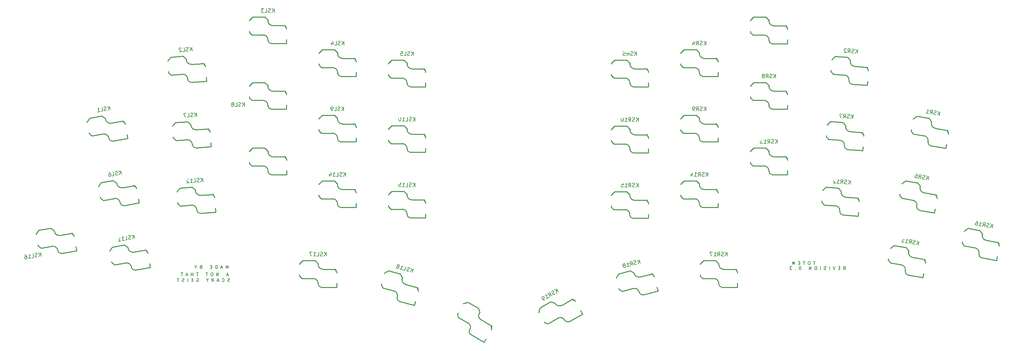
<source format=gbo>
G04 #@! TF.GenerationSoftware,KiCad,Pcbnew,9.0.4*
G04 #@! TF.CreationDate,2025-08-27T21:58:08-05:00*
G04 #@! TF.ProjectId,totem_0_3,746f7465-6d5f-4305-9f33-2e6b69636164,0.3*
G04 #@! TF.SameCoordinates,Original*
G04 #@! TF.FileFunction,Legend,Bot*
G04 #@! TF.FilePolarity,Positive*
%FSLAX46Y46*%
G04 Gerber Fmt 4.6, Leading zero omitted, Abs format (unit mm)*
G04 Created by KiCad (PCBNEW 9.0.4) date 2025-08-27 21:58:08*
%MOMM*%
%LPD*%
G01*
G04 APERTURE LIST*
G04 Aperture macros list*
%AMRotRect*
0 Rectangle, with rotation*
0 The origin of the aperture is its center*
0 $1 length*
0 $2 width*
0 $3 Rotation angle, in degrees counterclockwise*
0 Add horizontal line*
21,1,$1,$2,0,0,$3*%
G04 Aperture macros list end*
%ADD10C,0.150000*%
%ADD11C,0.250000*%
%ADD12C,2.500000*%
%ADD13C,0.000000*%
%ADD14C,1.701800*%
%ADD15C,3.429000*%
%ADD16C,2.032000*%
%ADD17C,0.500000*%
%ADD18C,5.600000*%
%ADD19C,1.200000*%
%ADD20O,1.000000X2.000000*%
%ADD21O,1.800000X2.750000*%
%ADD22C,1.397000*%
%ADD23C,0.900000*%
%ADD24C,2.200000*%
%ADD25C,1.800000*%
%ADD26R,1.800000X1.800000*%
%ADD27C,3.000000*%
%ADD28RotRect,2.600000X2.600000X170.000000*%
%ADD29R,2.600000X2.600000*%
%ADD30RotRect,2.600000X2.600000X176.000000*%
%ADD31RotRect,2.600000X2.600000X165.000000*%
%ADD32RotRect,2.600000X2.600000X190.000000*%
%ADD33RotRect,2.600000X2.600000X184.000000*%
%ADD34RotRect,2.600000X2.600000X150.000000*%
%ADD35RotRect,2.600000X2.600000X195.000000*%
%ADD36RotRect,2.600000X2.600000X210.000000*%
G04 APERTURE END LIST*
D10*
X236527696Y-111367295D02*
X236794363Y-110986342D01*
X236984839Y-111367295D02*
X236984839Y-110567295D01*
X236984839Y-110567295D02*
X236680077Y-110567295D01*
X236680077Y-110567295D02*
X236603887Y-110605390D01*
X236603887Y-110605390D02*
X236565792Y-110643485D01*
X236565792Y-110643485D02*
X236527696Y-110719676D01*
X236527696Y-110719676D02*
X236527696Y-110833961D01*
X236527696Y-110833961D02*
X236565792Y-110910152D01*
X236565792Y-110910152D02*
X236603887Y-110948247D01*
X236603887Y-110948247D02*
X236680077Y-110986342D01*
X236680077Y-110986342D02*
X236984839Y-110986342D01*
X235575315Y-110948247D02*
X235308649Y-110948247D01*
X235194363Y-111367295D02*
X235575315Y-111367295D01*
X235575315Y-111367295D02*
X235575315Y-110567295D01*
X235575315Y-110567295D02*
X235194363Y-110567295D01*
X234356267Y-110567295D02*
X234089600Y-111367295D01*
X234089600Y-111367295D02*
X233822934Y-110567295D01*
X232946743Y-111367295D02*
X232946743Y-110567295D01*
X231994363Y-111329200D02*
X231880077Y-111367295D01*
X231880077Y-111367295D02*
X231689601Y-111367295D01*
X231689601Y-111367295D02*
X231613410Y-111329200D01*
X231613410Y-111329200D02*
X231575315Y-111291104D01*
X231575315Y-111291104D02*
X231537220Y-111214914D01*
X231537220Y-111214914D02*
X231537220Y-111138723D01*
X231537220Y-111138723D02*
X231575315Y-111062533D01*
X231575315Y-111062533D02*
X231613410Y-111024438D01*
X231613410Y-111024438D02*
X231689601Y-110986342D01*
X231689601Y-110986342D02*
X231841982Y-110948247D01*
X231841982Y-110948247D02*
X231918172Y-110910152D01*
X231918172Y-110910152D02*
X231956267Y-110872057D01*
X231956267Y-110872057D02*
X231994363Y-110795866D01*
X231994363Y-110795866D02*
X231994363Y-110719676D01*
X231994363Y-110719676D02*
X231956267Y-110643485D01*
X231956267Y-110643485D02*
X231918172Y-110605390D01*
X231918172Y-110605390D02*
X231841982Y-110567295D01*
X231841982Y-110567295D02*
X231651505Y-110567295D01*
X231651505Y-110567295D02*
X231537220Y-110605390D01*
X230584838Y-111367295D02*
X230584838Y-110567295D01*
X229441981Y-110567295D02*
X229289600Y-110567295D01*
X229289600Y-110567295D02*
X229213410Y-110605390D01*
X229213410Y-110605390D02*
X229137219Y-110681580D01*
X229137219Y-110681580D02*
X229099124Y-110833961D01*
X229099124Y-110833961D02*
X229099124Y-111100628D01*
X229099124Y-111100628D02*
X229137219Y-111253009D01*
X229137219Y-111253009D02*
X229213410Y-111329200D01*
X229213410Y-111329200D02*
X229289600Y-111367295D01*
X229289600Y-111367295D02*
X229441981Y-111367295D01*
X229441981Y-111367295D02*
X229518172Y-111329200D01*
X229518172Y-111329200D02*
X229594362Y-111253009D01*
X229594362Y-111253009D02*
X229632458Y-111100628D01*
X229632458Y-111100628D02*
X229632458Y-110833961D01*
X229632458Y-110833961D02*
X229594362Y-110681580D01*
X229594362Y-110681580D02*
X229518172Y-110605390D01*
X229518172Y-110605390D02*
X229441981Y-110567295D01*
X228146743Y-111367295D02*
X228146743Y-110567295D01*
X228146743Y-110567295D02*
X227689600Y-111367295D01*
X227689600Y-111367295D02*
X227689600Y-110567295D01*
X225327695Y-110567295D02*
X225251505Y-110567295D01*
X225251505Y-110567295D02*
X225175314Y-110605390D01*
X225175314Y-110605390D02*
X225137219Y-110643485D01*
X225137219Y-110643485D02*
X225099124Y-110719676D01*
X225099124Y-110719676D02*
X225061029Y-110872057D01*
X225061029Y-110872057D02*
X225061029Y-111062533D01*
X225061029Y-111062533D02*
X225099124Y-111214914D01*
X225099124Y-111214914D02*
X225137219Y-111291104D01*
X225137219Y-111291104D02*
X225175314Y-111329200D01*
X225175314Y-111329200D02*
X225251505Y-111367295D01*
X225251505Y-111367295D02*
X225327695Y-111367295D01*
X225327695Y-111367295D02*
X225403886Y-111329200D01*
X225403886Y-111329200D02*
X225441981Y-111291104D01*
X225441981Y-111291104D02*
X225480076Y-111214914D01*
X225480076Y-111214914D02*
X225518172Y-111062533D01*
X225518172Y-111062533D02*
X225518172Y-110872057D01*
X225518172Y-110872057D02*
X225480076Y-110719676D01*
X225480076Y-110719676D02*
X225441981Y-110643485D01*
X225441981Y-110643485D02*
X225403886Y-110605390D01*
X225403886Y-110605390D02*
X225327695Y-110567295D01*
X224108647Y-111291104D02*
X224070552Y-111329200D01*
X224070552Y-111329200D02*
X224108647Y-111367295D01*
X224108647Y-111367295D02*
X224146743Y-111329200D01*
X224146743Y-111329200D02*
X224108647Y-111291104D01*
X224108647Y-111291104D02*
X224108647Y-111367295D01*
X223194362Y-110567295D02*
X222699124Y-110567295D01*
X222699124Y-110567295D02*
X222965790Y-110872057D01*
X222965790Y-110872057D02*
X222851505Y-110872057D01*
X222851505Y-110872057D02*
X222775314Y-110910152D01*
X222775314Y-110910152D02*
X222737219Y-110948247D01*
X222737219Y-110948247D02*
X222699124Y-111024438D01*
X222699124Y-111024438D02*
X222699124Y-111214914D01*
X222699124Y-111214914D02*
X222737219Y-111291104D01*
X222737219Y-111291104D02*
X222775314Y-111329200D01*
X222775314Y-111329200D02*
X222851505Y-111367295D01*
X222851505Y-111367295D02*
X223080076Y-111367295D01*
X223080076Y-111367295D02*
X223156267Y-111329200D01*
X223156267Y-111329200D02*
X223194362Y-111291104D01*
X77648935Y-114424200D02*
X77534649Y-114462295D01*
X77534649Y-114462295D02*
X77344173Y-114462295D01*
X77344173Y-114462295D02*
X77267982Y-114424200D01*
X77267982Y-114424200D02*
X77229887Y-114386104D01*
X77229887Y-114386104D02*
X77191792Y-114309914D01*
X77191792Y-114309914D02*
X77191792Y-114233723D01*
X77191792Y-114233723D02*
X77229887Y-114157533D01*
X77229887Y-114157533D02*
X77267982Y-114119438D01*
X77267982Y-114119438D02*
X77344173Y-114081342D01*
X77344173Y-114081342D02*
X77496554Y-114043247D01*
X77496554Y-114043247D02*
X77572744Y-114005152D01*
X77572744Y-114005152D02*
X77610839Y-113967057D01*
X77610839Y-113967057D02*
X77648935Y-113890866D01*
X77648935Y-113890866D02*
X77648935Y-113814676D01*
X77648935Y-113814676D02*
X77610839Y-113738485D01*
X77610839Y-113738485D02*
X77572744Y-113700390D01*
X77572744Y-113700390D02*
X77496554Y-113662295D01*
X77496554Y-113662295D02*
X77306077Y-113662295D01*
X77306077Y-113662295D02*
X77191792Y-113700390D01*
X75782267Y-114386104D02*
X75820363Y-114424200D01*
X75820363Y-114424200D02*
X75934648Y-114462295D01*
X75934648Y-114462295D02*
X76010839Y-114462295D01*
X76010839Y-114462295D02*
X76125125Y-114424200D01*
X76125125Y-114424200D02*
X76201315Y-114348009D01*
X76201315Y-114348009D02*
X76239410Y-114271819D01*
X76239410Y-114271819D02*
X76277506Y-114119438D01*
X76277506Y-114119438D02*
X76277506Y-114005152D01*
X76277506Y-114005152D02*
X76239410Y-113852771D01*
X76239410Y-113852771D02*
X76201315Y-113776580D01*
X76201315Y-113776580D02*
X76125125Y-113700390D01*
X76125125Y-113700390D02*
X76010839Y-113662295D01*
X76010839Y-113662295D02*
X75934648Y-113662295D01*
X75934648Y-113662295D02*
X75820363Y-113700390D01*
X75820363Y-113700390D02*
X75782267Y-113738485D01*
X74867982Y-114233723D02*
X74487029Y-114233723D01*
X74944172Y-114462295D02*
X74677505Y-113662295D01*
X74677505Y-113662295D02*
X74410839Y-114462295D01*
X73077505Y-114462295D02*
X73344172Y-114081342D01*
X73534648Y-114462295D02*
X73534648Y-113662295D01*
X73534648Y-113662295D02*
X73229886Y-113662295D01*
X73229886Y-113662295D02*
X73153696Y-113700390D01*
X73153696Y-113700390D02*
X73115601Y-113738485D01*
X73115601Y-113738485D02*
X73077505Y-113814676D01*
X73077505Y-113814676D02*
X73077505Y-113928961D01*
X73077505Y-113928961D02*
X73115601Y-114005152D01*
X73115601Y-114005152D02*
X73153696Y-114043247D01*
X73153696Y-114043247D02*
X73229886Y-114081342D01*
X73229886Y-114081342D02*
X73534648Y-114081342D01*
X71972743Y-114081342D02*
X71972743Y-114462295D01*
X72239410Y-113662295D02*
X71972743Y-114081342D01*
X71972743Y-114081342D02*
X71706077Y-113662295D01*
X69191791Y-113700390D02*
X69267981Y-113662295D01*
X69267981Y-113662295D02*
X69382267Y-113662295D01*
X69382267Y-113662295D02*
X69496553Y-113700390D01*
X69496553Y-113700390D02*
X69572743Y-113776580D01*
X69572743Y-113776580D02*
X69610838Y-113852771D01*
X69610838Y-113852771D02*
X69648934Y-114005152D01*
X69648934Y-114005152D02*
X69648934Y-114119438D01*
X69648934Y-114119438D02*
X69610838Y-114271819D01*
X69610838Y-114271819D02*
X69572743Y-114348009D01*
X69572743Y-114348009D02*
X69496553Y-114424200D01*
X69496553Y-114424200D02*
X69382267Y-114462295D01*
X69382267Y-114462295D02*
X69306076Y-114462295D01*
X69306076Y-114462295D02*
X69191791Y-114424200D01*
X69191791Y-114424200D02*
X69153695Y-114386104D01*
X69153695Y-114386104D02*
X69153695Y-114119438D01*
X69153695Y-114119438D02*
X69306076Y-114119438D01*
X68201314Y-114043247D02*
X67934648Y-114043247D01*
X67820362Y-114462295D02*
X68201314Y-114462295D01*
X68201314Y-114462295D02*
X68201314Y-113662295D01*
X68201314Y-113662295D02*
X67820362Y-113662295D01*
X66867980Y-114462295D02*
X66867980Y-113662295D01*
X65915600Y-114424200D02*
X65801314Y-114462295D01*
X65801314Y-114462295D02*
X65610838Y-114462295D01*
X65610838Y-114462295D02*
X65534647Y-114424200D01*
X65534647Y-114424200D02*
X65496552Y-114386104D01*
X65496552Y-114386104D02*
X65458457Y-114309914D01*
X65458457Y-114309914D02*
X65458457Y-114233723D01*
X65458457Y-114233723D02*
X65496552Y-114157533D01*
X65496552Y-114157533D02*
X65534647Y-114119438D01*
X65534647Y-114119438D02*
X65610838Y-114081342D01*
X65610838Y-114081342D02*
X65763219Y-114043247D01*
X65763219Y-114043247D02*
X65839409Y-114005152D01*
X65839409Y-114005152D02*
X65877504Y-113967057D01*
X65877504Y-113967057D02*
X65915600Y-113890866D01*
X65915600Y-113890866D02*
X65915600Y-113814676D01*
X65915600Y-113814676D02*
X65877504Y-113738485D01*
X65877504Y-113738485D02*
X65839409Y-113700390D01*
X65839409Y-113700390D02*
X65763219Y-113662295D01*
X65763219Y-113662295D02*
X65572742Y-113662295D01*
X65572742Y-113662295D02*
X65458457Y-113700390D01*
X64620361Y-113662295D02*
X64163218Y-113662295D01*
X64391790Y-114462295D02*
X64391790Y-113662295D01*
X77310839Y-111062295D02*
X77310839Y-110262295D01*
X77310839Y-110262295D02*
X77044173Y-110833723D01*
X77044173Y-110833723D02*
X76777506Y-110262295D01*
X76777506Y-110262295D02*
X76777506Y-111062295D01*
X75825125Y-110833723D02*
X75444172Y-110833723D01*
X75901315Y-111062295D02*
X75634648Y-110262295D01*
X75634648Y-110262295D02*
X75367982Y-111062295D01*
X74491791Y-111062295D02*
X74491791Y-110262295D01*
X74491791Y-110262295D02*
X74301315Y-110262295D01*
X74301315Y-110262295D02*
X74187029Y-110300390D01*
X74187029Y-110300390D02*
X74110839Y-110376580D01*
X74110839Y-110376580D02*
X74072744Y-110452771D01*
X74072744Y-110452771D02*
X74034648Y-110605152D01*
X74034648Y-110605152D02*
X74034648Y-110719438D01*
X74034648Y-110719438D02*
X74072744Y-110871819D01*
X74072744Y-110871819D02*
X74110839Y-110948009D01*
X74110839Y-110948009D02*
X74187029Y-111024200D01*
X74187029Y-111024200D02*
X74301315Y-111062295D01*
X74301315Y-111062295D02*
X74491791Y-111062295D01*
X73082267Y-110643247D02*
X72815601Y-110643247D01*
X72701315Y-111062295D02*
X73082267Y-111062295D01*
X73082267Y-111062295D02*
X73082267Y-110262295D01*
X73082267Y-110262295D02*
X72701315Y-110262295D01*
X70263219Y-110643247D02*
X70148933Y-110681342D01*
X70148933Y-110681342D02*
X70110838Y-110719438D01*
X70110838Y-110719438D02*
X70072742Y-110795628D01*
X70072742Y-110795628D02*
X70072742Y-110909914D01*
X70072742Y-110909914D02*
X70110838Y-110986104D01*
X70110838Y-110986104D02*
X70148933Y-111024200D01*
X70148933Y-111024200D02*
X70225123Y-111062295D01*
X70225123Y-111062295D02*
X70529885Y-111062295D01*
X70529885Y-111062295D02*
X70529885Y-110262295D01*
X70529885Y-110262295D02*
X70263219Y-110262295D01*
X70263219Y-110262295D02*
X70187028Y-110300390D01*
X70187028Y-110300390D02*
X70148933Y-110338485D01*
X70148933Y-110338485D02*
X70110838Y-110414676D01*
X70110838Y-110414676D02*
X70110838Y-110490866D01*
X70110838Y-110490866D02*
X70148933Y-110567057D01*
X70148933Y-110567057D02*
X70187028Y-110605152D01*
X70187028Y-110605152D02*
X70263219Y-110643247D01*
X70263219Y-110643247D02*
X70529885Y-110643247D01*
X68967980Y-110681342D02*
X68967980Y-111062295D01*
X69234647Y-110262295D02*
X68967980Y-110681342D01*
X68967980Y-110681342D02*
X68701314Y-110262295D01*
X77348935Y-112733723D02*
X76967982Y-112733723D01*
X77425125Y-112962295D02*
X77158458Y-112162295D01*
X77158458Y-112162295D02*
X76891792Y-112962295D01*
X74796553Y-112962295D02*
X74796553Y-112162295D01*
X74796553Y-112162295D02*
X74339410Y-112962295D01*
X74339410Y-112962295D02*
X74339410Y-112162295D01*
X73196553Y-112162295D02*
X73044172Y-112162295D01*
X73044172Y-112162295D02*
X72967982Y-112200390D01*
X72967982Y-112200390D02*
X72891791Y-112276580D01*
X72891791Y-112276580D02*
X72853696Y-112428961D01*
X72853696Y-112428961D02*
X72853696Y-112695628D01*
X72853696Y-112695628D02*
X72891791Y-112848009D01*
X72891791Y-112848009D02*
X72967982Y-112924200D01*
X72967982Y-112924200D02*
X73044172Y-112962295D01*
X73044172Y-112962295D02*
X73196553Y-112962295D01*
X73196553Y-112962295D02*
X73272744Y-112924200D01*
X73272744Y-112924200D02*
X73348934Y-112848009D01*
X73348934Y-112848009D02*
X73387030Y-112695628D01*
X73387030Y-112695628D02*
X73387030Y-112428961D01*
X73387030Y-112428961D02*
X73348934Y-112276580D01*
X73348934Y-112276580D02*
X73272744Y-112200390D01*
X73272744Y-112200390D02*
X73196553Y-112162295D01*
X72015601Y-112162295D02*
X71558458Y-112162295D01*
X71787030Y-112962295D02*
X71787030Y-112162295D01*
X69577505Y-112162295D02*
X69120362Y-112162295D01*
X69348934Y-112962295D02*
X69348934Y-112162295D01*
X68244171Y-112962295D02*
X68244171Y-112162295D01*
X68244171Y-112543247D02*
X67787028Y-112543247D01*
X67787028Y-112962295D02*
X67787028Y-112162295D01*
X66834648Y-112733723D02*
X66453695Y-112733723D01*
X66910838Y-112962295D02*
X66644171Y-112162295D01*
X66644171Y-112162295D02*
X66377505Y-112962295D01*
X65615600Y-112162295D02*
X65158457Y-112162295D01*
X65387029Y-112962295D02*
X65387029Y-112162295D01*
X229209828Y-109277295D02*
X228752685Y-109277295D01*
X228981257Y-110077295D02*
X228981257Y-109277295D01*
X227724113Y-109277295D02*
X227571732Y-109277295D01*
X227571732Y-109277295D02*
X227495542Y-109315390D01*
X227495542Y-109315390D02*
X227419351Y-109391580D01*
X227419351Y-109391580D02*
X227381256Y-109543961D01*
X227381256Y-109543961D02*
X227381256Y-109810628D01*
X227381256Y-109810628D02*
X227419351Y-109963009D01*
X227419351Y-109963009D02*
X227495542Y-110039200D01*
X227495542Y-110039200D02*
X227571732Y-110077295D01*
X227571732Y-110077295D02*
X227724113Y-110077295D01*
X227724113Y-110077295D02*
X227800304Y-110039200D01*
X227800304Y-110039200D02*
X227876494Y-109963009D01*
X227876494Y-109963009D02*
X227914590Y-109810628D01*
X227914590Y-109810628D02*
X227914590Y-109543961D01*
X227914590Y-109543961D02*
X227876494Y-109391580D01*
X227876494Y-109391580D02*
X227800304Y-109315390D01*
X227800304Y-109315390D02*
X227724113Y-109277295D01*
X226543161Y-109277295D02*
X226086018Y-109277295D01*
X226314590Y-110077295D02*
X226314590Y-109277295D01*
X225209827Y-109658247D02*
X224943161Y-109658247D01*
X224828875Y-110077295D02*
X225209827Y-110077295D01*
X225209827Y-110077295D02*
X225209827Y-109277295D01*
X225209827Y-109277295D02*
X224828875Y-109277295D01*
X223876493Y-110077295D02*
X223876493Y-109277295D01*
X223876493Y-109277295D02*
X223609827Y-109848723D01*
X223609827Y-109848723D02*
X223343160Y-109277295D01*
X223343160Y-109277295D02*
X223343160Y-110077295D01*
X274972825Y-100560521D02*
X275146473Y-99575713D01*
X274410077Y-100461293D02*
X274931365Y-99972967D01*
X274583725Y-99476486D02*
X275047245Y-100138460D01*
X274043181Y-100348246D02*
X273894226Y-100370335D01*
X273894226Y-100370335D02*
X273659748Y-100328990D01*
X273659748Y-100328990D02*
X273574225Y-100265557D01*
X273574225Y-100265557D02*
X273535599Y-100210392D01*
X273535599Y-100210392D02*
X273505241Y-100108332D01*
X273505241Y-100108332D02*
X273521779Y-100014541D01*
X273521779Y-100014541D02*
X273585212Y-99929018D01*
X273585212Y-99929018D02*
X273640377Y-99890392D01*
X273640377Y-99890392D02*
X273742437Y-99860034D01*
X273742437Y-99860034D02*
X273938289Y-99846214D01*
X273938289Y-99846214D02*
X274040349Y-99815857D01*
X274040349Y-99815857D02*
X274095513Y-99777230D01*
X274095513Y-99777230D02*
X274158947Y-99691708D01*
X274158947Y-99691708D02*
X274175485Y-99597916D01*
X274175485Y-99597916D02*
X274145127Y-99495856D01*
X274145127Y-99495856D02*
X274106500Y-99440692D01*
X274106500Y-99440692D02*
X274020978Y-99377258D01*
X274020978Y-99377258D02*
X273786500Y-99335913D01*
X273786500Y-99335913D02*
X273637544Y-99358002D01*
X272487357Y-100122266D02*
X272898316Y-99711193D01*
X273050105Y-100221494D02*
X273223753Y-99236686D01*
X273223753Y-99236686D02*
X272848588Y-99170534D01*
X272848588Y-99170534D02*
X272746528Y-99200892D01*
X272746528Y-99200892D02*
X272691363Y-99239518D01*
X272691363Y-99239518D02*
X272627930Y-99325041D01*
X272627930Y-99325041D02*
X272603123Y-99465728D01*
X272603123Y-99465728D02*
X272633480Y-99567788D01*
X272633480Y-99567788D02*
X272672107Y-99622952D01*
X272672107Y-99622952D02*
X272757629Y-99686386D01*
X272757629Y-99686386D02*
X273132794Y-99752537D01*
X271549445Y-99956887D02*
X272112192Y-100056114D01*
X271830819Y-100006501D02*
X272004467Y-99021693D01*
X272004467Y-99021693D02*
X272073451Y-99178918D01*
X272073451Y-99178918D02*
X272150705Y-99289247D01*
X272150705Y-99289247D02*
X272236227Y-99352680D01*
X270878972Y-98823238D02*
X271066555Y-98856314D01*
X271066555Y-98856314D02*
X271152077Y-98919747D01*
X271152077Y-98919747D02*
X271190704Y-98974912D01*
X271190704Y-98974912D02*
X271259688Y-99132136D01*
X271259688Y-99132136D02*
X271273508Y-99327988D01*
X271273508Y-99327988D02*
X271207356Y-99703153D01*
X271207356Y-99703153D02*
X271143923Y-99788675D01*
X271143923Y-99788675D02*
X271088758Y-99827302D01*
X271088758Y-99827302D02*
X270986698Y-99857659D01*
X270986698Y-99857659D02*
X270799115Y-99824583D01*
X270799115Y-99824583D02*
X270713593Y-99761150D01*
X270713593Y-99761150D02*
X270674966Y-99705985D01*
X270674966Y-99705985D02*
X270644609Y-99603925D01*
X270644609Y-99603925D02*
X270685954Y-99369447D01*
X270685954Y-99369447D02*
X270749387Y-99283925D01*
X270749387Y-99283925D02*
X270804552Y-99245298D01*
X270804552Y-99245298D02*
X270906612Y-99214941D01*
X270906612Y-99214941D02*
X271094194Y-99248016D01*
X271094194Y-99248016D02*
X271179717Y-99311450D01*
X271179717Y-99311450D02*
X271218343Y-99366614D01*
X271218343Y-99366614D02*
X271248701Y-99468675D01*
X201429475Y-87144819D02*
X201429475Y-86144819D01*
X200858047Y-87144819D02*
X201286618Y-86573390D01*
X200858047Y-86144819D02*
X201429475Y-86716247D01*
X200477094Y-87097200D02*
X200334237Y-87144819D01*
X200334237Y-87144819D02*
X200096142Y-87144819D01*
X200096142Y-87144819D02*
X200000904Y-87097200D01*
X200000904Y-87097200D02*
X199953285Y-87049580D01*
X199953285Y-87049580D02*
X199905666Y-86954342D01*
X199905666Y-86954342D02*
X199905666Y-86859104D01*
X199905666Y-86859104D02*
X199953285Y-86763866D01*
X199953285Y-86763866D02*
X200000904Y-86716247D01*
X200000904Y-86716247D02*
X200096142Y-86668628D01*
X200096142Y-86668628D02*
X200286618Y-86621009D01*
X200286618Y-86621009D02*
X200381856Y-86573390D01*
X200381856Y-86573390D02*
X200429475Y-86525771D01*
X200429475Y-86525771D02*
X200477094Y-86430533D01*
X200477094Y-86430533D02*
X200477094Y-86335295D01*
X200477094Y-86335295D02*
X200429475Y-86240057D01*
X200429475Y-86240057D02*
X200381856Y-86192438D01*
X200381856Y-86192438D02*
X200286618Y-86144819D01*
X200286618Y-86144819D02*
X200048523Y-86144819D01*
X200048523Y-86144819D02*
X199905666Y-86192438D01*
X198905666Y-87144819D02*
X199238999Y-86668628D01*
X199477094Y-87144819D02*
X199477094Y-86144819D01*
X199477094Y-86144819D02*
X199096142Y-86144819D01*
X199096142Y-86144819D02*
X199000904Y-86192438D01*
X199000904Y-86192438D02*
X198953285Y-86240057D01*
X198953285Y-86240057D02*
X198905666Y-86335295D01*
X198905666Y-86335295D02*
X198905666Y-86478152D01*
X198905666Y-86478152D02*
X198953285Y-86573390D01*
X198953285Y-86573390D02*
X199000904Y-86621009D01*
X199000904Y-86621009D02*
X199096142Y-86668628D01*
X199096142Y-86668628D02*
X199477094Y-86668628D01*
X197953285Y-87144819D02*
X198524713Y-87144819D01*
X198238999Y-87144819D02*
X198238999Y-86144819D01*
X198238999Y-86144819D02*
X198334237Y-86287676D01*
X198334237Y-86287676D02*
X198429475Y-86382914D01*
X198429475Y-86382914D02*
X198524713Y-86430533D01*
X197096142Y-86478152D02*
X197096142Y-87144819D01*
X197334237Y-86097200D02*
X197572332Y-86811485D01*
X197572332Y-86811485D02*
X196953285Y-86811485D01*
X238247383Y-89208748D02*
X238317139Y-88211184D01*
X237677346Y-89168888D02*
X238144734Y-88628747D01*
X237747103Y-88171324D02*
X238277278Y-88781221D01*
X237300644Y-89094811D02*
X237154813Y-89132349D01*
X237154813Y-89132349D02*
X236917297Y-89115740D01*
X236917297Y-89115740D02*
X236825613Y-89061593D01*
X236825613Y-89061593D02*
X236781432Y-89010769D01*
X236781432Y-89010769D02*
X236740572Y-88912441D01*
X236740572Y-88912441D02*
X236747216Y-88817435D01*
X236747216Y-88817435D02*
X236801362Y-88725750D01*
X236801362Y-88725750D02*
X236852187Y-88681569D01*
X236852187Y-88681569D02*
X236950515Y-88640709D01*
X236950515Y-88640709D02*
X237143849Y-88606493D01*
X237143849Y-88606493D02*
X237242177Y-88565634D01*
X237242177Y-88565634D02*
X237293001Y-88521452D01*
X237293001Y-88521452D02*
X237347148Y-88429768D01*
X237347148Y-88429768D02*
X237353791Y-88334762D01*
X237353791Y-88334762D02*
X237312932Y-88236434D01*
X237312932Y-88236434D02*
X237268750Y-88185609D01*
X237268750Y-88185609D02*
X237177066Y-88131463D01*
X237177066Y-88131463D02*
X236939551Y-88114854D01*
X236939551Y-88114854D02*
X236793720Y-88152392D01*
X235729721Y-89032696D02*
X236095460Y-88580918D01*
X236299758Y-89072557D02*
X236369514Y-88074993D01*
X236369514Y-88074993D02*
X235989490Y-88048419D01*
X235989490Y-88048419D02*
X235891162Y-88089279D01*
X235891162Y-88089279D02*
X235840337Y-88133460D01*
X235840337Y-88133460D02*
X235786191Y-88225145D01*
X235786191Y-88225145D02*
X235776225Y-88367654D01*
X235776225Y-88367654D02*
X235817085Y-88465982D01*
X235817085Y-88465982D02*
X235861266Y-88516806D01*
X235861266Y-88516806D02*
X235952951Y-88570953D01*
X235952951Y-88570953D02*
X236332975Y-88597527D01*
X234779660Y-88966262D02*
X235349697Y-89006123D01*
X235064678Y-88986192D02*
X235134435Y-87988628D01*
X235134435Y-87988628D02*
X235219476Y-88137781D01*
X235219476Y-88137781D02*
X235307838Y-88239430D01*
X235307838Y-88239430D02*
X235399523Y-88293577D01*
X234462749Y-88037130D02*
X234418567Y-87986305D01*
X234418567Y-87986305D02*
X234326883Y-87932159D01*
X234326883Y-87932159D02*
X234089368Y-87915550D01*
X234089368Y-87915550D02*
X233991040Y-87956409D01*
X233991040Y-87956409D02*
X233940215Y-88000591D01*
X233940215Y-88000591D02*
X233886069Y-88092275D01*
X233886069Y-88092275D02*
X233879425Y-88187281D01*
X233879425Y-88187281D02*
X233916963Y-88333112D01*
X233916963Y-88333112D02*
X234447139Y-88943010D01*
X234447139Y-88943010D02*
X233829599Y-88899827D01*
X125704237Y-89844819D02*
X125704237Y-88844819D01*
X125132809Y-89844819D02*
X125561380Y-89273390D01*
X125132809Y-88844819D02*
X125704237Y-89416247D01*
X124751856Y-89797200D02*
X124608999Y-89844819D01*
X124608999Y-89844819D02*
X124370904Y-89844819D01*
X124370904Y-89844819D02*
X124275666Y-89797200D01*
X124275666Y-89797200D02*
X124228047Y-89749580D01*
X124228047Y-89749580D02*
X124180428Y-89654342D01*
X124180428Y-89654342D02*
X124180428Y-89559104D01*
X124180428Y-89559104D02*
X124228047Y-89463866D01*
X124228047Y-89463866D02*
X124275666Y-89416247D01*
X124275666Y-89416247D02*
X124370904Y-89368628D01*
X124370904Y-89368628D02*
X124561380Y-89321009D01*
X124561380Y-89321009D02*
X124656618Y-89273390D01*
X124656618Y-89273390D02*
X124704237Y-89225771D01*
X124704237Y-89225771D02*
X124751856Y-89130533D01*
X124751856Y-89130533D02*
X124751856Y-89035295D01*
X124751856Y-89035295D02*
X124704237Y-88940057D01*
X124704237Y-88940057D02*
X124656618Y-88892438D01*
X124656618Y-88892438D02*
X124561380Y-88844819D01*
X124561380Y-88844819D02*
X124323285Y-88844819D01*
X124323285Y-88844819D02*
X124180428Y-88892438D01*
X123275666Y-89844819D02*
X123751856Y-89844819D01*
X123751856Y-89844819D02*
X123751856Y-88844819D01*
X122418523Y-89844819D02*
X122989951Y-89844819D01*
X122704237Y-89844819D02*
X122704237Y-88844819D01*
X122704237Y-88844819D02*
X122799475Y-88987676D01*
X122799475Y-88987676D02*
X122894713Y-89082914D01*
X122894713Y-89082914D02*
X122989951Y-89130533D01*
X121513761Y-88844819D02*
X121989951Y-88844819D01*
X121989951Y-88844819D02*
X122037570Y-89321009D01*
X122037570Y-89321009D02*
X121989951Y-89273390D01*
X121989951Y-89273390D02*
X121894713Y-89225771D01*
X121894713Y-89225771D02*
X121656618Y-89225771D01*
X121656618Y-89225771D02*
X121561380Y-89273390D01*
X121561380Y-89273390D02*
X121513761Y-89321009D01*
X121513761Y-89321009D02*
X121466142Y-89416247D01*
X121466142Y-89416247D02*
X121466142Y-89654342D01*
X121466142Y-89654342D02*
X121513761Y-89749580D01*
X121513761Y-89749580D02*
X121561380Y-89797200D01*
X121561380Y-89797200D02*
X121656618Y-89844819D01*
X121656618Y-89844819D02*
X121894713Y-89844819D01*
X121894713Y-89844819D02*
X121989951Y-89797200D01*
X121989951Y-89797200D02*
X122037570Y-89749580D01*
X124946414Y-112089482D02*
X125205233Y-111123557D01*
X124394456Y-111941586D02*
X124956321Y-111500551D01*
X124653275Y-110975660D02*
X125057336Y-111675514D01*
X124038809Y-111796992D02*
X123888495Y-111806014D01*
X123888495Y-111806014D02*
X123658513Y-111744390D01*
X123658513Y-111744390D02*
X123578845Y-111673744D01*
X123578845Y-111673744D02*
X123545173Y-111615423D01*
X123545173Y-111615423D02*
X123523826Y-111511106D01*
X123523826Y-111511106D02*
X123548475Y-111419113D01*
X123548475Y-111419113D02*
X123619121Y-111339444D01*
X123619121Y-111339444D02*
X123677442Y-111305773D01*
X123677442Y-111305773D02*
X123781760Y-111284426D01*
X123781760Y-111284426D02*
X123978071Y-111287728D01*
X123978071Y-111287728D02*
X124082388Y-111266381D01*
X124082388Y-111266381D02*
X124140709Y-111232709D01*
X124140709Y-111232709D02*
X124211355Y-111153041D01*
X124211355Y-111153041D02*
X124236005Y-111061048D01*
X124236005Y-111061048D02*
X124214658Y-110956730D01*
X124214658Y-110956730D02*
X124180986Y-110898409D01*
X124180986Y-110898409D02*
X124101318Y-110827763D01*
X124101318Y-110827763D02*
X123871335Y-110766140D01*
X123871335Y-110766140D02*
X123721021Y-110775162D01*
X122600594Y-111460922D02*
X123060559Y-111584169D01*
X123060559Y-111584169D02*
X123319378Y-110618243D01*
X121772657Y-111239077D02*
X122324615Y-111386974D01*
X122048636Y-111313025D02*
X122307455Y-110347099D01*
X122307455Y-110347099D02*
X122362474Y-110509738D01*
X122362474Y-110509738D02*
X122429818Y-110626381D01*
X122429818Y-110626381D02*
X122509486Y-110697026D01*
X121368596Y-110539223D02*
X121472914Y-110517876D01*
X121472914Y-110517876D02*
X121531235Y-110484204D01*
X121531235Y-110484204D02*
X121601881Y-110404536D01*
X121601881Y-110404536D02*
X121614206Y-110358539D01*
X121614206Y-110358539D02*
X121592859Y-110254222D01*
X121592859Y-110254222D02*
X121559187Y-110195900D01*
X121559187Y-110195900D02*
X121479519Y-110125254D01*
X121479519Y-110125254D02*
X121295533Y-110075956D01*
X121295533Y-110075956D02*
X121191215Y-110097303D01*
X121191215Y-110097303D02*
X121132894Y-110130974D01*
X121132894Y-110130974D02*
X121062248Y-110210643D01*
X121062248Y-110210643D02*
X121049923Y-110256639D01*
X121049923Y-110256639D02*
X121071271Y-110360957D01*
X121071271Y-110360957D02*
X121104942Y-110419278D01*
X121104942Y-110419278D02*
X121184610Y-110489924D01*
X121184610Y-110489924D02*
X121368596Y-110539223D01*
X121368596Y-110539223D02*
X121448265Y-110609869D01*
X121448265Y-110609869D02*
X121481936Y-110668190D01*
X121481936Y-110668190D02*
X121503283Y-110772507D01*
X121503283Y-110772507D02*
X121453984Y-110956493D01*
X121453984Y-110956493D02*
X121383339Y-111036162D01*
X121383339Y-111036162D02*
X121325017Y-111069833D01*
X121325017Y-111069833D02*
X121220700Y-111091180D01*
X121220700Y-111091180D02*
X121036714Y-111041881D01*
X121036714Y-111041881D02*
X120957046Y-110971236D01*
X120957046Y-110971236D02*
X120923374Y-110912914D01*
X120923374Y-110912914D02*
X120902027Y-110808597D01*
X120902027Y-110808597D02*
X120951326Y-110624611D01*
X120951326Y-110624611D02*
X121021972Y-110544943D01*
X121021972Y-110544943D02*
X121080293Y-110511271D01*
X121080293Y-110511271D02*
X121184610Y-110489924D01*
X182973285Y-55844819D02*
X182973285Y-54844819D01*
X182401857Y-55844819D02*
X182830428Y-55273390D01*
X182401857Y-54844819D02*
X182973285Y-55416247D01*
X182020904Y-55797200D02*
X181878047Y-55844819D01*
X181878047Y-55844819D02*
X181639952Y-55844819D01*
X181639952Y-55844819D02*
X181544714Y-55797200D01*
X181544714Y-55797200D02*
X181497095Y-55749580D01*
X181497095Y-55749580D02*
X181449476Y-55654342D01*
X181449476Y-55654342D02*
X181449476Y-55559104D01*
X181449476Y-55559104D02*
X181497095Y-55463866D01*
X181497095Y-55463866D02*
X181544714Y-55416247D01*
X181544714Y-55416247D02*
X181639952Y-55368628D01*
X181639952Y-55368628D02*
X181830428Y-55321009D01*
X181830428Y-55321009D02*
X181925666Y-55273390D01*
X181925666Y-55273390D02*
X181973285Y-55225771D01*
X181973285Y-55225771D02*
X182020904Y-55130533D01*
X182020904Y-55130533D02*
X182020904Y-55035295D01*
X182020904Y-55035295D02*
X181973285Y-54940057D01*
X181973285Y-54940057D02*
X181925666Y-54892438D01*
X181925666Y-54892438D02*
X181830428Y-54844819D01*
X181830428Y-54844819D02*
X181592333Y-54844819D01*
X181592333Y-54844819D02*
X181449476Y-54892438D01*
X180449476Y-55844819D02*
X180782809Y-55368628D01*
X181020904Y-55844819D02*
X181020904Y-54844819D01*
X181020904Y-54844819D02*
X180639952Y-54844819D01*
X180639952Y-54844819D02*
X180544714Y-54892438D01*
X180544714Y-54892438D02*
X180497095Y-54940057D01*
X180497095Y-54940057D02*
X180449476Y-55035295D01*
X180449476Y-55035295D02*
X180449476Y-55178152D01*
X180449476Y-55178152D02*
X180497095Y-55273390D01*
X180497095Y-55273390D02*
X180544714Y-55321009D01*
X180544714Y-55321009D02*
X180639952Y-55368628D01*
X180639952Y-55368628D02*
X181020904Y-55368628D01*
X179544714Y-54844819D02*
X180020904Y-54844819D01*
X180020904Y-54844819D02*
X180068523Y-55321009D01*
X180068523Y-55321009D02*
X180020904Y-55273390D01*
X180020904Y-55273390D02*
X179925666Y-55225771D01*
X179925666Y-55225771D02*
X179687571Y-55225771D01*
X179687571Y-55225771D02*
X179592333Y-55273390D01*
X179592333Y-55273390D02*
X179544714Y-55321009D01*
X179544714Y-55321009D02*
X179497095Y-55416247D01*
X179497095Y-55416247D02*
X179497095Y-55654342D01*
X179497095Y-55654342D02*
X179544714Y-55749580D01*
X179544714Y-55749580D02*
X179592333Y-55797200D01*
X179592333Y-55797200D02*
X179687571Y-55844819D01*
X179687571Y-55844819D02*
X179925666Y-55844819D01*
X179925666Y-55844819D02*
X180020904Y-55797200D01*
X180020904Y-55797200D02*
X180068523Y-55749580D01*
X49723469Y-86652904D02*
X49549821Y-85668096D01*
X49160721Y-86752132D02*
X49483554Y-86114964D01*
X48987073Y-85767324D02*
X49649048Y-86230844D01*
X48777288Y-86771388D02*
X48644870Y-86843090D01*
X48644870Y-86843090D02*
X48410392Y-86884435D01*
X48410392Y-86884435D02*
X48308332Y-86854077D01*
X48308332Y-86854077D02*
X48253167Y-86815451D01*
X48253167Y-86815451D02*
X48189734Y-86729928D01*
X48189734Y-86729928D02*
X48173196Y-86636137D01*
X48173196Y-86636137D02*
X48203553Y-86534077D01*
X48203553Y-86534077D02*
X48242180Y-86478912D01*
X48242180Y-86478912D02*
X48327702Y-86415479D01*
X48327702Y-86415479D02*
X48507016Y-86335508D01*
X48507016Y-86335508D02*
X48592538Y-86272074D01*
X48592538Y-86272074D02*
X48631165Y-86216909D01*
X48631165Y-86216909D02*
X48661522Y-86114849D01*
X48661522Y-86114849D02*
X48644984Y-86021058D01*
X48644984Y-86021058D02*
X48581551Y-85935536D01*
X48581551Y-85935536D02*
X48526386Y-85896909D01*
X48526386Y-85896909D02*
X48424326Y-85866551D01*
X48424326Y-85866551D02*
X48189848Y-85907896D01*
X48189848Y-85907896D02*
X48057430Y-85979599D01*
X47331793Y-87074621D02*
X47800749Y-86991932D01*
X47800749Y-86991932D02*
X47627101Y-86007124D01*
X46407815Y-86222117D02*
X46595397Y-86189041D01*
X46595397Y-86189041D02*
X46697457Y-86219399D01*
X46697457Y-86219399D02*
X46752622Y-86258025D01*
X46752622Y-86258025D02*
X46871220Y-86382174D01*
X46871220Y-86382174D02*
X46951191Y-86561488D01*
X46951191Y-86561488D02*
X47017343Y-86936653D01*
X47017343Y-86936653D02*
X46986985Y-87038713D01*
X46986985Y-87038713D02*
X46948359Y-87093877D01*
X46948359Y-87093877D02*
X46862837Y-87157311D01*
X46862837Y-87157311D02*
X46675254Y-87190387D01*
X46675254Y-87190387D02*
X46573194Y-87160029D01*
X46573194Y-87160029D02*
X46518029Y-87121402D01*
X46518029Y-87121402D02*
X46454596Y-87035880D01*
X46454596Y-87035880D02*
X46413251Y-86801402D01*
X46413251Y-86801402D02*
X46443609Y-86699342D01*
X46443609Y-86699342D02*
X46482235Y-86644177D01*
X46482235Y-86644177D02*
X46567758Y-86580744D01*
X46567758Y-86580744D02*
X46755340Y-86547668D01*
X46755340Y-86547668D02*
X46857400Y-86578026D01*
X46857400Y-86578026D02*
X46912565Y-86616652D01*
X46912565Y-86616652D02*
X46975998Y-86702174D01*
X69167395Y-71648369D02*
X69097638Y-70650805D01*
X68597358Y-71688229D02*
X68985025Y-71088297D01*
X68527602Y-70690665D02*
X69137499Y-71220841D01*
X68214012Y-71667300D02*
X68074825Y-71724769D01*
X68074825Y-71724769D02*
X67837310Y-71741377D01*
X67837310Y-71741377D02*
X67738982Y-71700518D01*
X67738982Y-71700518D02*
X67688157Y-71656336D01*
X67688157Y-71656336D02*
X67634010Y-71564652D01*
X67634010Y-71564652D02*
X67627367Y-71469646D01*
X67627367Y-71469646D02*
X67668226Y-71371318D01*
X67668226Y-71371318D02*
X67712408Y-71320493D01*
X67712408Y-71320493D02*
X67804092Y-71266347D01*
X67804092Y-71266347D02*
X67990783Y-71205557D01*
X67990783Y-71205557D02*
X68082467Y-71151410D01*
X68082467Y-71151410D02*
X68126648Y-71100585D01*
X68126648Y-71100585D02*
X68167508Y-71002258D01*
X68167508Y-71002258D02*
X68160864Y-70907251D01*
X68160864Y-70907251D02*
X68106718Y-70815567D01*
X68106718Y-70815567D02*
X68055893Y-70771386D01*
X68055893Y-70771386D02*
X67957565Y-70730526D01*
X67957565Y-70730526D02*
X67720050Y-70747135D01*
X67720050Y-70747135D02*
X67580863Y-70804603D01*
X66744739Y-71817777D02*
X67219770Y-71784560D01*
X67219770Y-71784560D02*
X67150013Y-70786996D01*
X66437467Y-70836822D02*
X65772425Y-70883326D01*
X65772425Y-70883326D02*
X66269709Y-71850995D01*
X183449475Y-72944819D02*
X183449475Y-71944819D01*
X182878047Y-72944819D02*
X183306618Y-72373390D01*
X182878047Y-71944819D02*
X183449475Y-72516247D01*
X182497094Y-72897200D02*
X182354237Y-72944819D01*
X182354237Y-72944819D02*
X182116142Y-72944819D01*
X182116142Y-72944819D02*
X182020904Y-72897200D01*
X182020904Y-72897200D02*
X181973285Y-72849580D01*
X181973285Y-72849580D02*
X181925666Y-72754342D01*
X181925666Y-72754342D02*
X181925666Y-72659104D01*
X181925666Y-72659104D02*
X181973285Y-72563866D01*
X181973285Y-72563866D02*
X182020904Y-72516247D01*
X182020904Y-72516247D02*
X182116142Y-72468628D01*
X182116142Y-72468628D02*
X182306618Y-72421009D01*
X182306618Y-72421009D02*
X182401856Y-72373390D01*
X182401856Y-72373390D02*
X182449475Y-72325771D01*
X182449475Y-72325771D02*
X182497094Y-72230533D01*
X182497094Y-72230533D02*
X182497094Y-72135295D01*
X182497094Y-72135295D02*
X182449475Y-72040057D01*
X182449475Y-72040057D02*
X182401856Y-71992438D01*
X182401856Y-71992438D02*
X182306618Y-71944819D01*
X182306618Y-71944819D02*
X182068523Y-71944819D01*
X182068523Y-71944819D02*
X181925666Y-71992438D01*
X180925666Y-72944819D02*
X181258999Y-72468628D01*
X181497094Y-72944819D02*
X181497094Y-71944819D01*
X181497094Y-71944819D02*
X181116142Y-71944819D01*
X181116142Y-71944819D02*
X181020904Y-71992438D01*
X181020904Y-71992438D02*
X180973285Y-72040057D01*
X180973285Y-72040057D02*
X180925666Y-72135295D01*
X180925666Y-72135295D02*
X180925666Y-72278152D01*
X180925666Y-72278152D02*
X180973285Y-72373390D01*
X180973285Y-72373390D02*
X181020904Y-72421009D01*
X181020904Y-72421009D02*
X181116142Y-72468628D01*
X181116142Y-72468628D02*
X181497094Y-72468628D01*
X179973285Y-72944819D02*
X180544713Y-72944819D01*
X180258999Y-72944819D02*
X180258999Y-71944819D01*
X180258999Y-71944819D02*
X180354237Y-72087676D01*
X180354237Y-72087676D02*
X180449475Y-72182914D01*
X180449475Y-72182914D02*
X180544713Y-72230533D01*
X179354237Y-71944819D02*
X179258999Y-71944819D01*
X179258999Y-71944819D02*
X179163761Y-71992438D01*
X179163761Y-71992438D02*
X179116142Y-72040057D01*
X179116142Y-72040057D02*
X179068523Y-72135295D01*
X179068523Y-72135295D02*
X179020904Y-72325771D01*
X179020904Y-72325771D02*
X179020904Y-72563866D01*
X179020904Y-72563866D02*
X179068523Y-72754342D01*
X179068523Y-72754342D02*
X179116142Y-72849580D01*
X179116142Y-72849580D02*
X179163761Y-72897200D01*
X179163761Y-72897200D02*
X179258999Y-72944819D01*
X179258999Y-72944819D02*
X179354237Y-72944819D01*
X179354237Y-72944819D02*
X179449475Y-72897200D01*
X179449475Y-72897200D02*
X179497094Y-72849580D01*
X179497094Y-72849580D02*
X179544713Y-72754342D01*
X179544713Y-72754342D02*
X179592332Y-72563866D01*
X179592332Y-72563866D02*
X179592332Y-72325771D01*
X179592332Y-72325771D02*
X179544713Y-72135295D01*
X179544713Y-72135295D02*
X179497094Y-72040057D01*
X179497094Y-72040057D02*
X179449475Y-71992438D01*
X179449475Y-71992438D02*
X179354237Y-71944819D01*
X255901819Y-104978351D02*
X256075467Y-103993543D01*
X255339071Y-104879123D02*
X255860359Y-104390797D01*
X255512719Y-103894316D02*
X255976239Y-104556290D01*
X254972175Y-104766076D02*
X254823220Y-104788165D01*
X254823220Y-104788165D02*
X254588742Y-104746820D01*
X254588742Y-104746820D02*
X254503219Y-104683387D01*
X254503219Y-104683387D02*
X254464593Y-104628222D01*
X254464593Y-104628222D02*
X254434235Y-104526162D01*
X254434235Y-104526162D02*
X254450773Y-104432371D01*
X254450773Y-104432371D02*
X254514206Y-104346848D01*
X254514206Y-104346848D02*
X254569371Y-104308222D01*
X254569371Y-104308222D02*
X254671431Y-104277864D01*
X254671431Y-104277864D02*
X254867283Y-104264044D01*
X254867283Y-104264044D02*
X254969343Y-104233687D01*
X254969343Y-104233687D02*
X255024507Y-104195060D01*
X255024507Y-104195060D02*
X255087941Y-104109538D01*
X255087941Y-104109538D02*
X255104479Y-104015746D01*
X255104479Y-104015746D02*
X255074121Y-103913686D01*
X255074121Y-103913686D02*
X255035494Y-103858522D01*
X255035494Y-103858522D02*
X254949972Y-103795088D01*
X254949972Y-103795088D02*
X254715494Y-103753743D01*
X254715494Y-103753743D02*
X254566538Y-103775832D01*
X253416351Y-104540096D02*
X253827310Y-104129023D01*
X253979099Y-104639324D02*
X254152747Y-103654516D01*
X254152747Y-103654516D02*
X253777582Y-103588364D01*
X253777582Y-103588364D02*
X253675522Y-103618722D01*
X253675522Y-103618722D02*
X253620357Y-103657348D01*
X253620357Y-103657348D02*
X253556924Y-103742871D01*
X253556924Y-103742871D02*
X253532117Y-103883558D01*
X253532117Y-103883558D02*
X253562474Y-103985618D01*
X253562474Y-103985618D02*
X253601101Y-104040782D01*
X253601101Y-104040782D02*
X253686623Y-104104216D01*
X253686623Y-104104216D02*
X254061788Y-104170367D01*
X252478439Y-104374717D02*
X253041186Y-104473944D01*
X252759813Y-104424331D02*
X252933461Y-103439523D01*
X252933461Y-103439523D02*
X253002445Y-103596748D01*
X253002445Y-103596748D02*
X253079699Y-103707077D01*
X253079699Y-103707077D02*
X253165221Y-103770510D01*
X251540527Y-104209338D02*
X252103274Y-104308565D01*
X251821901Y-104258951D02*
X251995549Y-103274144D01*
X251995549Y-103274144D02*
X252064533Y-103431368D01*
X252064533Y-103431368D02*
X252141786Y-103541697D01*
X252141786Y-103541697D02*
X252227309Y-103605131D01*
X125704237Y-72844819D02*
X125704237Y-71844819D01*
X125132809Y-72844819D02*
X125561380Y-72273390D01*
X125132809Y-71844819D02*
X125704237Y-72416247D01*
X124751856Y-72797200D02*
X124608999Y-72844819D01*
X124608999Y-72844819D02*
X124370904Y-72844819D01*
X124370904Y-72844819D02*
X124275666Y-72797200D01*
X124275666Y-72797200D02*
X124228047Y-72749580D01*
X124228047Y-72749580D02*
X124180428Y-72654342D01*
X124180428Y-72654342D02*
X124180428Y-72559104D01*
X124180428Y-72559104D02*
X124228047Y-72463866D01*
X124228047Y-72463866D02*
X124275666Y-72416247D01*
X124275666Y-72416247D02*
X124370904Y-72368628D01*
X124370904Y-72368628D02*
X124561380Y-72321009D01*
X124561380Y-72321009D02*
X124656618Y-72273390D01*
X124656618Y-72273390D02*
X124704237Y-72225771D01*
X124704237Y-72225771D02*
X124751856Y-72130533D01*
X124751856Y-72130533D02*
X124751856Y-72035295D01*
X124751856Y-72035295D02*
X124704237Y-71940057D01*
X124704237Y-71940057D02*
X124656618Y-71892438D01*
X124656618Y-71892438D02*
X124561380Y-71844819D01*
X124561380Y-71844819D02*
X124323285Y-71844819D01*
X124323285Y-71844819D02*
X124180428Y-71892438D01*
X123275666Y-72844819D02*
X123751856Y-72844819D01*
X123751856Y-72844819D02*
X123751856Y-71844819D01*
X122418523Y-72844819D02*
X122989951Y-72844819D01*
X122704237Y-72844819D02*
X122704237Y-71844819D01*
X122704237Y-71844819D02*
X122799475Y-71987676D01*
X122799475Y-71987676D02*
X122894713Y-72082914D01*
X122894713Y-72082914D02*
X122989951Y-72130533D01*
X121799475Y-71844819D02*
X121704237Y-71844819D01*
X121704237Y-71844819D02*
X121608999Y-71892438D01*
X121608999Y-71892438D02*
X121561380Y-71940057D01*
X121561380Y-71940057D02*
X121513761Y-72035295D01*
X121513761Y-72035295D02*
X121466142Y-72225771D01*
X121466142Y-72225771D02*
X121466142Y-72463866D01*
X121466142Y-72463866D02*
X121513761Y-72654342D01*
X121513761Y-72654342D02*
X121561380Y-72749580D01*
X121561380Y-72749580D02*
X121608999Y-72797200D01*
X121608999Y-72797200D02*
X121704237Y-72844819D01*
X121704237Y-72844819D02*
X121799475Y-72844819D01*
X121799475Y-72844819D02*
X121894713Y-72797200D01*
X121894713Y-72797200D02*
X121942332Y-72749580D01*
X121942332Y-72749580D02*
X121989951Y-72654342D01*
X121989951Y-72654342D02*
X122037570Y-72463866D01*
X122037570Y-72463866D02*
X122037570Y-72225771D01*
X122037570Y-72225771D02*
X121989951Y-72035295D01*
X121989951Y-72035295D02*
X121942332Y-71940057D01*
X121942332Y-71940057D02*
X121894713Y-71892438D01*
X121894713Y-71892438D02*
X121799475Y-71844819D01*
X81519047Y-69054819D02*
X81519047Y-68054819D01*
X80947619Y-69054819D02*
X81376190Y-68483390D01*
X80947619Y-68054819D02*
X81519047Y-68626247D01*
X80566666Y-69007200D02*
X80423809Y-69054819D01*
X80423809Y-69054819D02*
X80185714Y-69054819D01*
X80185714Y-69054819D02*
X80090476Y-69007200D01*
X80090476Y-69007200D02*
X80042857Y-68959580D01*
X80042857Y-68959580D02*
X79995238Y-68864342D01*
X79995238Y-68864342D02*
X79995238Y-68769104D01*
X79995238Y-68769104D02*
X80042857Y-68673866D01*
X80042857Y-68673866D02*
X80090476Y-68626247D01*
X80090476Y-68626247D02*
X80185714Y-68578628D01*
X80185714Y-68578628D02*
X80376190Y-68531009D01*
X80376190Y-68531009D02*
X80471428Y-68483390D01*
X80471428Y-68483390D02*
X80519047Y-68435771D01*
X80519047Y-68435771D02*
X80566666Y-68340533D01*
X80566666Y-68340533D02*
X80566666Y-68245295D01*
X80566666Y-68245295D02*
X80519047Y-68150057D01*
X80519047Y-68150057D02*
X80471428Y-68102438D01*
X80471428Y-68102438D02*
X80376190Y-68054819D01*
X80376190Y-68054819D02*
X80138095Y-68054819D01*
X80138095Y-68054819D02*
X79995238Y-68102438D01*
X79090476Y-69054819D02*
X79566666Y-69054819D01*
X79566666Y-69054819D02*
X79566666Y-68054819D01*
X78614285Y-68483390D02*
X78709523Y-68435771D01*
X78709523Y-68435771D02*
X78757142Y-68388152D01*
X78757142Y-68388152D02*
X78804761Y-68292914D01*
X78804761Y-68292914D02*
X78804761Y-68245295D01*
X78804761Y-68245295D02*
X78757142Y-68150057D01*
X78757142Y-68150057D02*
X78709523Y-68102438D01*
X78709523Y-68102438D02*
X78614285Y-68054819D01*
X78614285Y-68054819D02*
X78423809Y-68054819D01*
X78423809Y-68054819D02*
X78328571Y-68102438D01*
X78328571Y-68102438D02*
X78280952Y-68150057D01*
X78280952Y-68150057D02*
X78233333Y-68245295D01*
X78233333Y-68245295D02*
X78233333Y-68292914D01*
X78233333Y-68292914D02*
X78280952Y-68388152D01*
X78280952Y-68388152D02*
X78328571Y-68435771D01*
X78328571Y-68435771D02*
X78423809Y-68483390D01*
X78423809Y-68483390D02*
X78614285Y-68483390D01*
X78614285Y-68483390D02*
X78709523Y-68531009D01*
X78709523Y-68531009D02*
X78757142Y-68578628D01*
X78757142Y-68578628D02*
X78804761Y-68673866D01*
X78804761Y-68673866D02*
X78804761Y-68864342D01*
X78804761Y-68864342D02*
X78757142Y-68959580D01*
X78757142Y-68959580D02*
X78709523Y-69007200D01*
X78709523Y-69007200D02*
X78614285Y-69054819D01*
X78614285Y-69054819D02*
X78423809Y-69054819D01*
X78423809Y-69054819D02*
X78328571Y-69007200D01*
X78328571Y-69007200D02*
X78280952Y-68959580D01*
X78280952Y-68959580D02*
X78233333Y-68864342D01*
X78233333Y-68864342D02*
X78233333Y-68673866D01*
X78233333Y-68673866D02*
X78280952Y-68578628D01*
X78280952Y-68578628D02*
X78328571Y-68531009D01*
X78328571Y-68531009D02*
X78423809Y-68483390D01*
X219429475Y-78644819D02*
X219429475Y-77644819D01*
X218858047Y-78644819D02*
X219286618Y-78073390D01*
X218858047Y-77644819D02*
X219429475Y-78216247D01*
X218477094Y-78597200D02*
X218334237Y-78644819D01*
X218334237Y-78644819D02*
X218096142Y-78644819D01*
X218096142Y-78644819D02*
X218000904Y-78597200D01*
X218000904Y-78597200D02*
X217953285Y-78549580D01*
X217953285Y-78549580D02*
X217905666Y-78454342D01*
X217905666Y-78454342D02*
X217905666Y-78359104D01*
X217905666Y-78359104D02*
X217953285Y-78263866D01*
X217953285Y-78263866D02*
X218000904Y-78216247D01*
X218000904Y-78216247D02*
X218096142Y-78168628D01*
X218096142Y-78168628D02*
X218286618Y-78121009D01*
X218286618Y-78121009D02*
X218381856Y-78073390D01*
X218381856Y-78073390D02*
X218429475Y-78025771D01*
X218429475Y-78025771D02*
X218477094Y-77930533D01*
X218477094Y-77930533D02*
X218477094Y-77835295D01*
X218477094Y-77835295D02*
X218429475Y-77740057D01*
X218429475Y-77740057D02*
X218381856Y-77692438D01*
X218381856Y-77692438D02*
X218286618Y-77644819D01*
X218286618Y-77644819D02*
X218048523Y-77644819D01*
X218048523Y-77644819D02*
X217905666Y-77692438D01*
X216905666Y-78644819D02*
X217238999Y-78168628D01*
X217477094Y-78644819D02*
X217477094Y-77644819D01*
X217477094Y-77644819D02*
X217096142Y-77644819D01*
X217096142Y-77644819D02*
X217000904Y-77692438D01*
X217000904Y-77692438D02*
X216953285Y-77740057D01*
X216953285Y-77740057D02*
X216905666Y-77835295D01*
X216905666Y-77835295D02*
X216905666Y-77978152D01*
X216905666Y-77978152D02*
X216953285Y-78073390D01*
X216953285Y-78073390D02*
X217000904Y-78121009D01*
X217000904Y-78121009D02*
X217096142Y-78168628D01*
X217096142Y-78168628D02*
X217477094Y-78168628D01*
X215953285Y-78644819D02*
X216524713Y-78644819D01*
X216238999Y-78644819D02*
X216238999Y-77644819D01*
X216238999Y-77644819D02*
X216334237Y-77787676D01*
X216334237Y-77787676D02*
X216429475Y-77882914D01*
X216429475Y-77882914D02*
X216524713Y-77930533D01*
X215619951Y-77644819D02*
X215000904Y-77644819D01*
X215000904Y-77644819D02*
X215334237Y-78025771D01*
X215334237Y-78025771D02*
X215191380Y-78025771D01*
X215191380Y-78025771D02*
X215096142Y-78073390D01*
X215096142Y-78073390D02*
X215048523Y-78121009D01*
X215048523Y-78121009D02*
X215000904Y-78216247D01*
X215000904Y-78216247D02*
X215000904Y-78454342D01*
X215000904Y-78454342D02*
X215048523Y-78549580D01*
X215048523Y-78549580D02*
X215096142Y-78597200D01*
X215096142Y-78597200D02*
X215191380Y-78644819D01*
X215191380Y-78644819D02*
X215477094Y-78644819D01*
X215477094Y-78644819D02*
X215572332Y-78597200D01*
X215572332Y-78597200D02*
X215619951Y-78549580D01*
X200953285Y-53144819D02*
X200953285Y-52144819D01*
X200381857Y-53144819D02*
X200810428Y-52573390D01*
X200381857Y-52144819D02*
X200953285Y-52716247D01*
X200000904Y-53097200D02*
X199858047Y-53144819D01*
X199858047Y-53144819D02*
X199619952Y-53144819D01*
X199619952Y-53144819D02*
X199524714Y-53097200D01*
X199524714Y-53097200D02*
X199477095Y-53049580D01*
X199477095Y-53049580D02*
X199429476Y-52954342D01*
X199429476Y-52954342D02*
X199429476Y-52859104D01*
X199429476Y-52859104D02*
X199477095Y-52763866D01*
X199477095Y-52763866D02*
X199524714Y-52716247D01*
X199524714Y-52716247D02*
X199619952Y-52668628D01*
X199619952Y-52668628D02*
X199810428Y-52621009D01*
X199810428Y-52621009D02*
X199905666Y-52573390D01*
X199905666Y-52573390D02*
X199953285Y-52525771D01*
X199953285Y-52525771D02*
X200000904Y-52430533D01*
X200000904Y-52430533D02*
X200000904Y-52335295D01*
X200000904Y-52335295D02*
X199953285Y-52240057D01*
X199953285Y-52240057D02*
X199905666Y-52192438D01*
X199905666Y-52192438D02*
X199810428Y-52144819D01*
X199810428Y-52144819D02*
X199572333Y-52144819D01*
X199572333Y-52144819D02*
X199429476Y-52192438D01*
X198429476Y-53144819D02*
X198762809Y-52668628D01*
X199000904Y-53144819D02*
X199000904Y-52144819D01*
X199000904Y-52144819D02*
X198619952Y-52144819D01*
X198619952Y-52144819D02*
X198524714Y-52192438D01*
X198524714Y-52192438D02*
X198477095Y-52240057D01*
X198477095Y-52240057D02*
X198429476Y-52335295D01*
X198429476Y-52335295D02*
X198429476Y-52478152D01*
X198429476Y-52478152D02*
X198477095Y-52573390D01*
X198477095Y-52573390D02*
X198524714Y-52621009D01*
X198524714Y-52621009D02*
X198619952Y-52668628D01*
X198619952Y-52668628D02*
X199000904Y-52668628D01*
X197572333Y-52478152D02*
X197572333Y-53144819D01*
X197810428Y-52097200D02*
X198048523Y-52811485D01*
X198048523Y-52811485D02*
X197429476Y-52811485D01*
X107258047Y-53144819D02*
X107258047Y-52144819D01*
X106686619Y-53144819D02*
X107115190Y-52573390D01*
X106686619Y-52144819D02*
X107258047Y-52716247D01*
X106305666Y-53097200D02*
X106162809Y-53144819D01*
X106162809Y-53144819D02*
X105924714Y-53144819D01*
X105924714Y-53144819D02*
X105829476Y-53097200D01*
X105829476Y-53097200D02*
X105781857Y-53049580D01*
X105781857Y-53049580D02*
X105734238Y-52954342D01*
X105734238Y-52954342D02*
X105734238Y-52859104D01*
X105734238Y-52859104D02*
X105781857Y-52763866D01*
X105781857Y-52763866D02*
X105829476Y-52716247D01*
X105829476Y-52716247D02*
X105924714Y-52668628D01*
X105924714Y-52668628D02*
X106115190Y-52621009D01*
X106115190Y-52621009D02*
X106210428Y-52573390D01*
X106210428Y-52573390D02*
X106258047Y-52525771D01*
X106258047Y-52525771D02*
X106305666Y-52430533D01*
X106305666Y-52430533D02*
X106305666Y-52335295D01*
X106305666Y-52335295D02*
X106258047Y-52240057D01*
X106258047Y-52240057D02*
X106210428Y-52192438D01*
X106210428Y-52192438D02*
X106115190Y-52144819D01*
X106115190Y-52144819D02*
X105877095Y-52144819D01*
X105877095Y-52144819D02*
X105734238Y-52192438D01*
X104829476Y-53144819D02*
X105305666Y-53144819D01*
X105305666Y-53144819D02*
X105305666Y-52144819D01*
X104067571Y-52478152D02*
X104067571Y-53144819D01*
X104305666Y-52097200D02*
X104543761Y-52811485D01*
X104543761Y-52811485D02*
X103924714Y-52811485D01*
X67970714Y-54666125D02*
X67900957Y-53668561D01*
X67400677Y-54705985D02*
X67788344Y-54106053D01*
X67330921Y-53708421D02*
X67940818Y-54238597D01*
X67017331Y-54685056D02*
X66878144Y-54742525D01*
X66878144Y-54742525D02*
X66640629Y-54759133D01*
X66640629Y-54759133D02*
X66542301Y-54718274D01*
X66542301Y-54718274D02*
X66491476Y-54674092D01*
X66491476Y-54674092D02*
X66437329Y-54582408D01*
X66437329Y-54582408D02*
X66430686Y-54487402D01*
X66430686Y-54487402D02*
X66471545Y-54389074D01*
X66471545Y-54389074D02*
X66515727Y-54338249D01*
X66515727Y-54338249D02*
X66607411Y-54284103D01*
X66607411Y-54284103D02*
X66794102Y-54223313D01*
X66794102Y-54223313D02*
X66885786Y-54169166D01*
X66885786Y-54169166D02*
X66929967Y-54118341D01*
X66929967Y-54118341D02*
X66970827Y-54020014D01*
X66970827Y-54020014D02*
X66964183Y-53925007D01*
X66964183Y-53925007D02*
X66910037Y-53833323D01*
X66910037Y-53833323D02*
X66859212Y-53789142D01*
X66859212Y-53789142D02*
X66760884Y-53748282D01*
X66760884Y-53748282D02*
X66523369Y-53764891D01*
X66523369Y-53764891D02*
X66384182Y-53822359D01*
X65548058Y-54835533D02*
X66023089Y-54802316D01*
X66023089Y-54802316D02*
X65953332Y-53804752D01*
X65199927Y-53952906D02*
X65149102Y-53908724D01*
X65149102Y-53908724D02*
X65050774Y-53867865D01*
X65050774Y-53867865D02*
X64813259Y-53884473D01*
X64813259Y-53884473D02*
X64721575Y-53938620D01*
X64721575Y-53938620D02*
X64677393Y-53989445D01*
X64677393Y-53989445D02*
X64636534Y-54087773D01*
X64636534Y-54087773D02*
X64643177Y-54182779D01*
X64643177Y-54182779D02*
X64700645Y-54321966D01*
X64700645Y-54321966D02*
X65310543Y-54852142D01*
X65310543Y-54852142D02*
X64693003Y-54895324D01*
X28942384Y-107884075D02*
X28768736Y-106899267D01*
X28379637Y-107983302D02*
X28702470Y-107346134D01*
X28205989Y-106998494D02*
X28867964Y-107462014D01*
X27996203Y-108002558D02*
X27863785Y-108074261D01*
X27863785Y-108074261D02*
X27629307Y-108115606D01*
X27629307Y-108115606D02*
X27527247Y-108085248D01*
X27527247Y-108085248D02*
X27472083Y-108046621D01*
X27472083Y-108046621D02*
X27408649Y-107961099D01*
X27408649Y-107961099D02*
X27392111Y-107867308D01*
X27392111Y-107867308D02*
X27422469Y-107765248D01*
X27422469Y-107765248D02*
X27461096Y-107710083D01*
X27461096Y-107710083D02*
X27546618Y-107646649D01*
X27546618Y-107646649D02*
X27725931Y-107566678D01*
X27725931Y-107566678D02*
X27811454Y-107503244D01*
X27811454Y-107503244D02*
X27850080Y-107448080D01*
X27850080Y-107448080D02*
X27880438Y-107346020D01*
X27880438Y-107346020D02*
X27863900Y-107252228D01*
X27863900Y-107252228D02*
X27800466Y-107166706D01*
X27800466Y-107166706D02*
X27745302Y-107128080D01*
X27745302Y-107128080D02*
X27643242Y-107097722D01*
X27643242Y-107097722D02*
X27408764Y-107139067D01*
X27408764Y-107139067D02*
X27276346Y-107210769D01*
X26550708Y-108305792D02*
X27019664Y-108223102D01*
X27019664Y-108223102D02*
X26846016Y-107238294D01*
X25706587Y-108454633D02*
X26269335Y-108355405D01*
X25987961Y-108405019D02*
X25814313Y-107420211D01*
X25814313Y-107420211D02*
X25932911Y-107544360D01*
X25932911Y-107544360D02*
X26043240Y-107621614D01*
X26043240Y-107621614D02*
X26145300Y-107651971D01*
X24688818Y-107618666D02*
X24876401Y-107585591D01*
X24876401Y-107585591D02*
X24978461Y-107615948D01*
X24978461Y-107615948D02*
X25033625Y-107654575D01*
X25033625Y-107654575D02*
X25152223Y-107778724D01*
X25152223Y-107778724D02*
X25232195Y-107958037D01*
X25232195Y-107958037D02*
X25298347Y-108333202D01*
X25298347Y-108333202D02*
X25267989Y-108435262D01*
X25267989Y-108435262D02*
X25229362Y-108490427D01*
X25229362Y-108490427D02*
X25143840Y-108553860D01*
X25143840Y-108553860D02*
X24956257Y-108586936D01*
X24956257Y-108586936D02*
X24854197Y-108556579D01*
X24854197Y-108556579D02*
X24799033Y-108517952D01*
X24799033Y-108517952D02*
X24735599Y-108432430D01*
X24735599Y-108432430D02*
X24694254Y-108197952D01*
X24694254Y-108197952D02*
X24724612Y-108095892D01*
X24724612Y-108095892D02*
X24763239Y-108040727D01*
X24763239Y-108040727D02*
X24848761Y-107977293D01*
X24848761Y-107977293D02*
X25036343Y-107944218D01*
X25036343Y-107944218D02*
X25138404Y-107974575D01*
X25138404Y-107974575D02*
X25193568Y-108013202D01*
X25193568Y-108013202D02*
X25257002Y-108098724D01*
X258403869Y-88131995D02*
X258577517Y-87147188D01*
X257841122Y-88032768D02*
X258362410Y-87544441D01*
X258014770Y-87047960D02*
X258478290Y-87709935D01*
X257474226Y-87919721D02*
X257325270Y-87941809D01*
X257325270Y-87941809D02*
X257090792Y-87900465D01*
X257090792Y-87900465D02*
X257005270Y-87837031D01*
X257005270Y-87837031D02*
X256966643Y-87781866D01*
X256966643Y-87781866D02*
X256936285Y-87679806D01*
X256936285Y-87679806D02*
X256952823Y-87586015D01*
X256952823Y-87586015D02*
X257016257Y-87500493D01*
X257016257Y-87500493D02*
X257071421Y-87461866D01*
X257071421Y-87461866D02*
X257173482Y-87431508D01*
X257173482Y-87431508D02*
X257369333Y-87417689D01*
X257369333Y-87417689D02*
X257471393Y-87387331D01*
X257471393Y-87387331D02*
X257526558Y-87348704D01*
X257526558Y-87348704D02*
X257589991Y-87263182D01*
X257589991Y-87263182D02*
X257606529Y-87169391D01*
X257606529Y-87169391D02*
X257576171Y-87067331D01*
X257576171Y-87067331D02*
X257537545Y-87012166D01*
X257537545Y-87012166D02*
X257452023Y-86948733D01*
X257452023Y-86948733D02*
X257217544Y-86907388D01*
X257217544Y-86907388D02*
X257068589Y-86929477D01*
X255918402Y-87693740D02*
X256329361Y-87282667D01*
X256481149Y-87792968D02*
X256654797Y-86808160D01*
X256654797Y-86808160D02*
X256279632Y-86742009D01*
X256279632Y-86742009D02*
X256177572Y-86772366D01*
X256177572Y-86772366D02*
X256122408Y-86810993D01*
X256122408Y-86810993D02*
X256058974Y-86896515D01*
X256058974Y-86896515D02*
X256034167Y-87037202D01*
X256034167Y-87037202D02*
X256064525Y-87139262D01*
X256064525Y-87139262D02*
X256103151Y-87194427D01*
X256103151Y-87194427D02*
X256188674Y-87257860D01*
X256188674Y-87257860D02*
X256563839Y-87324012D01*
X255247929Y-86560091D02*
X255435511Y-86593167D01*
X255435511Y-86593167D02*
X255521034Y-86656601D01*
X255521034Y-86656601D02*
X255559660Y-86711765D01*
X255559660Y-86711765D02*
X255628645Y-86868990D01*
X255628645Y-86868990D02*
X255642464Y-87064842D01*
X255642464Y-87064842D02*
X255576313Y-87440006D01*
X255576313Y-87440006D02*
X255512879Y-87525529D01*
X255512879Y-87525529D02*
X255457715Y-87564155D01*
X255457715Y-87564155D02*
X255355654Y-87594513D01*
X255355654Y-87594513D02*
X255168072Y-87561437D01*
X255168072Y-87561437D02*
X255082550Y-87498004D01*
X255082550Y-87498004D02*
X255043923Y-87442839D01*
X255043923Y-87442839D02*
X255013565Y-87340779D01*
X255013565Y-87340779D02*
X255054910Y-87106301D01*
X255054910Y-87106301D02*
X255118344Y-87020779D01*
X255118344Y-87020779D02*
X255173508Y-86982152D01*
X255173508Y-86982152D02*
X255275568Y-86951794D01*
X255275568Y-86951794D02*
X255463151Y-86984870D01*
X255463151Y-86984870D02*
X255548673Y-87048304D01*
X255548673Y-87048304D02*
X255587300Y-87103468D01*
X255587300Y-87103468D02*
X255617657Y-87205528D01*
X107228047Y-70144819D02*
X107228047Y-69144819D01*
X106656619Y-70144819D02*
X107085190Y-69573390D01*
X106656619Y-69144819D02*
X107228047Y-69716247D01*
X106275666Y-70097200D02*
X106132809Y-70144819D01*
X106132809Y-70144819D02*
X105894714Y-70144819D01*
X105894714Y-70144819D02*
X105799476Y-70097200D01*
X105799476Y-70097200D02*
X105751857Y-70049580D01*
X105751857Y-70049580D02*
X105704238Y-69954342D01*
X105704238Y-69954342D02*
X105704238Y-69859104D01*
X105704238Y-69859104D02*
X105751857Y-69763866D01*
X105751857Y-69763866D02*
X105799476Y-69716247D01*
X105799476Y-69716247D02*
X105894714Y-69668628D01*
X105894714Y-69668628D02*
X106085190Y-69621009D01*
X106085190Y-69621009D02*
X106180428Y-69573390D01*
X106180428Y-69573390D02*
X106228047Y-69525771D01*
X106228047Y-69525771D02*
X106275666Y-69430533D01*
X106275666Y-69430533D02*
X106275666Y-69335295D01*
X106275666Y-69335295D02*
X106228047Y-69240057D01*
X106228047Y-69240057D02*
X106180428Y-69192438D01*
X106180428Y-69192438D02*
X106085190Y-69144819D01*
X106085190Y-69144819D02*
X105847095Y-69144819D01*
X105847095Y-69144819D02*
X105704238Y-69192438D01*
X104799476Y-70144819D02*
X105275666Y-70144819D01*
X105275666Y-70144819D02*
X105275666Y-69144819D01*
X104418523Y-70144819D02*
X104228047Y-70144819D01*
X104228047Y-70144819D02*
X104132809Y-70097200D01*
X104132809Y-70097200D02*
X104085190Y-70049580D01*
X104085190Y-70049580D02*
X103989952Y-69906723D01*
X103989952Y-69906723D02*
X103942333Y-69716247D01*
X103942333Y-69716247D02*
X103942333Y-69335295D01*
X103942333Y-69335295D02*
X103989952Y-69240057D01*
X103989952Y-69240057D02*
X104037571Y-69192438D01*
X104037571Y-69192438D02*
X104132809Y-69144819D01*
X104132809Y-69144819D02*
X104323285Y-69144819D01*
X104323285Y-69144819D02*
X104418523Y-69192438D01*
X104418523Y-69192438D02*
X104466142Y-69240057D01*
X104466142Y-69240057D02*
X104513761Y-69335295D01*
X104513761Y-69335295D02*
X104513761Y-69573390D01*
X104513761Y-69573390D02*
X104466142Y-69668628D01*
X104466142Y-69668628D02*
X104418523Y-69716247D01*
X104418523Y-69716247D02*
X104323285Y-69763866D01*
X104323285Y-69763866D02*
X104132809Y-69763866D01*
X104132809Y-69763866D02*
X104037571Y-69716247D01*
X104037571Y-69716247D02*
X103989952Y-69668628D01*
X103989952Y-69668628D02*
X103942333Y-69573390D01*
X89228047Y-44644819D02*
X89228047Y-43644819D01*
X88656619Y-44644819D02*
X89085190Y-44073390D01*
X88656619Y-43644819D02*
X89228047Y-44216247D01*
X88275666Y-44597200D02*
X88132809Y-44644819D01*
X88132809Y-44644819D02*
X87894714Y-44644819D01*
X87894714Y-44644819D02*
X87799476Y-44597200D01*
X87799476Y-44597200D02*
X87751857Y-44549580D01*
X87751857Y-44549580D02*
X87704238Y-44454342D01*
X87704238Y-44454342D02*
X87704238Y-44359104D01*
X87704238Y-44359104D02*
X87751857Y-44263866D01*
X87751857Y-44263866D02*
X87799476Y-44216247D01*
X87799476Y-44216247D02*
X87894714Y-44168628D01*
X87894714Y-44168628D02*
X88085190Y-44121009D01*
X88085190Y-44121009D02*
X88180428Y-44073390D01*
X88180428Y-44073390D02*
X88228047Y-44025771D01*
X88228047Y-44025771D02*
X88275666Y-43930533D01*
X88275666Y-43930533D02*
X88275666Y-43835295D01*
X88275666Y-43835295D02*
X88228047Y-43740057D01*
X88228047Y-43740057D02*
X88180428Y-43692438D01*
X88180428Y-43692438D02*
X88085190Y-43644819D01*
X88085190Y-43644819D02*
X87847095Y-43644819D01*
X87847095Y-43644819D02*
X87704238Y-43692438D01*
X86799476Y-44644819D02*
X87275666Y-44644819D01*
X87275666Y-44644819D02*
X87275666Y-43644819D01*
X86561380Y-43644819D02*
X85942333Y-43644819D01*
X85942333Y-43644819D02*
X86275666Y-44025771D01*
X86275666Y-44025771D02*
X86132809Y-44025771D01*
X86132809Y-44025771D02*
X86037571Y-44073390D01*
X86037571Y-44073390D02*
X85989952Y-44121009D01*
X85989952Y-44121009D02*
X85942333Y-44216247D01*
X85942333Y-44216247D02*
X85942333Y-44454342D01*
X85942333Y-44454342D02*
X85989952Y-44549580D01*
X85989952Y-44549580D02*
X86037571Y-44597200D01*
X86037571Y-44597200D02*
X86132809Y-44644819D01*
X86132809Y-44644819D02*
X86418523Y-44644819D01*
X86418523Y-44644819D02*
X86513761Y-44597200D01*
X86513761Y-44597200D02*
X86561380Y-44549580D01*
X46796823Y-69934243D02*
X46623175Y-68949435D01*
X46234075Y-70033471D02*
X46556908Y-69396303D01*
X46060427Y-69048663D02*
X46722402Y-69512183D01*
X45850642Y-70052727D02*
X45718224Y-70124429D01*
X45718224Y-70124429D02*
X45483746Y-70165774D01*
X45483746Y-70165774D02*
X45381686Y-70135416D01*
X45381686Y-70135416D02*
X45326521Y-70096790D01*
X45326521Y-70096790D02*
X45263088Y-70011267D01*
X45263088Y-70011267D02*
X45246550Y-69917476D01*
X45246550Y-69917476D02*
X45276907Y-69815416D01*
X45276907Y-69815416D02*
X45315534Y-69760251D01*
X45315534Y-69760251D02*
X45401056Y-69696818D01*
X45401056Y-69696818D02*
X45580370Y-69616847D01*
X45580370Y-69616847D02*
X45665892Y-69553413D01*
X45665892Y-69553413D02*
X45704519Y-69498248D01*
X45704519Y-69498248D02*
X45734876Y-69396188D01*
X45734876Y-69396188D02*
X45718338Y-69302397D01*
X45718338Y-69302397D02*
X45654905Y-69216875D01*
X45654905Y-69216875D02*
X45599740Y-69178248D01*
X45599740Y-69178248D02*
X45497680Y-69147890D01*
X45497680Y-69147890D02*
X45263202Y-69189235D01*
X45263202Y-69189235D02*
X45130784Y-69260938D01*
X44405147Y-70355960D02*
X44874103Y-70273271D01*
X44874103Y-70273271D02*
X44700455Y-69288463D01*
X43561026Y-70504801D02*
X44123773Y-70405574D01*
X43842399Y-70455188D02*
X43668751Y-69470380D01*
X43668751Y-69470380D02*
X43787349Y-69594529D01*
X43787349Y-69594529D02*
X43897678Y-69671782D01*
X43897678Y-69671782D02*
X43999739Y-69702140D01*
X183922091Y-109717030D02*
X183663272Y-108751104D01*
X183370134Y-109864927D02*
X183636205Y-109202047D01*
X183111315Y-108899001D02*
X183811169Y-109303062D01*
X182989837Y-109917528D02*
X182864173Y-110000499D01*
X182864173Y-110000499D02*
X182634190Y-110062122D01*
X182634190Y-110062122D02*
X182529873Y-110040775D01*
X182529873Y-110040775D02*
X182471552Y-110007103D01*
X182471552Y-110007103D02*
X182400906Y-109927435D01*
X182400906Y-109927435D02*
X182376256Y-109835442D01*
X182376256Y-109835442D02*
X182397603Y-109731125D01*
X182397603Y-109731125D02*
X182431275Y-109672803D01*
X182431275Y-109672803D02*
X182510943Y-109602158D01*
X182510943Y-109602158D02*
X182682604Y-109506862D01*
X182682604Y-109506862D02*
X182762273Y-109436216D01*
X182762273Y-109436216D02*
X182795944Y-109377895D01*
X182795944Y-109377895D02*
X182817291Y-109273577D01*
X182817291Y-109273577D02*
X182792642Y-109181584D01*
X182792642Y-109181584D02*
X182721996Y-109101916D01*
X182721996Y-109101916D02*
X182663675Y-109068245D01*
X182663675Y-109068245D02*
X182559357Y-109046897D01*
X182559357Y-109046897D02*
X182329375Y-109108521D01*
X182329375Y-109108521D02*
X182203710Y-109191492D01*
X181484279Y-110370240D02*
X181683007Y-109824002D01*
X182036236Y-110222344D02*
X181777417Y-109256418D01*
X181777417Y-109256418D02*
X181409445Y-109355015D01*
X181409445Y-109355015D02*
X181329777Y-109425661D01*
X181329777Y-109425661D02*
X181296105Y-109483982D01*
X181296105Y-109483982D02*
X181274758Y-109588300D01*
X181274758Y-109588300D02*
X181311733Y-109726290D01*
X181311733Y-109726290D02*
X181382378Y-109805958D01*
X181382378Y-109805958D02*
X181440700Y-109839630D01*
X181440700Y-109839630D02*
X181545017Y-109860977D01*
X181545017Y-109860977D02*
X181912989Y-109762379D01*
X180564349Y-110616734D02*
X181116307Y-110468838D01*
X180840328Y-110542786D02*
X180581509Y-109576860D01*
X180581509Y-109576860D02*
X180710476Y-109690200D01*
X180710476Y-109690200D02*
X180827118Y-109757544D01*
X180827118Y-109757544D02*
X180931436Y-109778891D01*
X179864495Y-110212673D02*
X179944163Y-110142028D01*
X179944163Y-110142028D02*
X179977835Y-110083706D01*
X179977835Y-110083706D02*
X179999182Y-109979389D01*
X179999182Y-109979389D02*
X179986857Y-109933392D01*
X179986857Y-109933392D02*
X179916211Y-109853724D01*
X179916211Y-109853724D02*
X179857890Y-109820052D01*
X179857890Y-109820052D02*
X179753573Y-109798705D01*
X179753573Y-109798705D02*
X179569587Y-109848004D01*
X179569587Y-109848004D02*
X179489918Y-109918650D01*
X179489918Y-109918650D02*
X179456247Y-109976971D01*
X179456247Y-109976971D02*
X179434900Y-110081289D01*
X179434900Y-110081289D02*
X179447224Y-110127285D01*
X179447224Y-110127285D02*
X179517870Y-110206954D01*
X179517870Y-110206954D02*
X179576191Y-110240625D01*
X179576191Y-110240625D02*
X179680509Y-110261972D01*
X179680509Y-110261972D02*
X179864495Y-110212673D01*
X179864495Y-110212673D02*
X179968813Y-110234020D01*
X179968813Y-110234020D02*
X180027134Y-110267692D01*
X180027134Y-110267692D02*
X180097780Y-110347360D01*
X180097780Y-110347360D02*
X180147079Y-110531346D01*
X180147079Y-110531346D02*
X180125732Y-110635664D01*
X180125732Y-110635664D02*
X180092060Y-110693985D01*
X180092060Y-110693985D02*
X180012392Y-110764631D01*
X180012392Y-110764631D02*
X179828406Y-110813930D01*
X179828406Y-110813930D02*
X179724088Y-110792583D01*
X179724088Y-110792583D02*
X179665767Y-110758911D01*
X179665767Y-110758911D02*
X179595121Y-110679243D01*
X179595121Y-110679243D02*
X179545822Y-110495257D01*
X179545822Y-110495257D02*
X179567169Y-110390939D01*
X179567169Y-110390939D02*
X179600841Y-110332618D01*
X179600841Y-110332618D02*
X179680509Y-110261972D01*
X261332863Y-71395661D02*
X261506511Y-70410854D01*
X260770116Y-71296434D02*
X261291404Y-70808107D01*
X260943764Y-70311626D02*
X261407284Y-70973601D01*
X260403220Y-71183387D02*
X260254264Y-71205475D01*
X260254264Y-71205475D02*
X260019786Y-71164131D01*
X260019786Y-71164131D02*
X259934264Y-71100697D01*
X259934264Y-71100697D02*
X259895637Y-71045532D01*
X259895637Y-71045532D02*
X259865279Y-70943472D01*
X259865279Y-70943472D02*
X259881817Y-70849681D01*
X259881817Y-70849681D02*
X259945251Y-70764159D01*
X259945251Y-70764159D02*
X260000415Y-70725532D01*
X260000415Y-70725532D02*
X260102476Y-70695174D01*
X260102476Y-70695174D02*
X260298327Y-70681355D01*
X260298327Y-70681355D02*
X260400387Y-70650997D01*
X260400387Y-70650997D02*
X260455552Y-70612370D01*
X260455552Y-70612370D02*
X260518985Y-70526848D01*
X260518985Y-70526848D02*
X260535523Y-70433057D01*
X260535523Y-70433057D02*
X260505165Y-70330997D01*
X260505165Y-70330997D02*
X260466539Y-70275832D01*
X260466539Y-70275832D02*
X260381017Y-70212399D01*
X260381017Y-70212399D02*
X260146538Y-70171054D01*
X260146538Y-70171054D02*
X259997583Y-70193143D01*
X258847396Y-70957406D02*
X259258355Y-70546333D01*
X259410143Y-71056634D02*
X259583791Y-70071826D01*
X259583791Y-70071826D02*
X259208626Y-70005675D01*
X259208626Y-70005675D02*
X259106566Y-70036032D01*
X259106566Y-70036032D02*
X259051402Y-70074659D01*
X259051402Y-70074659D02*
X258987968Y-70160181D01*
X258987968Y-70160181D02*
X258963161Y-70300868D01*
X258963161Y-70300868D02*
X258993519Y-70402928D01*
X258993519Y-70402928D02*
X259032145Y-70458093D01*
X259032145Y-70458093D02*
X259117668Y-70521526D01*
X259117668Y-70521526D02*
X259492833Y-70587678D01*
X257909484Y-70792027D02*
X258472231Y-70891255D01*
X258190857Y-70841641D02*
X258364505Y-69856833D01*
X258364505Y-69856833D02*
X258433490Y-70014058D01*
X258433490Y-70014058D02*
X258510743Y-70124387D01*
X258510743Y-70124387D02*
X258596265Y-70187821D01*
X183429475Y-89944819D02*
X183429475Y-88944819D01*
X182858047Y-89944819D02*
X183286618Y-89373390D01*
X182858047Y-88944819D02*
X183429475Y-89516247D01*
X182477094Y-89897200D02*
X182334237Y-89944819D01*
X182334237Y-89944819D02*
X182096142Y-89944819D01*
X182096142Y-89944819D02*
X182000904Y-89897200D01*
X182000904Y-89897200D02*
X181953285Y-89849580D01*
X181953285Y-89849580D02*
X181905666Y-89754342D01*
X181905666Y-89754342D02*
X181905666Y-89659104D01*
X181905666Y-89659104D02*
X181953285Y-89563866D01*
X181953285Y-89563866D02*
X182000904Y-89516247D01*
X182000904Y-89516247D02*
X182096142Y-89468628D01*
X182096142Y-89468628D02*
X182286618Y-89421009D01*
X182286618Y-89421009D02*
X182381856Y-89373390D01*
X182381856Y-89373390D02*
X182429475Y-89325771D01*
X182429475Y-89325771D02*
X182477094Y-89230533D01*
X182477094Y-89230533D02*
X182477094Y-89135295D01*
X182477094Y-89135295D02*
X182429475Y-89040057D01*
X182429475Y-89040057D02*
X182381856Y-88992438D01*
X182381856Y-88992438D02*
X182286618Y-88944819D01*
X182286618Y-88944819D02*
X182048523Y-88944819D01*
X182048523Y-88944819D02*
X181905666Y-88992438D01*
X180905666Y-89944819D02*
X181238999Y-89468628D01*
X181477094Y-89944819D02*
X181477094Y-88944819D01*
X181477094Y-88944819D02*
X181096142Y-88944819D01*
X181096142Y-88944819D02*
X181000904Y-88992438D01*
X181000904Y-88992438D02*
X180953285Y-89040057D01*
X180953285Y-89040057D02*
X180905666Y-89135295D01*
X180905666Y-89135295D02*
X180905666Y-89278152D01*
X180905666Y-89278152D02*
X180953285Y-89373390D01*
X180953285Y-89373390D02*
X181000904Y-89421009D01*
X181000904Y-89421009D02*
X181096142Y-89468628D01*
X181096142Y-89468628D02*
X181477094Y-89468628D01*
X179953285Y-89944819D02*
X180524713Y-89944819D01*
X180238999Y-89944819D02*
X180238999Y-88944819D01*
X180238999Y-88944819D02*
X180334237Y-89087676D01*
X180334237Y-89087676D02*
X180429475Y-89182914D01*
X180429475Y-89182914D02*
X180524713Y-89230533D01*
X179048523Y-88944819D02*
X179524713Y-88944819D01*
X179524713Y-88944819D02*
X179572332Y-89421009D01*
X179572332Y-89421009D02*
X179524713Y-89373390D01*
X179524713Y-89373390D02*
X179429475Y-89325771D01*
X179429475Y-89325771D02*
X179191380Y-89325771D01*
X179191380Y-89325771D02*
X179096142Y-89373390D01*
X179096142Y-89373390D02*
X179048523Y-89421009D01*
X179048523Y-89421009D02*
X179000904Y-89516247D01*
X179000904Y-89516247D02*
X179000904Y-89754342D01*
X179000904Y-89754342D02*
X179048523Y-89849580D01*
X179048523Y-89849580D02*
X179096142Y-89897200D01*
X179096142Y-89897200D02*
X179191380Y-89944819D01*
X179191380Y-89944819D02*
X179429475Y-89944819D01*
X179429475Y-89944819D02*
X179524713Y-89897200D01*
X179524713Y-89897200D02*
X179572332Y-89849580D01*
X70804460Y-88587048D02*
X70734703Y-87589484D01*
X70234423Y-88626909D02*
X70622090Y-88026977D01*
X70164667Y-87629345D02*
X70774564Y-88159521D01*
X69851077Y-88605980D02*
X69711890Y-88663448D01*
X69711890Y-88663448D02*
X69474375Y-88680057D01*
X69474375Y-88680057D02*
X69376047Y-88639197D01*
X69376047Y-88639197D02*
X69325222Y-88595016D01*
X69325222Y-88595016D02*
X69271075Y-88503332D01*
X69271075Y-88503332D02*
X69264432Y-88408326D01*
X69264432Y-88408326D02*
X69305291Y-88309998D01*
X69305291Y-88309998D02*
X69349473Y-88259173D01*
X69349473Y-88259173D02*
X69441157Y-88205026D01*
X69441157Y-88205026D02*
X69627848Y-88144236D01*
X69627848Y-88144236D02*
X69719532Y-88090090D01*
X69719532Y-88090090D02*
X69763713Y-88039265D01*
X69763713Y-88039265D02*
X69804573Y-87940937D01*
X69804573Y-87940937D02*
X69797929Y-87845931D01*
X69797929Y-87845931D02*
X69743783Y-87754247D01*
X69743783Y-87754247D02*
X69692958Y-87710065D01*
X69692958Y-87710065D02*
X69594630Y-87669206D01*
X69594630Y-87669206D02*
X69357115Y-87685815D01*
X69357115Y-87685815D02*
X69217928Y-87743283D01*
X68381804Y-88756457D02*
X68856835Y-88723239D01*
X68856835Y-88723239D02*
X68787078Y-87725675D01*
X67526749Y-88816248D02*
X68096786Y-88776387D01*
X67811768Y-88796318D02*
X67742011Y-87798754D01*
X67742011Y-87798754D02*
X67846982Y-87934619D01*
X67846982Y-87934619D02*
X67948632Y-88022982D01*
X67948632Y-88022982D02*
X68046960Y-88063841D01*
X67083612Y-87940264D02*
X67032787Y-87896083D01*
X67032787Y-87896083D02*
X66934459Y-87855223D01*
X66934459Y-87855223D02*
X66696944Y-87871832D01*
X66696944Y-87871832D02*
X66605260Y-87925978D01*
X66605260Y-87925978D02*
X66561078Y-87976803D01*
X66561078Y-87976803D02*
X66520219Y-88075131D01*
X66520219Y-88075131D02*
X66526862Y-88170137D01*
X66526862Y-88170137D02*
X66584330Y-88309324D01*
X66584330Y-88309324D02*
X67194228Y-88839500D01*
X67194228Y-88839500D02*
X66576688Y-88882683D01*
X53118810Y-103300722D02*
X52945162Y-102315914D01*
X52556063Y-103399949D02*
X52878896Y-102762781D01*
X52382415Y-102415141D02*
X53044390Y-102878661D01*
X52172629Y-103419205D02*
X52040211Y-103490908D01*
X52040211Y-103490908D02*
X51805733Y-103532253D01*
X51805733Y-103532253D02*
X51703673Y-103501895D01*
X51703673Y-103501895D02*
X51648509Y-103463268D01*
X51648509Y-103463268D02*
X51585075Y-103377746D01*
X51585075Y-103377746D02*
X51568537Y-103283955D01*
X51568537Y-103283955D02*
X51598895Y-103181895D01*
X51598895Y-103181895D02*
X51637522Y-103126730D01*
X51637522Y-103126730D02*
X51723044Y-103063296D01*
X51723044Y-103063296D02*
X51902357Y-102983325D01*
X51902357Y-102983325D02*
X51987880Y-102919891D01*
X51987880Y-102919891D02*
X52026506Y-102864727D01*
X52026506Y-102864727D02*
X52056864Y-102762667D01*
X52056864Y-102762667D02*
X52040326Y-102668875D01*
X52040326Y-102668875D02*
X51976892Y-102583353D01*
X51976892Y-102583353D02*
X51921728Y-102544727D01*
X51921728Y-102544727D02*
X51819668Y-102514369D01*
X51819668Y-102514369D02*
X51585190Y-102555714D01*
X51585190Y-102555714D02*
X51452772Y-102627416D01*
X50727134Y-103722439D02*
X51196090Y-103639749D01*
X51196090Y-103639749D02*
X51022442Y-102654941D01*
X49883013Y-103871280D02*
X50445761Y-103772052D01*
X50164387Y-103821666D02*
X49990739Y-102836858D01*
X49990739Y-102836858D02*
X50109337Y-102961007D01*
X50109337Y-102961007D02*
X50219666Y-103038261D01*
X50219666Y-103038261D02*
X50321726Y-103068618D01*
X48945101Y-104036659D02*
X49507848Y-103937432D01*
X49226475Y-103987045D02*
X49052827Y-103002238D01*
X49052827Y-103002238D02*
X49171425Y-103126387D01*
X49171425Y-103126387D02*
X49281754Y-103203640D01*
X49281754Y-103203640D02*
X49383814Y-103233998D01*
X238960319Y-72197428D02*
X239030075Y-71199864D01*
X238390282Y-72157567D02*
X238857670Y-71617426D01*
X238460039Y-71160003D02*
X238990214Y-71769901D01*
X238013580Y-72083490D02*
X237867749Y-72121028D01*
X237867749Y-72121028D02*
X237630233Y-72104420D01*
X237630233Y-72104420D02*
X237538549Y-72050273D01*
X237538549Y-72050273D02*
X237494368Y-71999448D01*
X237494368Y-71999448D02*
X237453508Y-71901120D01*
X237453508Y-71901120D02*
X237460152Y-71806114D01*
X237460152Y-71806114D02*
X237514298Y-71714430D01*
X237514298Y-71714430D02*
X237565123Y-71670249D01*
X237565123Y-71670249D02*
X237663451Y-71629389D01*
X237663451Y-71629389D02*
X237856785Y-71595173D01*
X237856785Y-71595173D02*
X237955113Y-71554313D01*
X237955113Y-71554313D02*
X238005937Y-71510132D01*
X238005937Y-71510132D02*
X238060084Y-71418448D01*
X238060084Y-71418448D02*
X238066727Y-71323442D01*
X238066727Y-71323442D02*
X238025868Y-71225114D01*
X238025868Y-71225114D02*
X237981686Y-71174289D01*
X237981686Y-71174289D02*
X237890002Y-71120142D01*
X237890002Y-71120142D02*
X237652487Y-71103534D01*
X237652487Y-71103534D02*
X237506656Y-71141072D01*
X236442657Y-72021376D02*
X236808396Y-71569598D01*
X237012694Y-72061237D02*
X237082450Y-71063673D01*
X237082450Y-71063673D02*
X236702426Y-71037099D01*
X236702426Y-71037099D02*
X236604098Y-71077959D01*
X236604098Y-71077959D02*
X236553273Y-71122140D01*
X236553273Y-71122140D02*
X236499127Y-71213824D01*
X236499127Y-71213824D02*
X236489161Y-71356333D01*
X236489161Y-71356333D02*
X236530021Y-71454661D01*
X236530021Y-71454661D02*
X236574202Y-71505486D01*
X236574202Y-71505486D02*
X236665887Y-71559633D01*
X236665887Y-71559633D02*
X237045911Y-71586206D01*
X236179892Y-71000560D02*
X235514850Y-70954056D01*
X235514850Y-70954056D02*
X235872620Y-71981515D01*
X125228047Y-55844819D02*
X125228047Y-54844819D01*
X124656619Y-55844819D02*
X125085190Y-55273390D01*
X124656619Y-54844819D02*
X125228047Y-55416247D01*
X124275666Y-55797200D02*
X124132809Y-55844819D01*
X124132809Y-55844819D02*
X123894714Y-55844819D01*
X123894714Y-55844819D02*
X123799476Y-55797200D01*
X123799476Y-55797200D02*
X123751857Y-55749580D01*
X123751857Y-55749580D02*
X123704238Y-55654342D01*
X123704238Y-55654342D02*
X123704238Y-55559104D01*
X123704238Y-55559104D02*
X123751857Y-55463866D01*
X123751857Y-55463866D02*
X123799476Y-55416247D01*
X123799476Y-55416247D02*
X123894714Y-55368628D01*
X123894714Y-55368628D02*
X124085190Y-55321009D01*
X124085190Y-55321009D02*
X124180428Y-55273390D01*
X124180428Y-55273390D02*
X124228047Y-55225771D01*
X124228047Y-55225771D02*
X124275666Y-55130533D01*
X124275666Y-55130533D02*
X124275666Y-55035295D01*
X124275666Y-55035295D02*
X124228047Y-54940057D01*
X124228047Y-54940057D02*
X124180428Y-54892438D01*
X124180428Y-54892438D02*
X124085190Y-54844819D01*
X124085190Y-54844819D02*
X123847095Y-54844819D01*
X123847095Y-54844819D02*
X123704238Y-54892438D01*
X122799476Y-55844819D02*
X123275666Y-55844819D01*
X123275666Y-55844819D02*
X123275666Y-54844819D01*
X121989952Y-54844819D02*
X122466142Y-54844819D01*
X122466142Y-54844819D02*
X122513761Y-55321009D01*
X122513761Y-55321009D02*
X122466142Y-55273390D01*
X122466142Y-55273390D02*
X122370904Y-55225771D01*
X122370904Y-55225771D02*
X122132809Y-55225771D01*
X122132809Y-55225771D02*
X122037571Y-55273390D01*
X122037571Y-55273390D02*
X121989952Y-55321009D01*
X121989952Y-55321009D02*
X121942333Y-55416247D01*
X121942333Y-55416247D02*
X121942333Y-55654342D01*
X121942333Y-55654342D02*
X121989952Y-55749580D01*
X121989952Y-55749580D02*
X122037571Y-55797200D01*
X122037571Y-55797200D02*
X122132809Y-55844819D01*
X122132809Y-55844819D02*
X122370904Y-55844819D01*
X122370904Y-55844819D02*
X122466142Y-55797200D01*
X122466142Y-55797200D02*
X122513761Y-55749580D01*
X102704237Y-107844819D02*
X102704237Y-106844819D01*
X102132809Y-107844819D02*
X102561380Y-107273390D01*
X102132809Y-106844819D02*
X102704237Y-107416247D01*
X101751856Y-107797200D02*
X101608999Y-107844819D01*
X101608999Y-107844819D02*
X101370904Y-107844819D01*
X101370904Y-107844819D02*
X101275666Y-107797200D01*
X101275666Y-107797200D02*
X101228047Y-107749580D01*
X101228047Y-107749580D02*
X101180428Y-107654342D01*
X101180428Y-107654342D02*
X101180428Y-107559104D01*
X101180428Y-107559104D02*
X101228047Y-107463866D01*
X101228047Y-107463866D02*
X101275666Y-107416247D01*
X101275666Y-107416247D02*
X101370904Y-107368628D01*
X101370904Y-107368628D02*
X101561380Y-107321009D01*
X101561380Y-107321009D02*
X101656618Y-107273390D01*
X101656618Y-107273390D02*
X101704237Y-107225771D01*
X101704237Y-107225771D02*
X101751856Y-107130533D01*
X101751856Y-107130533D02*
X101751856Y-107035295D01*
X101751856Y-107035295D02*
X101704237Y-106940057D01*
X101704237Y-106940057D02*
X101656618Y-106892438D01*
X101656618Y-106892438D02*
X101561380Y-106844819D01*
X101561380Y-106844819D02*
X101323285Y-106844819D01*
X101323285Y-106844819D02*
X101180428Y-106892438D01*
X100275666Y-107844819D02*
X100751856Y-107844819D01*
X100751856Y-107844819D02*
X100751856Y-106844819D01*
X99418523Y-107844819D02*
X99989951Y-107844819D01*
X99704237Y-107844819D02*
X99704237Y-106844819D01*
X99704237Y-106844819D02*
X99799475Y-106987676D01*
X99799475Y-106987676D02*
X99894713Y-107082914D01*
X99894713Y-107082914D02*
X99989951Y-107130533D01*
X99085189Y-106844819D02*
X98418523Y-106844819D01*
X98418523Y-106844819D02*
X98847094Y-107844819D01*
X240143141Y-55275716D02*
X240212897Y-54278152D01*
X239573104Y-55235855D02*
X240040492Y-54695714D01*
X239642861Y-54238291D02*
X240173036Y-54848189D01*
X239196402Y-55161778D02*
X239050571Y-55199316D01*
X239050571Y-55199316D02*
X238813055Y-55182708D01*
X238813055Y-55182708D02*
X238721371Y-55128561D01*
X238721371Y-55128561D02*
X238677190Y-55077736D01*
X238677190Y-55077736D02*
X238636330Y-54979408D01*
X238636330Y-54979408D02*
X238642974Y-54884402D01*
X238642974Y-54884402D02*
X238697120Y-54792718D01*
X238697120Y-54792718D02*
X238747945Y-54748537D01*
X238747945Y-54748537D02*
X238846273Y-54707677D01*
X238846273Y-54707677D02*
X239039607Y-54673461D01*
X239039607Y-54673461D02*
X239137935Y-54632601D01*
X239137935Y-54632601D02*
X239188759Y-54588420D01*
X239188759Y-54588420D02*
X239242906Y-54496736D01*
X239242906Y-54496736D02*
X239249549Y-54401730D01*
X239249549Y-54401730D02*
X239208690Y-54303402D01*
X239208690Y-54303402D02*
X239164508Y-54252577D01*
X239164508Y-54252577D02*
X239072824Y-54198430D01*
X239072824Y-54198430D02*
X238835309Y-54181822D01*
X238835309Y-54181822D02*
X238689478Y-54219360D01*
X237625479Y-55099664D02*
X237991218Y-54647886D01*
X238195516Y-55139525D02*
X238265272Y-54141961D01*
X238265272Y-54141961D02*
X237885248Y-54115387D01*
X237885248Y-54115387D02*
X237786920Y-54156247D01*
X237786920Y-54156247D02*
X237736095Y-54200428D01*
X237736095Y-54200428D02*
X237681949Y-54292112D01*
X237681949Y-54292112D02*
X237671983Y-54434621D01*
X237671983Y-54434621D02*
X237712843Y-54532949D01*
X237712843Y-54532949D02*
X237757024Y-54583774D01*
X237757024Y-54583774D02*
X237848709Y-54637921D01*
X237848709Y-54637921D02*
X238228733Y-54664494D01*
X237308568Y-54170532D02*
X237264386Y-54119707D01*
X237264386Y-54119707D02*
X237172702Y-54065561D01*
X237172702Y-54065561D02*
X236935187Y-54048952D01*
X236935187Y-54048952D02*
X236836859Y-54089812D01*
X236836859Y-54089812D02*
X236786034Y-54133993D01*
X236786034Y-54133993D02*
X236731888Y-54225678D01*
X236731888Y-54225678D02*
X236725244Y-54320684D01*
X236725244Y-54320684D02*
X236762782Y-54466515D01*
X236762782Y-54466515D02*
X237292958Y-55076412D01*
X237292958Y-55076412D02*
X236675418Y-55033229D01*
X200953285Y-70144819D02*
X200953285Y-69144819D01*
X200381857Y-70144819D02*
X200810428Y-69573390D01*
X200381857Y-69144819D02*
X200953285Y-69716247D01*
X200000904Y-70097200D02*
X199858047Y-70144819D01*
X199858047Y-70144819D02*
X199619952Y-70144819D01*
X199619952Y-70144819D02*
X199524714Y-70097200D01*
X199524714Y-70097200D02*
X199477095Y-70049580D01*
X199477095Y-70049580D02*
X199429476Y-69954342D01*
X199429476Y-69954342D02*
X199429476Y-69859104D01*
X199429476Y-69859104D02*
X199477095Y-69763866D01*
X199477095Y-69763866D02*
X199524714Y-69716247D01*
X199524714Y-69716247D02*
X199619952Y-69668628D01*
X199619952Y-69668628D02*
X199810428Y-69621009D01*
X199810428Y-69621009D02*
X199905666Y-69573390D01*
X199905666Y-69573390D02*
X199953285Y-69525771D01*
X199953285Y-69525771D02*
X200000904Y-69430533D01*
X200000904Y-69430533D02*
X200000904Y-69335295D01*
X200000904Y-69335295D02*
X199953285Y-69240057D01*
X199953285Y-69240057D02*
X199905666Y-69192438D01*
X199905666Y-69192438D02*
X199810428Y-69144819D01*
X199810428Y-69144819D02*
X199572333Y-69144819D01*
X199572333Y-69144819D02*
X199429476Y-69192438D01*
X198429476Y-70144819D02*
X198762809Y-69668628D01*
X199000904Y-70144819D02*
X199000904Y-69144819D01*
X199000904Y-69144819D02*
X198619952Y-69144819D01*
X198619952Y-69144819D02*
X198524714Y-69192438D01*
X198524714Y-69192438D02*
X198477095Y-69240057D01*
X198477095Y-69240057D02*
X198429476Y-69335295D01*
X198429476Y-69335295D02*
X198429476Y-69478152D01*
X198429476Y-69478152D02*
X198477095Y-69573390D01*
X198477095Y-69573390D02*
X198524714Y-69621009D01*
X198524714Y-69621009D02*
X198619952Y-69668628D01*
X198619952Y-69668628D02*
X199000904Y-69668628D01*
X197953285Y-70144819D02*
X197762809Y-70144819D01*
X197762809Y-70144819D02*
X197667571Y-70097200D01*
X197667571Y-70097200D02*
X197619952Y-70049580D01*
X197619952Y-70049580D02*
X197524714Y-69906723D01*
X197524714Y-69906723D02*
X197477095Y-69716247D01*
X197477095Y-69716247D02*
X197477095Y-69335295D01*
X197477095Y-69335295D02*
X197524714Y-69240057D01*
X197524714Y-69240057D02*
X197572333Y-69192438D01*
X197572333Y-69192438D02*
X197667571Y-69144819D01*
X197667571Y-69144819D02*
X197858047Y-69144819D01*
X197858047Y-69144819D02*
X197953285Y-69192438D01*
X197953285Y-69192438D02*
X198000904Y-69240057D01*
X198000904Y-69240057D02*
X198048523Y-69335295D01*
X198048523Y-69335295D02*
X198048523Y-69573390D01*
X198048523Y-69573390D02*
X198000904Y-69668628D01*
X198000904Y-69668628D02*
X197953285Y-69716247D01*
X197953285Y-69716247D02*
X197858047Y-69763866D01*
X197858047Y-69763866D02*
X197667571Y-69763866D01*
X197667571Y-69763866D02*
X197572333Y-69716247D01*
X197572333Y-69716247D02*
X197524714Y-69668628D01*
X197524714Y-69668628D02*
X197477095Y-69573390D01*
X107704237Y-87144819D02*
X107704237Y-86144819D01*
X107132809Y-87144819D02*
X107561380Y-86573390D01*
X107132809Y-86144819D02*
X107704237Y-86716247D01*
X106751856Y-87097200D02*
X106608999Y-87144819D01*
X106608999Y-87144819D02*
X106370904Y-87144819D01*
X106370904Y-87144819D02*
X106275666Y-87097200D01*
X106275666Y-87097200D02*
X106228047Y-87049580D01*
X106228047Y-87049580D02*
X106180428Y-86954342D01*
X106180428Y-86954342D02*
X106180428Y-86859104D01*
X106180428Y-86859104D02*
X106228047Y-86763866D01*
X106228047Y-86763866D02*
X106275666Y-86716247D01*
X106275666Y-86716247D02*
X106370904Y-86668628D01*
X106370904Y-86668628D02*
X106561380Y-86621009D01*
X106561380Y-86621009D02*
X106656618Y-86573390D01*
X106656618Y-86573390D02*
X106704237Y-86525771D01*
X106704237Y-86525771D02*
X106751856Y-86430533D01*
X106751856Y-86430533D02*
X106751856Y-86335295D01*
X106751856Y-86335295D02*
X106704237Y-86240057D01*
X106704237Y-86240057D02*
X106656618Y-86192438D01*
X106656618Y-86192438D02*
X106561380Y-86144819D01*
X106561380Y-86144819D02*
X106323285Y-86144819D01*
X106323285Y-86144819D02*
X106180428Y-86192438D01*
X105275666Y-87144819D02*
X105751856Y-87144819D01*
X105751856Y-87144819D02*
X105751856Y-86144819D01*
X104418523Y-87144819D02*
X104989951Y-87144819D01*
X104704237Y-87144819D02*
X104704237Y-86144819D01*
X104704237Y-86144819D02*
X104799475Y-86287676D01*
X104799475Y-86287676D02*
X104894713Y-86382914D01*
X104894713Y-86382914D02*
X104989951Y-86430533D01*
X103561380Y-86478152D02*
X103561380Y-87144819D01*
X103799475Y-86097200D02*
X104037570Y-86811485D01*
X104037570Y-86811485D02*
X103418523Y-86811485D01*
X206449475Y-107844819D02*
X206449475Y-106844819D01*
X205878047Y-107844819D02*
X206306618Y-107273390D01*
X205878047Y-106844819D02*
X206449475Y-107416247D01*
X205497094Y-107797200D02*
X205354237Y-107844819D01*
X205354237Y-107844819D02*
X205116142Y-107844819D01*
X205116142Y-107844819D02*
X205020904Y-107797200D01*
X205020904Y-107797200D02*
X204973285Y-107749580D01*
X204973285Y-107749580D02*
X204925666Y-107654342D01*
X204925666Y-107654342D02*
X204925666Y-107559104D01*
X204925666Y-107559104D02*
X204973285Y-107463866D01*
X204973285Y-107463866D02*
X205020904Y-107416247D01*
X205020904Y-107416247D02*
X205116142Y-107368628D01*
X205116142Y-107368628D02*
X205306618Y-107321009D01*
X205306618Y-107321009D02*
X205401856Y-107273390D01*
X205401856Y-107273390D02*
X205449475Y-107225771D01*
X205449475Y-107225771D02*
X205497094Y-107130533D01*
X205497094Y-107130533D02*
X205497094Y-107035295D01*
X205497094Y-107035295D02*
X205449475Y-106940057D01*
X205449475Y-106940057D02*
X205401856Y-106892438D01*
X205401856Y-106892438D02*
X205306618Y-106844819D01*
X205306618Y-106844819D02*
X205068523Y-106844819D01*
X205068523Y-106844819D02*
X204925666Y-106892438D01*
X203925666Y-107844819D02*
X204258999Y-107368628D01*
X204497094Y-107844819D02*
X204497094Y-106844819D01*
X204497094Y-106844819D02*
X204116142Y-106844819D01*
X204116142Y-106844819D02*
X204020904Y-106892438D01*
X204020904Y-106892438D02*
X203973285Y-106940057D01*
X203973285Y-106940057D02*
X203925666Y-107035295D01*
X203925666Y-107035295D02*
X203925666Y-107178152D01*
X203925666Y-107178152D02*
X203973285Y-107273390D01*
X203973285Y-107273390D02*
X204020904Y-107321009D01*
X204020904Y-107321009D02*
X204116142Y-107368628D01*
X204116142Y-107368628D02*
X204497094Y-107368628D01*
X202973285Y-107844819D02*
X203544713Y-107844819D01*
X203258999Y-107844819D02*
X203258999Y-106844819D01*
X203258999Y-106844819D02*
X203354237Y-106987676D01*
X203354237Y-106987676D02*
X203449475Y-107082914D01*
X203449475Y-107082914D02*
X203544713Y-107130533D01*
X202639951Y-106844819D02*
X201973285Y-106844819D01*
X201973285Y-106844819D02*
X202401856Y-107844819D01*
X218953285Y-61644819D02*
X218953285Y-60644819D01*
X218381857Y-61644819D02*
X218810428Y-61073390D01*
X218381857Y-60644819D02*
X218953285Y-61216247D01*
X218000904Y-61597200D02*
X217858047Y-61644819D01*
X217858047Y-61644819D02*
X217619952Y-61644819D01*
X217619952Y-61644819D02*
X217524714Y-61597200D01*
X217524714Y-61597200D02*
X217477095Y-61549580D01*
X217477095Y-61549580D02*
X217429476Y-61454342D01*
X217429476Y-61454342D02*
X217429476Y-61359104D01*
X217429476Y-61359104D02*
X217477095Y-61263866D01*
X217477095Y-61263866D02*
X217524714Y-61216247D01*
X217524714Y-61216247D02*
X217619952Y-61168628D01*
X217619952Y-61168628D02*
X217810428Y-61121009D01*
X217810428Y-61121009D02*
X217905666Y-61073390D01*
X217905666Y-61073390D02*
X217953285Y-61025771D01*
X217953285Y-61025771D02*
X218000904Y-60930533D01*
X218000904Y-60930533D02*
X218000904Y-60835295D01*
X218000904Y-60835295D02*
X217953285Y-60740057D01*
X217953285Y-60740057D02*
X217905666Y-60692438D01*
X217905666Y-60692438D02*
X217810428Y-60644819D01*
X217810428Y-60644819D02*
X217572333Y-60644819D01*
X217572333Y-60644819D02*
X217429476Y-60692438D01*
X216429476Y-61644819D02*
X216762809Y-61168628D01*
X217000904Y-61644819D02*
X217000904Y-60644819D01*
X217000904Y-60644819D02*
X216619952Y-60644819D01*
X216619952Y-60644819D02*
X216524714Y-60692438D01*
X216524714Y-60692438D02*
X216477095Y-60740057D01*
X216477095Y-60740057D02*
X216429476Y-60835295D01*
X216429476Y-60835295D02*
X216429476Y-60978152D01*
X216429476Y-60978152D02*
X216477095Y-61073390D01*
X216477095Y-61073390D02*
X216524714Y-61121009D01*
X216524714Y-61121009D02*
X216619952Y-61168628D01*
X216619952Y-61168628D02*
X217000904Y-61168628D01*
X215858047Y-61073390D02*
X215953285Y-61025771D01*
X215953285Y-61025771D02*
X216000904Y-60978152D01*
X216000904Y-60978152D02*
X216048523Y-60882914D01*
X216048523Y-60882914D02*
X216048523Y-60835295D01*
X216048523Y-60835295D02*
X216000904Y-60740057D01*
X216000904Y-60740057D02*
X215953285Y-60692438D01*
X215953285Y-60692438D02*
X215858047Y-60644819D01*
X215858047Y-60644819D02*
X215667571Y-60644819D01*
X215667571Y-60644819D02*
X215572333Y-60692438D01*
X215572333Y-60692438D02*
X215524714Y-60740057D01*
X215524714Y-60740057D02*
X215477095Y-60835295D01*
X215477095Y-60835295D02*
X215477095Y-60882914D01*
X215477095Y-60882914D02*
X215524714Y-60978152D01*
X215524714Y-60978152D02*
X215572333Y-61025771D01*
X215572333Y-61025771D02*
X215667571Y-61073390D01*
X215667571Y-61073390D02*
X215858047Y-61073390D01*
X215858047Y-61073390D02*
X215953285Y-61121009D01*
X215953285Y-61121009D02*
X216000904Y-61168628D01*
X216000904Y-61168628D02*
X216048523Y-61263866D01*
X216048523Y-61263866D02*
X216048523Y-61454342D01*
X216048523Y-61454342D02*
X216000904Y-61549580D01*
X216000904Y-61549580D02*
X215953285Y-61597200D01*
X215953285Y-61597200D02*
X215858047Y-61644819D01*
X215858047Y-61644819D02*
X215667571Y-61644819D01*
X215667571Y-61644819D02*
X215572333Y-61597200D01*
X215572333Y-61597200D02*
X215524714Y-61549580D01*
X215524714Y-61549580D02*
X215477095Y-61454342D01*
X215477095Y-61454342D02*
X215477095Y-61263866D01*
X215477095Y-61263866D02*
X215524714Y-61168628D01*
X215524714Y-61168628D02*
X215572333Y-61121009D01*
X215572333Y-61121009D02*
X215667571Y-61073390D01*
X162730384Y-117171916D02*
X162230384Y-116305891D01*
X162235512Y-117457631D02*
X162320951Y-116748473D01*
X161735512Y-116591605D02*
X162516098Y-116800763D01*
X161881788Y-117606868D02*
X161781880Y-117719536D01*
X161781880Y-117719536D02*
X161575683Y-117838583D01*
X161575683Y-117838583D02*
X161469395Y-117844963D01*
X161469395Y-117844963D02*
X161404346Y-117827533D01*
X161404346Y-117827533D02*
X161315488Y-117768864D01*
X161315488Y-117768864D02*
X161267869Y-117686385D01*
X161267869Y-117686385D02*
X161261489Y-117580097D01*
X161261489Y-117580097D02*
X161278919Y-117515048D01*
X161278919Y-117515048D02*
X161337588Y-117426190D01*
X161337588Y-117426190D02*
X161478736Y-117289713D01*
X161478736Y-117289713D02*
X161537405Y-117200854D01*
X161537405Y-117200854D02*
X161554834Y-117135806D01*
X161554834Y-117135806D02*
X161548455Y-117029517D01*
X161548455Y-117029517D02*
X161500836Y-116947039D01*
X161500836Y-116947039D02*
X161411977Y-116888370D01*
X161411977Y-116888370D02*
X161346928Y-116870940D01*
X161346928Y-116870940D02*
X161240640Y-116877320D01*
X161240640Y-116877320D02*
X161034444Y-116996367D01*
X161034444Y-116996367D02*
X160934535Y-117109035D01*
X160544700Y-118433821D02*
X160595280Y-117854762D01*
X161039572Y-118148107D02*
X160539572Y-117282082D01*
X160539572Y-117282082D02*
X160209658Y-117472558D01*
X160209658Y-117472558D02*
X160150989Y-117561416D01*
X160150989Y-117561416D02*
X160133559Y-117626465D01*
X160133559Y-117626465D02*
X160139939Y-117732753D01*
X160139939Y-117732753D02*
X160211367Y-117856471D01*
X160211367Y-117856471D02*
X160300225Y-117915140D01*
X160300225Y-117915140D02*
X160365274Y-117932570D01*
X160365274Y-117932570D02*
X160471562Y-117926190D01*
X160471562Y-117926190D02*
X160801477Y-117735714D01*
X159719914Y-118910012D02*
X160214786Y-118624297D01*
X159967350Y-118767155D02*
X159467350Y-117901129D01*
X159467350Y-117901129D02*
X159621257Y-117977228D01*
X159621257Y-117977228D02*
X159751355Y-118012088D01*
X159751355Y-118012088D02*
X159857643Y-118005708D01*
X159307521Y-119148107D02*
X159142564Y-119243345D01*
X159142564Y-119243345D02*
X159036276Y-119249725D01*
X159036276Y-119249725D02*
X158971227Y-119232295D01*
X158971227Y-119232295D02*
X158817320Y-119156196D01*
X158817320Y-119156196D02*
X158680843Y-119015048D01*
X158680843Y-119015048D02*
X158490366Y-118685134D01*
X158490366Y-118685134D02*
X158483987Y-118578846D01*
X158483987Y-118578846D02*
X158501416Y-118513797D01*
X158501416Y-118513797D02*
X158560085Y-118424939D01*
X158560085Y-118424939D02*
X158725043Y-118329701D01*
X158725043Y-118329701D02*
X158831331Y-118323321D01*
X158831331Y-118323321D02*
X158896380Y-118340751D01*
X158896380Y-118340751D02*
X158985238Y-118399420D01*
X158985238Y-118399420D02*
X159104286Y-118605616D01*
X159104286Y-118605616D02*
X159110665Y-118711904D01*
X159110665Y-118711904D02*
X159093236Y-118776953D01*
X159093236Y-118776953D02*
X159034566Y-118865812D01*
X159034566Y-118865812D02*
X158869609Y-118961050D01*
X158869609Y-118961050D02*
X158763321Y-118967429D01*
X158763321Y-118967429D02*
X158698272Y-118950000D01*
X158698272Y-118950000D02*
X158609414Y-118891331D01*
X56175847Y-106750838D02*
X56071659Y-106159954D01*
X105103165Y-111714348D02*
X105103165Y-111114348D01*
X128129205Y-93724989D02*
X128129205Y-93124989D01*
X71123126Y-58372077D02*
X71081272Y-57773539D01*
X92129229Y-65568188D02*
X92129229Y-64968188D01*
X185753285Y-93810067D02*
X185753285Y-93210067D01*
X240290274Y-93272929D02*
X240332126Y-92674390D01*
X37073789Y-102358887D02*
X36969601Y-101768003D01*
X263418649Y-75714962D02*
X263522838Y-75124077D01*
X126238432Y-116491897D02*
X126393724Y-115912341D01*
X92129229Y-48567968D02*
X92129229Y-47967968D01*
X276568649Y-104789962D02*
X276672838Y-104199077D01*
X203753205Y-91004887D02*
X203753205Y-90404887D01*
X187189659Y-112868430D02*
X187034368Y-112288876D01*
X166689381Y-119414606D02*
X166389381Y-118894990D01*
X241476150Y-76314121D02*
X241518002Y-75715582D01*
X185753245Y-59724549D02*
X185753245Y-59124549D01*
X128129205Y-59724549D02*
X128129205Y-59124549D01*
X110129241Y-57004447D02*
X110129241Y-56404447D01*
X72309002Y-75330885D02*
X72267148Y-74732347D01*
X203753205Y-74004667D02*
X203753205Y-73404667D01*
X110129241Y-74004667D02*
X110129241Y-73404667D01*
X260466590Y-92456911D02*
X260570779Y-91866026D01*
X73494877Y-92289694D02*
X73453023Y-91691156D01*
X145339743Y-126414606D02*
X145639743Y-125894990D01*
X221753165Y-65568188D02*
X221753165Y-64968188D01*
X50271733Y-73266940D02*
X50167545Y-72676056D01*
X221753165Y-48567968D02*
X221753165Y-47967968D01*
X242662025Y-59355312D02*
X242703877Y-58756773D01*
X257514535Y-109198859D02*
X257618724Y-108607974D01*
X208778165Y-111714348D02*
X208778165Y-111114348D01*
X221753165Y-82568408D02*
X221753165Y-81968408D01*
X110129241Y-91004887D02*
X110129241Y-90404887D01*
X128129205Y-76724769D02*
X128129205Y-76124769D01*
X92129229Y-82568408D02*
X92129229Y-81968408D01*
X53223789Y-90008887D02*
X53119601Y-89418003D01*
X203753205Y-57004447D02*
X203753205Y-56404447D01*
X185753285Y-76809847D02*
X185753285Y-76209847D01*
D11*
X267186416Y-104462894D02*
X267247193Y-104118211D01*
X267186416Y-104462894D02*
X267713670Y-105215890D01*
X267698678Y-101557711D02*
X267733408Y-101360750D01*
X267713670Y-105215890D02*
X267713670Y-105215890D01*
X267733408Y-101360750D02*
X268718096Y-100671264D01*
X268718096Y-100671264D02*
X271820240Y-101218256D01*
X270569612Y-105719470D02*
X267713670Y-105215890D01*
X271548832Y-107364503D02*
X271583562Y-107167540D01*
X271820240Y-101218256D02*
X272469168Y-102145019D01*
X272469168Y-102145019D02*
X272434438Y-102341982D01*
X273448388Y-103790052D02*
X276304330Y-104293632D01*
X276136991Y-108985859D02*
X272197760Y-108291266D01*
X276136991Y-108985859D02*
X276136991Y-108985859D01*
X276319322Y-107951811D02*
X276136991Y-108985859D01*
X276831584Y-105046628D02*
X276770807Y-105391311D01*
X270569612Y-105719470D02*
G75*
G02*
X271583562Y-107167540I-217066J-1231014D01*
G01*
X272193892Y-108299521D02*
G75*
G02*
X271548832Y-107364503I245315J859260D01*
G01*
X273448388Y-103790052D02*
G75*
G02*
X272434438Y-102341982I217066J1231014D01*
G01*
X276304330Y-104293632D02*
G75*
G02*
X276831583Y-105046628I-112872J-640125D01*
G01*
X194439000Y-89190000D02*
X195289000Y-88340000D01*
X194439000Y-89390000D02*
X194439000Y-89190000D01*
X194439000Y-92340000D02*
X194439000Y-91990000D01*
X194439000Y-92340000D02*
X195089000Y-92990000D01*
X195089000Y-92990000D02*
X195089000Y-92990000D01*
X195289000Y-88340000D02*
X198439000Y-88340000D01*
X197989000Y-92990000D02*
X195089000Y-92990000D01*
X198439000Y-88340000D02*
X199239000Y-89140000D01*
X199239000Y-89140000D02*
X199239000Y-89340000D01*
X199239000Y-94440000D02*
X199239000Y-94240000D01*
X200489000Y-90590000D02*
X203389000Y-90590000D01*
X204039000Y-91240000D02*
X204039000Y-91590000D01*
X204039000Y-94190000D02*
X204039000Y-95240000D01*
X204039000Y-95240000D02*
X200039000Y-95240000D01*
X204039000Y-95240000D02*
X204039000Y-95240000D01*
X197989000Y-92990000D02*
G75*
G02*
X199239000Y-94240000I0J-1250000D01*
G01*
X200036624Y-95248801D02*
G75*
G02*
X199239001Y-94440000I92377J888801D01*
G01*
X200489000Y-90590000D02*
G75*
G02*
X199239000Y-89340000I2J1250002D01*
G01*
X203389000Y-90590000D02*
G75*
G02*
X204039000Y-91240000I-1J-650001D01*
G01*
X230911538Y-93903644D02*
X230935953Y-93554497D01*
X230911538Y-93903644D02*
X231514613Y-94597402D01*
X231117320Y-90960830D02*
X231131271Y-90761317D01*
X231131271Y-90761317D02*
X232038494Y-89972681D01*
X231514613Y-94597402D02*
X231514613Y-94597402D01*
X232038494Y-89972681D02*
X235180821Y-90192414D01*
X234407549Y-94799696D02*
X231514613Y-94597402D01*
X235180821Y-90192414D02*
X235923067Y-91046270D01*
X235553357Y-96333360D02*
X235567309Y-96133847D01*
X235923067Y-91046270D02*
X235909115Y-91245783D01*
X237068875Y-92579934D02*
X239961811Y-92782228D01*
X240285860Y-97466242D02*
X236295603Y-97187216D01*
X240285860Y-97466242D02*
X240285860Y-97466242D01*
X240359104Y-96418800D02*
X240285860Y-97466242D01*
X240564886Y-93475986D02*
X240540471Y-93825133D01*
X234407549Y-94799696D02*
G75*
G02*
X235567309Y-96133847I-87195J-1246955D01*
G01*
X236292619Y-97195830D02*
G75*
G02*
X235553358Y-96333360I154152J880192D01*
G01*
X237068875Y-92579934D02*
G75*
G02*
X235909116Y-91245783I87198J1246957D01*
G01*
X239961811Y-92782228D02*
G75*
G02*
X240564887Y-93475986I-45346J-648421D01*
G01*
X118809000Y-91890000D02*
X119659000Y-91040000D01*
X118809000Y-92090000D02*
X118809000Y-91890000D01*
X118809000Y-95040000D02*
X118809000Y-94690000D01*
X118809000Y-95040000D02*
X119459000Y-95690000D01*
X119459000Y-95690000D02*
X119459000Y-95690000D01*
X119659000Y-91040000D02*
X122809000Y-91040000D01*
X122359000Y-95690000D02*
X119459000Y-95690000D01*
X122809000Y-91040000D02*
X123609000Y-91840000D01*
X123609000Y-91840000D02*
X123609000Y-92040000D01*
X123609000Y-97140000D02*
X123609000Y-96940000D01*
X124859000Y-93290000D02*
X127759000Y-93290000D01*
X128409000Y-93940000D02*
X128409000Y-94290000D01*
X128409000Y-96890000D02*
X128409000Y-97940000D01*
X128409000Y-97940000D02*
X124409000Y-97940000D01*
X128409000Y-97940000D02*
X128409000Y-97940000D01*
X122359000Y-95690000D02*
G75*
G02*
X123609000Y-96940000I0J-1250000D01*
G01*
X124406624Y-97948801D02*
G75*
G02*
X123609001Y-97140000I92377J888801D01*
G01*
X124859000Y-93290000D02*
G75*
G02*
X123609000Y-92040000I2J1250002D01*
G01*
X127759000Y-93290000D02*
G75*
G02*
X128409000Y-93940000I-1J-650001D01*
G01*
X116941515Y-115323024D02*
X117032101Y-114984950D01*
X116941515Y-115323024D02*
X117401134Y-116119108D01*
X117401134Y-116119108D02*
X117401134Y-116119108D01*
X117705031Y-112473543D02*
X117756795Y-112280356D01*
X117756795Y-112280356D02*
X118797828Y-111679317D01*
X118797828Y-111679317D02*
X121840494Y-112494597D01*
X120202319Y-116869683D02*
X117401134Y-116119108D01*
X121034439Y-118593798D02*
X121086202Y-118400614D01*
X121840494Y-112494597D02*
X122406179Y-113474394D01*
X122406179Y-113474394D02*
X122354416Y-113667578D01*
X123238299Y-115198509D02*
X126039484Y-115949084D01*
X125463827Y-120608872D02*
X121600124Y-119573595D01*
X125463827Y-120608872D02*
X125463827Y-120608872D01*
X125735587Y-119594649D02*
X125463827Y-120608872D01*
X126499103Y-116745168D02*
X126408517Y-117083242D01*
X120202319Y-116869683D02*
G75*
G02*
X121086202Y-118400614I-323524J-1207407D01*
G01*
X121595551Y-119581481D02*
G75*
G02*
X121034440Y-118593798I319273J834609D01*
G01*
X123238299Y-115198509D02*
G75*
G02*
X122354416Y-113667578I323524J1207407D01*
G01*
X126039484Y-115949084D02*
G75*
G02*
X126499104Y-116745168I-168234J-627853D01*
G01*
X176459000Y-57890000D02*
X177309000Y-57040000D01*
X176459000Y-58090000D02*
X176459000Y-57890000D01*
X176459000Y-61040000D02*
X176459000Y-60690000D01*
X176459000Y-61040000D02*
X177109000Y-61690000D01*
X177109000Y-61690000D02*
X177109000Y-61690000D01*
X177309000Y-57040000D02*
X180459000Y-57040000D01*
X180009000Y-61690000D02*
X177109000Y-61690000D01*
X180459000Y-57040000D02*
X181259000Y-57840000D01*
X181259000Y-57840000D02*
X181259000Y-58040000D01*
X181259000Y-63140000D02*
X181259000Y-62940000D01*
X182509000Y-59290000D02*
X185409000Y-59290000D01*
X186059000Y-59940000D02*
X186059000Y-60290000D01*
X186059000Y-62890000D02*
X186059000Y-63940000D01*
X186059000Y-63940000D02*
X182059000Y-63940000D01*
X186059000Y-63940000D02*
X186059000Y-63940000D01*
X180009000Y-61690000D02*
G75*
G02*
X181259000Y-62940000I0J-1250000D01*
G01*
X182056624Y-63948801D02*
G75*
G02*
X181259001Y-63140000I92377J888801D01*
G01*
X182509000Y-59290000D02*
G75*
G02*
X181259000Y-58040000I2J1250002D01*
G01*
X185409000Y-59290000D02*
G75*
G02*
X186059000Y-59940000I-1J-650001D01*
G01*
X43757084Y-89781672D02*
X44446569Y-88796985D01*
X43791813Y-89978634D02*
X43757084Y-89781672D01*
X44304075Y-92883817D02*
X44243298Y-92539134D01*
X44304075Y-92883817D02*
X45057072Y-93411070D01*
X44446569Y-88796985D02*
X47548714Y-88249993D01*
X45057072Y-93411070D02*
X45057072Y-93411070D01*
X47548714Y-88249993D02*
X48475478Y-88898919D01*
X47913014Y-92907491D02*
X45057072Y-93411070D01*
X48475478Y-88898919D02*
X48510208Y-89095882D01*
X49395814Y-94118403D02*
X49361084Y-93921440D01*
X49958278Y-90109831D02*
X52814220Y-89606252D01*
X53567217Y-90133505D02*
X53627994Y-90478188D01*
X54079479Y-93038688D02*
X54261809Y-94072736D01*
X54261809Y-94072736D02*
X50322578Y-94767329D01*
X54261809Y-94072736D02*
X54261809Y-94072736D01*
X47913014Y-92907491D02*
G75*
G02*
X49361084Y-93921440I217058J-1231013D01*
G01*
X49958278Y-90109831D02*
G75*
G02*
X48510208Y-89095882I-217058J1231013D01*
G01*
X50321767Y-94776409D02*
G75*
G02*
X49395814Y-94118403I-63364J891342D01*
G01*
X52814220Y-89606252D02*
G75*
G02*
X53567217Y-90133505I112871J-640126D01*
G01*
X62906649Y-74136339D02*
X63695285Y-73229116D01*
X62920600Y-74335851D02*
X62906649Y-74136339D01*
X63126382Y-77278665D02*
X63101967Y-76929518D01*
X63126382Y-77278665D02*
X63820140Y-77881740D01*
X63695285Y-73229116D02*
X66837612Y-73009383D01*
X63820140Y-77881740D02*
X63820140Y-77881740D01*
X66713076Y-77679446D02*
X63820140Y-77881740D01*
X66837612Y-73009383D02*
X67691468Y-73751629D01*
X67691468Y-73751629D02*
X67705420Y-73951142D01*
X68061178Y-79038719D02*
X68047226Y-78839206D01*
X69039570Y-75110902D02*
X71932506Y-74908608D01*
X72626264Y-75511683D02*
X72650679Y-75860830D01*
X72832046Y-78454497D02*
X72905290Y-79501939D01*
X72905290Y-79501939D02*
X68915034Y-79780965D01*
X72905290Y-79501939D02*
X72905290Y-79501939D01*
X66713076Y-77679446D02*
G75*
G02*
X68047227Y-78839206I87195J-1246956D01*
G01*
X68913278Y-79789910D02*
G75*
G02*
X68061178Y-79038719I30152J893080D01*
G01*
X69039570Y-75110902D02*
G75*
G02*
X67705419Y-73951142I-87193J1246958D01*
G01*
X71932506Y-74908608D02*
G75*
G02*
X72626264Y-75511683I45341J-648417D01*
G01*
X176459000Y-74990000D02*
X177309000Y-74140000D01*
X176459000Y-75190000D02*
X176459000Y-74990000D01*
X176459000Y-78140000D02*
X176459000Y-77790000D01*
X176459000Y-78140000D02*
X177109000Y-78790000D01*
X177109000Y-78790000D02*
X177109000Y-78790000D01*
X177309000Y-74140000D02*
X180459000Y-74140000D01*
X180009000Y-78790000D02*
X177109000Y-78790000D01*
X180459000Y-74140000D02*
X181259000Y-74940000D01*
X181259000Y-74940000D02*
X181259000Y-75140000D01*
X181259000Y-80240000D02*
X181259000Y-80040000D01*
X182509000Y-76390000D02*
X185409000Y-76390000D01*
X186059000Y-77040000D02*
X186059000Y-77390000D01*
X186059000Y-79990000D02*
X186059000Y-81040000D01*
X186059000Y-81040000D02*
X182059000Y-81040000D01*
X186059000Y-81040000D02*
X186059000Y-81040000D01*
X180009000Y-78790000D02*
G75*
G02*
X181259000Y-80040000I0J-1250000D01*
G01*
X182056624Y-81048801D02*
G75*
G02*
X181259001Y-80240000I92377J888801D01*
G01*
X182509000Y-76390000D02*
G75*
G02*
X181259000Y-75140000I2J1250002D01*
G01*
X185409000Y-76390000D02*
G75*
G02*
X186059000Y-77040000I-1J-650001D01*
G01*
X248115410Y-108880724D02*
X248176187Y-108536041D01*
X248115410Y-108880724D02*
X248642664Y-109633720D01*
X248627672Y-105975541D02*
X248662402Y-105778580D01*
X248642664Y-109633720D02*
X248642664Y-109633720D01*
X248662402Y-105778580D02*
X249647090Y-105089094D01*
X249647090Y-105089094D02*
X252749234Y-105636086D01*
X251498606Y-110137300D02*
X248642664Y-109633720D01*
X252477826Y-111782333D02*
X252512556Y-111585370D01*
X252749234Y-105636086D02*
X253398162Y-106562849D01*
X253398162Y-106562849D02*
X253363432Y-106759812D01*
X254377382Y-108207882D02*
X257233324Y-108711462D01*
X257065985Y-113403689D02*
X253126754Y-112709096D01*
X257065985Y-113403689D02*
X257065985Y-113403689D01*
X257248316Y-112369641D02*
X257065985Y-113403689D01*
X257760578Y-109464458D02*
X257699801Y-109809141D01*
X251498606Y-110137300D02*
G75*
G02*
X252512556Y-111585370I-217066J-1231014D01*
G01*
X253122886Y-112717351D02*
G75*
G02*
X252477826Y-111782333I245315J859260D01*
G01*
X254377382Y-108207882D02*
G75*
G02*
X253363432Y-106759812I217066J1231014D01*
G01*
X257233324Y-108711462D02*
G75*
G02*
X257760577Y-109464458I-112872J-640125D01*
G01*
X212439000Y-46740000D02*
X213289000Y-45890000D01*
X212439000Y-46940000D02*
X212439000Y-46740000D01*
X212439000Y-49890000D02*
X212439000Y-49540000D01*
X212439000Y-49890000D02*
X213089000Y-50540000D01*
X213089000Y-50540000D02*
X213089000Y-50540000D01*
X213289000Y-45890000D02*
X216439000Y-45890000D01*
X215989000Y-50540000D02*
X213089000Y-50540000D01*
X216439000Y-45890000D02*
X217239000Y-46690000D01*
X217239000Y-46690000D02*
X217239000Y-46890000D01*
X217239000Y-51990000D02*
X217239000Y-51790000D01*
X218489000Y-48140000D02*
X221389000Y-48140000D01*
X222039000Y-48790000D02*
X222039000Y-49140000D01*
X222039000Y-51740000D02*
X222039000Y-52790000D01*
X222039000Y-52790000D02*
X218039000Y-52790000D01*
X222039000Y-52790000D02*
X222039000Y-52790000D01*
X215989000Y-50540000D02*
G75*
G02*
X217239000Y-51790000I0J-1250000D01*
G01*
X218036624Y-52798801D02*
G75*
G02*
X217239001Y-51990000I92377J888801D01*
G01*
X218489000Y-48140000D02*
G75*
G02*
X217239000Y-46890000I2J1250002D01*
G01*
X221389000Y-48140000D02*
G75*
G02*
X222039000Y-48790000I-1J-650001D01*
G01*
X118809000Y-74890000D02*
X119659000Y-74040000D01*
X118809000Y-75090000D02*
X118809000Y-74890000D01*
X118809000Y-78040000D02*
X118809000Y-77690000D01*
X118809000Y-78040000D02*
X119459000Y-78690000D01*
X119459000Y-78690000D02*
X119459000Y-78690000D01*
X119659000Y-74040000D02*
X122809000Y-74040000D01*
X122359000Y-78690000D02*
X119459000Y-78690000D01*
X122809000Y-74040000D02*
X123609000Y-74840000D01*
X123609000Y-74840000D02*
X123609000Y-75040000D01*
X123609000Y-80140000D02*
X123609000Y-79940000D01*
X124859000Y-76290000D02*
X127759000Y-76290000D01*
X128409000Y-76940000D02*
X128409000Y-77290000D01*
X128409000Y-79890000D02*
X128409000Y-80940000D01*
X128409000Y-80940000D02*
X124409000Y-80940000D01*
X128409000Y-80940000D02*
X128409000Y-80940000D01*
X122359000Y-78690000D02*
G75*
G02*
X123609000Y-79940000I0J-1250000D01*
G01*
X124406624Y-80948801D02*
G75*
G02*
X123609001Y-80140000I92377J888801D01*
G01*
X124859000Y-76290000D02*
G75*
G02*
X123609000Y-75040000I2J1250002D01*
G01*
X127759000Y-76290000D02*
G75*
G02*
X128409000Y-76940000I-1J-650001D01*
G01*
X82809000Y-63690000D02*
X83659000Y-62840000D01*
X82809000Y-63890000D02*
X82809000Y-63690000D01*
X82809000Y-66840000D02*
X82809000Y-66490000D01*
X82809000Y-66840000D02*
X83459000Y-67490000D01*
X83459000Y-67490000D02*
X83459000Y-67490000D01*
X83659000Y-62840000D02*
X86809000Y-62840000D01*
X86359000Y-67490000D02*
X83459000Y-67490000D01*
X86809000Y-62840000D02*
X87609000Y-63640000D01*
X87609000Y-63640000D02*
X87609000Y-63840000D01*
X87609000Y-68940000D02*
X87609000Y-68740000D01*
X88859000Y-65090000D02*
X91759000Y-65090000D01*
X92409000Y-65740000D02*
X92409000Y-66090000D01*
X92409000Y-68690000D02*
X92409000Y-69740000D01*
X92409000Y-69740000D02*
X88409000Y-69740000D01*
X92409000Y-69740000D02*
X92409000Y-69740000D01*
X86359000Y-67490000D02*
G75*
G02*
X87609000Y-68740000I0J-1250000D01*
G01*
X88406624Y-69748801D02*
G75*
G02*
X87609001Y-68940000I92377J888801D01*
G01*
X88859000Y-65090000D02*
G75*
G02*
X87609000Y-63840000I2J1250002D01*
G01*
X91759000Y-65090000D02*
G75*
G02*
X92409000Y-65740000I-1J-650001D01*
G01*
X212439000Y-80690000D02*
X213289000Y-79840000D01*
X212439000Y-80890000D02*
X212439000Y-80690000D01*
X212439000Y-83840000D02*
X212439000Y-83490000D01*
X212439000Y-83840000D02*
X213089000Y-84490000D01*
X213089000Y-84490000D02*
X213089000Y-84490000D01*
X213289000Y-79840000D02*
X216439000Y-79840000D01*
X215989000Y-84490000D02*
X213089000Y-84490000D01*
X216439000Y-79840000D02*
X217239000Y-80640000D01*
X217239000Y-80640000D02*
X217239000Y-80840000D01*
X217239000Y-85940000D02*
X217239000Y-85740000D01*
X218489000Y-82090000D02*
X221389000Y-82090000D01*
X222039000Y-82740000D02*
X222039000Y-83090000D01*
X222039000Y-85690000D02*
X222039000Y-86740000D01*
X222039000Y-86740000D02*
X218039000Y-86740000D01*
X222039000Y-86740000D02*
X222039000Y-86740000D01*
X215989000Y-84490000D02*
G75*
G02*
X217239000Y-85740000I0J-1250000D01*
G01*
X218036624Y-86748801D02*
G75*
G02*
X217239001Y-85940000I92377J888801D01*
G01*
X218489000Y-82090000D02*
G75*
G02*
X217239000Y-80840000I2J1250002D01*
G01*
X221389000Y-82090000D02*
G75*
G02*
X222039000Y-82740000I-1J-650001D01*
G01*
X194439000Y-55190000D02*
X195289000Y-54340000D01*
X194439000Y-55390000D02*
X194439000Y-55190000D01*
X194439000Y-58340000D02*
X194439000Y-57990000D01*
X194439000Y-58340000D02*
X195089000Y-58990000D01*
X195089000Y-58990000D02*
X195089000Y-58990000D01*
X195289000Y-54340000D02*
X198439000Y-54340000D01*
X197989000Y-58990000D02*
X195089000Y-58990000D01*
X198439000Y-54340000D02*
X199239000Y-55140000D01*
X199239000Y-55140000D02*
X199239000Y-55340000D01*
X199239000Y-60440000D02*
X199239000Y-60240000D01*
X200489000Y-56590000D02*
X203389000Y-56590000D01*
X204039000Y-57240000D02*
X204039000Y-57590000D01*
X204039000Y-60190000D02*
X204039000Y-61240000D01*
X204039000Y-61240000D02*
X200039000Y-61240000D01*
X204039000Y-61240000D02*
X204039000Y-61240000D01*
X197989000Y-58990000D02*
G75*
G02*
X199239000Y-60240000I0J-1250000D01*
G01*
X200036624Y-61248801D02*
G75*
G02*
X199239001Y-60440000I92377J888801D01*
G01*
X200489000Y-56590000D02*
G75*
G02*
X199239000Y-55340000I2J1250002D01*
G01*
X203389000Y-56590000D02*
G75*
G02*
X204039000Y-57240000I-1J-650001D01*
G01*
X100839000Y-55190000D02*
X101689000Y-54340000D01*
X100839000Y-55390000D02*
X100839000Y-55190000D01*
X100839000Y-58340000D02*
X100839000Y-57990000D01*
X100839000Y-58340000D02*
X101489000Y-58990000D01*
X101489000Y-58990000D02*
X101489000Y-58990000D01*
X101689000Y-54340000D02*
X104839000Y-54340000D01*
X104389000Y-58990000D02*
X101489000Y-58990000D01*
X104839000Y-54340000D02*
X105639000Y-55140000D01*
X105639000Y-55140000D02*
X105639000Y-55340000D01*
X105639000Y-60440000D02*
X105639000Y-60240000D01*
X106889000Y-56590000D02*
X109789000Y-56590000D01*
X110439000Y-57240000D02*
X110439000Y-57590000D01*
X110439000Y-60190000D02*
X110439000Y-61240000D01*
X110439000Y-61240000D02*
X106439000Y-61240000D01*
X110439000Y-61240000D02*
X110439000Y-61240000D01*
X104389000Y-58990000D02*
G75*
G02*
X105639000Y-60240000I0J-1250000D01*
G01*
X106436624Y-61248801D02*
G75*
G02*
X105639001Y-60440000I92377J888801D01*
G01*
X106889000Y-56590000D02*
G75*
G02*
X105639000Y-55340000I2J1250002D01*
G01*
X109789000Y-56590000D02*
G75*
G02*
X110439000Y-57240000I-1J-650001D01*
G01*
X61709968Y-57154095D02*
X62498604Y-56246872D01*
X61723919Y-57353607D02*
X61709968Y-57154095D01*
X61929701Y-60296421D02*
X61905286Y-59947274D01*
X61929701Y-60296421D02*
X62623459Y-60899496D01*
X62498604Y-56246872D02*
X65640931Y-56027139D01*
X62623459Y-60899496D02*
X62623459Y-60899496D01*
X65516395Y-60697202D02*
X62623459Y-60899496D01*
X65640931Y-56027139D02*
X66494787Y-56769385D01*
X66494787Y-56769385D02*
X66508739Y-56968898D01*
X66864497Y-62056475D02*
X66850545Y-61856962D01*
X67842889Y-58128658D02*
X70735825Y-57926364D01*
X71429583Y-58529439D02*
X71453998Y-58878586D01*
X71635365Y-61472253D02*
X71708609Y-62519695D01*
X71708609Y-62519695D02*
X67718353Y-62798721D01*
X71708609Y-62519695D02*
X71708609Y-62519695D01*
X65516395Y-60697202D02*
G75*
G02*
X66850546Y-61856962I87195J-1246956D01*
G01*
X67716597Y-62807666D02*
G75*
G02*
X66864497Y-62056475I30152J893080D01*
G01*
X67842889Y-58128658D02*
G75*
G02*
X66508738Y-56968898I-87193J1246958D01*
G01*
X70735825Y-57926364D02*
G75*
G02*
X71429583Y-58529439I45341J-648417D01*
G01*
X82839000Y-80690000D02*
X83689000Y-79840000D01*
X82839000Y-80890000D02*
X82839000Y-80690000D01*
X82839000Y-83840000D02*
X82839000Y-83490000D01*
X82839000Y-83840000D02*
X83489000Y-84490000D01*
X83489000Y-84490000D02*
X83489000Y-84490000D01*
X83689000Y-79840000D02*
X86839000Y-79840000D01*
X86389000Y-84490000D02*
X83489000Y-84490000D01*
X86839000Y-79840000D02*
X87639000Y-80640000D01*
X87639000Y-80640000D02*
X87639000Y-80840000D01*
X87639000Y-85940000D02*
X87639000Y-85740000D01*
X88889000Y-82090000D02*
X91789000Y-82090000D01*
X92439000Y-82740000D02*
X92439000Y-83090000D01*
X92439000Y-85690000D02*
X92439000Y-86740000D01*
X92439000Y-86740000D02*
X88439000Y-86740000D01*
X92439000Y-86740000D02*
X92439000Y-86740000D01*
X86389000Y-84490000D02*
G75*
G02*
X87639000Y-85740000I0J-1250000D01*
G01*
X88436624Y-86748801D02*
G75*
G02*
X87639001Y-85940000I92377J888801D01*
G01*
X88889000Y-82090000D02*
G75*
G02*
X87639000Y-80840000I2J1250002D01*
G01*
X91789000Y-82090000D02*
G75*
G02*
X92439000Y-82740000I-1J-650001D01*
G01*
X27630438Y-102163011D02*
X28319923Y-101178324D01*
X27665167Y-102359973D02*
X27630438Y-102163011D01*
X28177429Y-105265156D02*
X28116652Y-104920473D01*
X28177429Y-105265156D02*
X28930426Y-105792409D01*
X28319923Y-101178324D02*
X31422068Y-100631332D01*
X28930426Y-105792409D02*
X28930426Y-105792409D01*
X31422068Y-100631332D02*
X32348832Y-101280258D01*
X31786368Y-105288830D02*
X28930426Y-105792409D01*
X32348832Y-101280258D02*
X32383562Y-101477221D01*
X33269168Y-106499742D02*
X33234438Y-106302779D01*
X33831632Y-102491170D02*
X36687574Y-101987591D01*
X37440571Y-102514844D02*
X37501348Y-102859527D01*
X37952833Y-105420027D02*
X38135163Y-106454075D01*
X38135163Y-106454075D02*
X34195932Y-107148668D01*
X38135163Y-106454075D02*
X38135163Y-106454075D01*
X31786368Y-105288830D02*
G75*
G02*
X33234438Y-106302779I217058J-1231013D01*
G01*
X33831632Y-102491170D02*
G75*
G02*
X32383562Y-101477221I-217058J1231013D01*
G01*
X34195121Y-107157748D02*
G75*
G02*
X33269168Y-106499742I-63364J891342D01*
G01*
X36687574Y-101987591D02*
G75*
G02*
X37440571Y-102514844I112871J-640126D01*
G01*
X251086416Y-92117058D02*
X251147193Y-91772375D01*
X251086416Y-92117058D02*
X251613670Y-92870054D01*
X251598678Y-89211875D02*
X251633408Y-89014914D01*
X251613670Y-92870054D02*
X251613670Y-92870054D01*
X251633408Y-89014914D02*
X252618096Y-88325428D01*
X252618096Y-88325428D02*
X255720240Y-88872420D01*
X254469612Y-93373634D02*
X251613670Y-92870054D01*
X255448832Y-95018667D02*
X255483562Y-94821704D01*
X255720240Y-88872420D02*
X256369168Y-89799183D01*
X256369168Y-89799183D02*
X256334438Y-89996146D01*
X257348388Y-91444216D02*
X260204330Y-91947796D01*
X260036991Y-96640023D02*
X256097760Y-95945430D01*
X260036991Y-96640023D02*
X260036991Y-96640023D01*
X260219322Y-95605975D02*
X260036991Y-96640023D01*
X260731584Y-92700792D02*
X260670807Y-93045475D01*
X254469612Y-93373634D02*
G75*
G02*
X255483562Y-94821704I-217066J-1231014D01*
G01*
X256093892Y-95953685D02*
G75*
G02*
X255448832Y-95018667I245315J859260D01*
G01*
X257348388Y-91444216D02*
G75*
G02*
X256334438Y-89996146I217066J1231014D01*
G01*
X260204330Y-91947796D02*
G75*
G02*
X260731583Y-92700792I-112872J-640125D01*
G01*
X100809000Y-72190000D02*
X101659000Y-71340000D01*
X100809000Y-72390000D02*
X100809000Y-72190000D01*
X100809000Y-75340000D02*
X100809000Y-74990000D01*
X100809000Y-75340000D02*
X101459000Y-75990000D01*
X101459000Y-75990000D02*
X101459000Y-75990000D01*
X101659000Y-71340000D02*
X104809000Y-71340000D01*
X104359000Y-75990000D02*
X101459000Y-75990000D01*
X104809000Y-71340000D02*
X105609000Y-72140000D01*
X105609000Y-72140000D02*
X105609000Y-72340000D01*
X105609000Y-77440000D02*
X105609000Y-77240000D01*
X106859000Y-73590000D02*
X109759000Y-73590000D01*
X110409000Y-74240000D02*
X110409000Y-74590000D01*
X110409000Y-77190000D02*
X110409000Y-78240000D01*
X110409000Y-78240000D02*
X106409000Y-78240000D01*
X110409000Y-78240000D02*
X110409000Y-78240000D01*
X104359000Y-75990000D02*
G75*
G02*
X105609000Y-77240000I0J-1250000D01*
G01*
X106406624Y-78248801D02*
G75*
G02*
X105609001Y-77440000I92377J888801D01*
G01*
X106859000Y-73590000D02*
G75*
G02*
X105609000Y-72340000I2J1250002D01*
G01*
X109759000Y-73590000D02*
G75*
G02*
X110409000Y-74240000I-1J-650001D01*
G01*
X82809000Y-46690000D02*
X83659000Y-45840000D01*
X82809000Y-46890000D02*
X82809000Y-46690000D01*
X82809000Y-49840000D02*
X82809000Y-49490000D01*
X82809000Y-49840000D02*
X83459000Y-50490000D01*
X83459000Y-50490000D02*
X83459000Y-50490000D01*
X83659000Y-45840000D02*
X86809000Y-45840000D01*
X86359000Y-50490000D02*
X83459000Y-50490000D01*
X86809000Y-45840000D02*
X87609000Y-46640000D01*
X87609000Y-46640000D02*
X87609000Y-46840000D01*
X87609000Y-51940000D02*
X87609000Y-51740000D01*
X88859000Y-48090000D02*
X91759000Y-48090000D01*
X92409000Y-48740000D02*
X92409000Y-49090000D01*
X92409000Y-51690000D02*
X92409000Y-52740000D01*
X92409000Y-52740000D02*
X88409000Y-52740000D01*
X92409000Y-52740000D02*
X92409000Y-52740000D01*
X86359000Y-50490000D02*
G75*
G02*
X87609000Y-51740000I0J-1250000D01*
G01*
X88406624Y-52748801D02*
G75*
G02*
X87609001Y-51940000I92377J888801D01*
G01*
X88859000Y-48090000D02*
G75*
G02*
X87609000Y-46840000I2J1250002D01*
G01*
X91759000Y-48090000D02*
G75*
G02*
X92409000Y-48740000I-1J-650001D01*
G01*
X40830438Y-73063011D02*
X41519923Y-72078324D01*
X40865167Y-73259973D02*
X40830438Y-73063011D01*
X41377429Y-76165156D02*
X41316652Y-75820473D01*
X41377429Y-76165156D02*
X42130426Y-76692409D01*
X41519923Y-72078324D02*
X44622068Y-71531332D01*
X42130426Y-76692409D02*
X42130426Y-76692409D01*
X44622068Y-71531332D02*
X45548832Y-72180258D01*
X44986368Y-76188830D02*
X42130426Y-76692409D01*
X45548832Y-72180258D02*
X45583562Y-72377221D01*
X46469168Y-77399742D02*
X46434438Y-77202779D01*
X47031632Y-73391170D02*
X49887574Y-72887591D01*
X50640571Y-73414844D02*
X50701348Y-73759527D01*
X51152833Y-76320027D02*
X51335163Y-77354075D01*
X51335163Y-77354075D02*
X47395932Y-78048668D01*
X51335163Y-77354075D02*
X51335163Y-77354075D01*
X44986368Y-76188830D02*
G75*
G02*
X46434438Y-77202779I217058J-1231013D01*
G01*
X47031632Y-73391170D02*
G75*
G02*
X45583562Y-72377221I-217058J1231013D01*
G01*
X47395121Y-78057748D02*
G75*
G02*
X46469168Y-77399742I-63364J891342D01*
G01*
X49887574Y-72887591D02*
G75*
G02*
X50640571Y-73414844I112871J-640126D01*
G01*
X136642142Y-122868942D02*
X136817142Y-122565833D01*
X136642142Y-122868942D02*
X136880059Y-123756858D01*
X136880059Y-123756858D02*
X136880059Y-123756858D01*
X138117142Y-120314167D02*
X138217142Y-120140962D01*
X138217142Y-120140962D02*
X139378264Y-119829840D01*
X139378264Y-119829840D02*
X142106244Y-121404840D01*
X139391532Y-125206858D02*
X136880059Y-123756858D01*
X139749064Y-127087595D02*
X139849064Y-126914390D01*
X142106244Y-121404840D02*
X142399064Y-122497661D01*
X142399064Y-122497661D02*
X142299064Y-122670866D01*
X142756596Y-124378398D02*
X145268069Y-125828398D01*
X143505986Y-130180416D02*
X140041884Y-128180416D01*
X143505986Y-130180416D02*
X143505986Y-130180416D01*
X144030986Y-129271089D02*
X143505986Y-130180416D01*
X145505986Y-126716314D02*
X145330986Y-127019423D01*
X139391532Y-125206858D02*
G75*
G02*
X139849064Y-126914390I-625000J-1082532D01*
G01*
X140035426Y-128186850D02*
G75*
G02*
X139749065Y-127087595I524399J723535D01*
G01*
X142756596Y-124378398D02*
G75*
G02*
X142299064Y-122670866I625000J1082532D01*
G01*
X145268069Y-125828398D02*
G75*
G02*
X145505986Y-126716314I-325001J-562917D01*
G01*
X177699143Y-113501792D02*
X178300183Y-112460759D01*
X177750906Y-113694976D02*
X177699143Y-113501792D01*
X178300183Y-112460759D02*
X181342850Y-111645479D01*
X178514423Y-116544459D02*
X178423836Y-116206385D01*
X178514423Y-116544459D02*
X179310507Y-117004078D01*
X179310507Y-117004078D02*
X179310507Y-117004078D01*
X181342850Y-111645479D02*
X182322646Y-112211166D01*
X182111692Y-116253503D02*
X179310507Y-117004078D01*
X182322646Y-112211166D02*
X182374409Y-112404350D01*
X183694386Y-117330570D02*
X183642623Y-117137386D01*
X183905340Y-113288233D02*
X186706525Y-112537658D01*
X187502609Y-112997277D02*
X187593196Y-113335351D01*
X188266126Y-115846760D02*
X188537886Y-116860981D01*
X188537886Y-116860981D02*
X184674182Y-117896257D01*
X188537886Y-116860981D02*
X188537886Y-116860981D01*
X182111692Y-116253503D02*
G75*
G02*
X183642622Y-117137386I323523J-1207407D01*
G01*
X183905340Y-113288233D02*
G75*
G02*
X182374409Y-112404350I-323522J1207410D01*
G01*
X184674165Y-117905373D02*
G75*
G02*
X183694386Y-117330570I-140809J882425D01*
G01*
X186706525Y-112537658D02*
G75*
G02*
X187502610Y-112997277I168233J-627852D01*
G01*
X254015410Y-75380724D02*
X254076187Y-75036041D01*
X254015410Y-75380724D02*
X254542664Y-76133720D01*
X254527672Y-72475541D02*
X254562402Y-72278580D01*
X254542664Y-76133720D02*
X254542664Y-76133720D01*
X254562402Y-72278580D02*
X255547090Y-71589094D01*
X255547090Y-71589094D02*
X258649234Y-72136086D01*
X257398606Y-76637300D02*
X254542664Y-76133720D01*
X258377826Y-78282333D02*
X258412556Y-78085370D01*
X258649234Y-72136086D02*
X259298162Y-73062849D01*
X259298162Y-73062849D02*
X259263432Y-73259812D01*
X260277382Y-74707882D02*
X263133324Y-75211462D01*
X262965985Y-79903689D02*
X259026754Y-79209096D01*
X262965985Y-79903689D02*
X262965985Y-79903689D01*
X263148316Y-78869641D02*
X262965985Y-79903689D01*
X263660578Y-75964458D02*
X263599801Y-76309141D01*
X257398606Y-76637300D02*
G75*
G02*
X258412556Y-78085370I-217066J-1231014D01*
G01*
X259022886Y-79217351D02*
G75*
G02*
X258377826Y-78282333I245315J859260D01*
G01*
X260277382Y-74707882D02*
G75*
G02*
X259263432Y-73259812I217066J1231014D01*
G01*
X263133324Y-75211462D02*
G75*
G02*
X263660577Y-75964458I-112872J-640125D01*
G01*
X176439000Y-91990000D02*
X177289000Y-91140000D01*
X176439000Y-92190000D02*
X176439000Y-91990000D01*
X176439000Y-95140000D02*
X176439000Y-94790000D01*
X176439000Y-95140000D02*
X177089000Y-95790000D01*
X177089000Y-95790000D02*
X177089000Y-95790000D01*
X177289000Y-91140000D02*
X180439000Y-91140000D01*
X179989000Y-95790000D02*
X177089000Y-95790000D01*
X180439000Y-91140000D02*
X181239000Y-91940000D01*
X181239000Y-91940000D02*
X181239000Y-92140000D01*
X181239000Y-97240000D02*
X181239000Y-97040000D01*
X182489000Y-93390000D02*
X185389000Y-93390000D01*
X186039000Y-94040000D02*
X186039000Y-94390000D01*
X186039000Y-96990000D02*
X186039000Y-98040000D01*
X186039000Y-98040000D02*
X182039000Y-98040000D01*
X186039000Y-98040000D02*
X186039000Y-98040000D01*
X179989000Y-95790000D02*
G75*
G02*
X181239000Y-97040000I0J-1250000D01*
G01*
X182036624Y-98048801D02*
G75*
G02*
X181239001Y-97240000I92377J888801D01*
G01*
X182489000Y-93390000D02*
G75*
G02*
X181239000Y-92140000I2J1250002D01*
G01*
X185389000Y-93390000D02*
G75*
G02*
X186039000Y-94040000I-1J-650001D01*
G01*
X64068684Y-91108236D02*
X64857320Y-90201013D01*
X64082635Y-91307748D02*
X64068684Y-91108236D01*
X64288417Y-94250562D02*
X64264002Y-93901415D01*
X64288417Y-94250562D02*
X64982175Y-94853637D01*
X64857320Y-90201013D02*
X67999647Y-89981280D01*
X64982175Y-94853637D02*
X64982175Y-94853637D01*
X67875111Y-94651343D02*
X64982175Y-94853637D01*
X67999647Y-89981280D02*
X68853503Y-90723526D01*
X68853503Y-90723526D02*
X68867455Y-90923039D01*
X69223213Y-96010616D02*
X69209261Y-95811103D01*
X70201605Y-92082799D02*
X73094541Y-91880505D01*
X73788299Y-92483580D02*
X73812714Y-92832727D01*
X73994081Y-95426394D02*
X74067325Y-96473836D01*
X74067325Y-96473836D02*
X70077069Y-96752862D01*
X74067325Y-96473836D02*
X74067325Y-96473836D01*
X67875111Y-94651343D02*
G75*
G02*
X69209262Y-95811103I87195J-1246956D01*
G01*
X70075313Y-96761807D02*
G75*
G02*
X69223213Y-96010616I30152J893080D01*
G01*
X70201605Y-92082799D02*
G75*
G02*
X68867454Y-90923039I-87193J1246958D01*
G01*
X73094541Y-91880505D02*
G75*
G02*
X73788299Y-92483580I45341J-648417D01*
G01*
X46683470Y-106512179D02*
X47372955Y-105527492D01*
X46718199Y-106709141D02*
X46683470Y-106512179D01*
X47230461Y-109614324D02*
X47169684Y-109269641D01*
X47230461Y-109614324D02*
X47983458Y-110141577D01*
X47372955Y-105527492D02*
X50475100Y-104980500D01*
X47983458Y-110141577D02*
X47983458Y-110141577D01*
X50475100Y-104980500D02*
X51401864Y-105629426D01*
X50839400Y-109637998D02*
X47983458Y-110141577D01*
X51401864Y-105629426D02*
X51436594Y-105826389D01*
X52322200Y-110848910D02*
X52287470Y-110651947D01*
X52884664Y-106840338D02*
X55740606Y-106336759D01*
X56493603Y-106864012D02*
X56554380Y-107208695D01*
X57005865Y-109769195D02*
X57188195Y-110803243D01*
X57188195Y-110803243D02*
X53248964Y-111497836D01*
X57188195Y-110803243D02*
X57188195Y-110803243D01*
X50839400Y-109637998D02*
G75*
G02*
X52287470Y-110651947I217058J-1231013D01*
G01*
X52884664Y-106840338D02*
G75*
G02*
X51436594Y-105826389I-217058J1231013D01*
G01*
X53248153Y-111506916D02*
G75*
G02*
X52322200Y-110848910I-63364J891342D01*
G01*
X55740606Y-106336759D02*
G75*
G02*
X56493603Y-106864012I112871J-640126D01*
G01*
X232099504Y-76925541D02*
X232123919Y-76576394D01*
X232099504Y-76925541D02*
X232702579Y-77619299D01*
X232305286Y-73982727D02*
X232319237Y-73783214D01*
X232319237Y-73783214D02*
X233226460Y-72994578D01*
X232702579Y-77619299D02*
X232702579Y-77619299D01*
X233226460Y-72994578D02*
X236368787Y-73214311D01*
X235595515Y-77821593D02*
X232702579Y-77619299D01*
X236368787Y-73214311D02*
X237111033Y-74068167D01*
X236741323Y-79355257D02*
X236755275Y-79155744D01*
X237111033Y-74068167D02*
X237097081Y-74267680D01*
X238256841Y-75601831D02*
X241149777Y-75804125D01*
X241473826Y-80488139D02*
X237483569Y-80209113D01*
X241473826Y-80488139D02*
X241473826Y-80488139D01*
X241547070Y-79440697D02*
X241473826Y-80488139D01*
X241752852Y-76497883D02*
X241728437Y-76847030D01*
X235595515Y-77821593D02*
G75*
G02*
X236755275Y-79155744I-87195J-1246955D01*
G01*
X237480585Y-80217727D02*
G75*
G02*
X236741324Y-79355257I154152J880192D01*
G01*
X238256841Y-75601831D02*
G75*
G02*
X237097082Y-74267680I87198J1246957D01*
G01*
X241149777Y-75804125D02*
G75*
G02*
X241752853Y-76497883I-45346J-648421D01*
G01*
X118809000Y-57890000D02*
X119659000Y-57040000D01*
X118809000Y-58090000D02*
X118809000Y-57890000D01*
X118809000Y-61040000D02*
X118809000Y-60690000D01*
X118809000Y-61040000D02*
X119459000Y-61690000D01*
X119459000Y-61690000D02*
X119459000Y-61690000D01*
X119659000Y-57040000D02*
X122809000Y-57040000D01*
X122359000Y-61690000D02*
X119459000Y-61690000D01*
X122809000Y-57040000D02*
X123609000Y-57840000D01*
X123609000Y-57840000D02*
X123609000Y-58040000D01*
X123609000Y-63140000D02*
X123609000Y-62940000D01*
X124859000Y-59290000D02*
X127759000Y-59290000D01*
X128409000Y-59940000D02*
X128409000Y-60290000D01*
X128409000Y-62890000D02*
X128409000Y-63940000D01*
X128409000Y-63940000D02*
X124409000Y-63940000D01*
X128409000Y-63940000D02*
X128409000Y-63940000D01*
X122359000Y-61690000D02*
G75*
G02*
X123609000Y-62940000I0J-1250000D01*
G01*
X124406624Y-63948801D02*
G75*
G02*
X123609001Y-63140000I92377J888801D01*
G01*
X124859000Y-59290000D02*
G75*
G02*
X123609000Y-58040000I2J1250002D01*
G01*
X127759000Y-59290000D02*
G75*
G02*
X128409000Y-59940000I-1J-650001D01*
G01*
X95809000Y-109890000D02*
X96659000Y-109040000D01*
X95809000Y-110090000D02*
X95809000Y-109890000D01*
X95809000Y-113040000D02*
X95809000Y-112690000D01*
X95809000Y-113040000D02*
X96459000Y-113690000D01*
X96459000Y-113690000D02*
X96459000Y-113690000D01*
X96659000Y-109040000D02*
X99809000Y-109040000D01*
X99359000Y-113690000D02*
X96459000Y-113690000D01*
X99809000Y-109040000D02*
X100609000Y-109840000D01*
X100609000Y-109840000D02*
X100609000Y-110040000D01*
X100609000Y-115140000D02*
X100609000Y-114940000D01*
X101859000Y-111290000D02*
X104759000Y-111290000D01*
X105409000Y-111940000D02*
X105409000Y-112290000D01*
X105409000Y-114890000D02*
X105409000Y-115940000D01*
X105409000Y-115940000D02*
X101409000Y-115940000D01*
X105409000Y-115940000D02*
X105409000Y-115940000D01*
X99359000Y-113690000D02*
G75*
G02*
X100609000Y-114940000I0J-1250000D01*
G01*
X101406624Y-115948801D02*
G75*
G02*
X100609001Y-115140000I92377J888801D01*
G01*
X101859000Y-111290000D02*
G75*
G02*
X100609000Y-110040000I2J1250002D01*
G01*
X104759000Y-111290000D02*
G75*
G02*
X105409000Y-111940000I-1J-650001D01*
G01*
X233282326Y-60003829D02*
X233306741Y-59654682D01*
X233282326Y-60003829D02*
X233885401Y-60697587D01*
X233488108Y-57061015D02*
X233502059Y-56861502D01*
X233502059Y-56861502D02*
X234409282Y-56072866D01*
X233885401Y-60697587D02*
X233885401Y-60697587D01*
X234409282Y-56072866D02*
X237551609Y-56292599D01*
X236778337Y-60899881D02*
X233885401Y-60697587D01*
X237551609Y-56292599D02*
X238293855Y-57146455D01*
X237924145Y-62433545D02*
X237938097Y-62234032D01*
X238293855Y-57146455D02*
X238279903Y-57345968D01*
X239439663Y-58680119D02*
X242332599Y-58882413D01*
X242656648Y-63566427D02*
X238666391Y-63287401D01*
X242656648Y-63566427D02*
X242656648Y-63566427D01*
X242729892Y-62518985D02*
X242656648Y-63566427D01*
X242935674Y-59576171D02*
X242911259Y-59925318D01*
X236778337Y-60899881D02*
G75*
G02*
X237938097Y-62234032I-87195J-1246955D01*
G01*
X238663407Y-63296015D02*
G75*
G02*
X237924146Y-62433545I154152J880192D01*
G01*
X239439663Y-58680119D02*
G75*
G02*
X238279904Y-57345968I87198J1246957D01*
G01*
X242332599Y-58882413D02*
G75*
G02*
X242935675Y-59576171I-45346J-648421D01*
G01*
X194439000Y-72190000D02*
X195289000Y-71340000D01*
X194439000Y-72390000D02*
X194439000Y-72190000D01*
X194439000Y-75340000D02*
X194439000Y-74990000D01*
X194439000Y-75340000D02*
X195089000Y-75990000D01*
X195089000Y-75990000D02*
X195089000Y-75990000D01*
X195289000Y-71340000D02*
X198439000Y-71340000D01*
X197989000Y-75990000D02*
X195089000Y-75990000D01*
X198439000Y-71340000D02*
X199239000Y-72140000D01*
X199239000Y-72140000D02*
X199239000Y-72340000D01*
X199239000Y-77440000D02*
X199239000Y-77240000D01*
X200489000Y-73590000D02*
X203389000Y-73590000D01*
X204039000Y-74240000D02*
X204039000Y-74590000D01*
X204039000Y-77190000D02*
X204039000Y-78240000D01*
X204039000Y-78240000D02*
X200039000Y-78240000D01*
X204039000Y-78240000D02*
X204039000Y-78240000D01*
X197989000Y-75990000D02*
G75*
G02*
X199239000Y-77240000I0J-1250000D01*
G01*
X200036624Y-78248801D02*
G75*
G02*
X199239001Y-77440000I92377J888801D01*
G01*
X200489000Y-73590000D02*
G75*
G02*
X199239000Y-72340000I2J1250002D01*
G01*
X203389000Y-73590000D02*
G75*
G02*
X204039000Y-74240000I-1J-650001D01*
G01*
X100809000Y-89190000D02*
X101659000Y-88340000D01*
X100809000Y-89390000D02*
X100809000Y-89190000D01*
X100809000Y-92340000D02*
X100809000Y-91990000D01*
X100809000Y-92340000D02*
X101459000Y-92990000D01*
X101459000Y-92990000D02*
X101459000Y-92990000D01*
X101659000Y-88340000D02*
X104809000Y-88340000D01*
X104359000Y-92990000D02*
X101459000Y-92990000D01*
X104809000Y-88340000D02*
X105609000Y-89140000D01*
X105609000Y-89140000D02*
X105609000Y-89340000D01*
X105609000Y-94440000D02*
X105609000Y-94240000D01*
X106859000Y-90590000D02*
X109759000Y-90590000D01*
X110409000Y-91240000D02*
X110409000Y-91590000D01*
X110409000Y-94190000D02*
X110409000Y-95240000D01*
X110409000Y-95240000D02*
X106409000Y-95240000D01*
X110409000Y-95240000D02*
X110409000Y-95240000D01*
X104359000Y-92990000D02*
G75*
G02*
X105609000Y-94240000I0J-1250000D01*
G01*
X106406624Y-95248801D02*
G75*
G02*
X105609001Y-94440000I92377J888801D01*
G01*
X106859000Y-90590000D02*
G75*
G02*
X105609000Y-89340000I2J1250002D01*
G01*
X109759000Y-90590000D02*
G75*
G02*
X110409000Y-91240000I-1J-650001D01*
G01*
X199459000Y-109890000D02*
X200309000Y-109040000D01*
X199459000Y-110090000D02*
X199459000Y-109890000D01*
X199459000Y-113040000D02*
X199459000Y-112690000D01*
X199459000Y-113040000D02*
X200109000Y-113690000D01*
X200109000Y-113690000D02*
X200109000Y-113690000D01*
X200309000Y-109040000D02*
X203459000Y-109040000D01*
X203009000Y-113690000D02*
X200109000Y-113690000D01*
X203459000Y-109040000D02*
X204259000Y-109840000D01*
X204259000Y-109840000D02*
X204259000Y-110040000D01*
X204259000Y-115140000D02*
X204259000Y-114940000D01*
X205509000Y-111290000D02*
X208409000Y-111290000D01*
X209059000Y-111940000D02*
X209059000Y-112290000D01*
X209059000Y-114890000D02*
X209059000Y-115940000D01*
X209059000Y-115940000D02*
X205059000Y-115940000D01*
X209059000Y-115940000D02*
X209059000Y-115940000D01*
X203009000Y-113690000D02*
G75*
G02*
X204259000Y-114940000I0J-1250000D01*
G01*
X205056624Y-115948801D02*
G75*
G02*
X204259001Y-115140000I92377J888801D01*
G01*
X205509000Y-111290000D02*
G75*
G02*
X204259000Y-110040000I2J1250002D01*
G01*
X208409000Y-111290000D02*
G75*
G02*
X209059000Y-111940000I-1J-650001D01*
G01*
X212439000Y-63690000D02*
X213289000Y-62840000D01*
X212439000Y-63890000D02*
X212439000Y-63690000D01*
X212439000Y-66840000D02*
X212439000Y-66490000D01*
X212439000Y-66840000D02*
X213089000Y-67490000D01*
X213089000Y-67490000D02*
X213089000Y-67490000D01*
X213289000Y-62840000D02*
X216439000Y-62840000D01*
X215989000Y-67490000D02*
X213089000Y-67490000D01*
X216439000Y-62840000D02*
X217239000Y-63640000D01*
X217239000Y-63640000D02*
X217239000Y-63840000D01*
X217239000Y-68940000D02*
X217239000Y-68740000D01*
X218489000Y-65090000D02*
X221389000Y-65090000D01*
X222039000Y-65740000D02*
X222039000Y-66090000D01*
X222039000Y-68690000D02*
X222039000Y-69740000D01*
X222039000Y-69740000D02*
X218039000Y-69740000D01*
X222039000Y-69740000D02*
X222039000Y-69740000D01*
X215989000Y-67490000D02*
G75*
G02*
X217239000Y-68740000I0J-1250000D01*
G01*
X218036624Y-69748801D02*
G75*
G02*
X217239001Y-68940000I92377J888801D01*
G01*
X218489000Y-65090000D02*
G75*
G02*
X217239000Y-63840000I2J1250002D01*
G01*
X221389000Y-65090000D02*
G75*
G02*
X222039000Y-65740000I-1J-650001D01*
G01*
X157699045Y-122438334D02*
X158010167Y-121277212D01*
X157799045Y-122611539D02*
X157699045Y-122438334D01*
X158010167Y-121277212D02*
X160738147Y-119702212D01*
X159274045Y-125166314D02*
X159099045Y-124863205D01*
X159274045Y-125166314D02*
X160161962Y-125404230D01*
X160161962Y-125404230D02*
X160161962Y-125404230D01*
X160738147Y-119702212D02*
X161830967Y-119995033D01*
X161830967Y-119995033D02*
X161930967Y-120168238D01*
X162673435Y-123954230D02*
X160161962Y-125404230D01*
X163638499Y-120625770D02*
X166149972Y-119175770D01*
X164480967Y-124584967D02*
X164380967Y-124411762D01*
X167037889Y-119413686D02*
X167212889Y-119716795D01*
X168512889Y-121968461D02*
X169037889Y-122877788D01*
X169037889Y-122877788D02*
X165573787Y-124877788D01*
X169037889Y-122877788D02*
X169037889Y-122877788D01*
X162673435Y-123954230D02*
G75*
G02*
X164380967Y-124411762I624999J-1082535D01*
G01*
X163638499Y-120625770D02*
G75*
G02*
X161930967Y-120168238I-624999J1082535D01*
G01*
X165576130Y-124886598D02*
G75*
G02*
X164480967Y-124584967I-364400J815910D01*
G01*
X166149972Y-119175770D02*
G75*
G02*
X167037888Y-119413686I324999J-562920D01*
G01*
D12*
X213000000Y-99000000D03*
X92000000Y-99000000D03*
X208000000Y-99000000D03*
X87000000Y-99000000D03*
%LPC*%
D13*
G36*
X220552427Y-100317415D02*
G01*
X220635485Y-100323744D01*
X220717345Y-100334166D01*
X220797903Y-100348578D01*
X220877055Y-100366877D01*
X220954698Y-100388958D01*
X221030728Y-100414720D01*
X221105043Y-100444057D01*
X221177539Y-100476868D01*
X221248112Y-100513048D01*
X221316660Y-100552494D01*
X221383078Y-100595104D01*
X221447264Y-100640772D01*
X221509115Y-100689397D01*
X221568526Y-100740875D01*
X221625394Y-100795102D01*
X221679617Y-100851975D01*
X221731090Y-100911391D01*
X221779711Y-100973247D01*
X221825376Y-101037438D01*
X221867982Y-101103862D01*
X221907425Y-101172415D01*
X221943602Y-101242994D01*
X221976410Y-101315495D01*
X222005745Y-101389816D01*
X222031504Y-101465853D01*
X222053584Y-101543501D01*
X222071881Y-101622660D01*
X222086292Y-101703223D01*
X222096713Y-101785089D01*
X222103042Y-101868155D01*
X222105174Y-101952315D01*
X222103042Y-102036476D01*
X222096713Y-102119541D01*
X222086292Y-102201407D01*
X222071881Y-102281971D01*
X222053584Y-102361129D01*
X222031504Y-102438778D01*
X222005745Y-102514815D01*
X221976410Y-102589135D01*
X221943602Y-102661637D01*
X221907425Y-102732216D01*
X221867982Y-102800769D01*
X221825376Y-102867193D01*
X221779711Y-102931384D01*
X221731090Y-102993239D01*
X221679617Y-103052655D01*
X221625394Y-103109529D01*
X221568526Y-103163756D01*
X221509115Y-103215233D01*
X221447264Y-103263858D01*
X221383078Y-103309527D01*
X221316660Y-103352136D01*
X221248112Y-103391583D01*
X221177539Y-103427763D01*
X221105043Y-103460573D01*
X221030728Y-103489911D01*
X220954698Y-103515672D01*
X220877055Y-103537754D01*
X220797903Y-103556052D01*
X220717345Y-103570464D01*
X220635485Y-103580887D01*
X220552427Y-103587216D01*
X220468272Y-103589349D01*
X220384118Y-103587216D01*
X220301059Y-103580887D01*
X220219200Y-103570464D01*
X220138642Y-103556052D01*
X220059490Y-103537754D01*
X219981847Y-103515672D01*
X219905817Y-103489911D01*
X219831502Y-103460573D01*
X219759006Y-103427763D01*
X219688433Y-103391583D01*
X219619885Y-103352136D01*
X219553467Y-103309527D01*
X219489281Y-103263858D01*
X219427430Y-103215233D01*
X219368019Y-103163756D01*
X219311151Y-103109529D01*
X219256928Y-103052655D01*
X219205455Y-102993239D01*
X219156834Y-102931384D01*
X219111169Y-102867193D01*
X219068563Y-102800769D01*
X219029120Y-102732216D01*
X218992943Y-102661637D01*
X218960135Y-102589135D01*
X218930800Y-102514815D01*
X218905041Y-102438778D01*
X218882961Y-102361129D01*
X218864664Y-102281971D01*
X218850253Y-102201407D01*
X218839832Y-102119541D01*
X218833503Y-102036476D01*
X218831371Y-101952315D01*
X219829738Y-101952315D01*
X219830568Y-101985188D01*
X219833033Y-102017628D01*
X219837092Y-102049595D01*
X219842705Y-102081049D01*
X219849833Y-102111950D01*
X219858434Y-102142259D01*
X219868469Y-102171933D01*
X219879899Y-102200935D01*
X219892682Y-102229224D01*
X219906779Y-102256759D01*
X219922150Y-102283502D01*
X219938755Y-102309410D01*
X219956554Y-102334446D01*
X219975506Y-102358568D01*
X219995572Y-102381736D01*
X220016711Y-102403911D01*
X220038885Y-102425052D01*
X220062051Y-102445119D01*
X220086171Y-102464073D01*
X220111204Y-102481873D01*
X220137111Y-102498479D01*
X220163851Y-102513852D01*
X220191384Y-102527950D01*
X220219671Y-102540734D01*
X220248671Y-102552165D01*
X220278343Y-102562201D01*
X220308649Y-102570803D01*
X220339548Y-102577931D01*
X220371000Y-102583545D01*
X220402965Y-102587604D01*
X220435402Y-102590069D01*
X220468272Y-102590899D01*
X220501133Y-102590069D01*
X220533541Y-102587604D01*
X220565458Y-102583545D01*
X220596845Y-102577931D01*
X220627663Y-102570803D01*
X220657875Y-102562201D01*
X220687440Y-102552165D01*
X220716321Y-102540734D01*
X220744478Y-102527950D01*
X220771873Y-102513852D01*
X220798466Y-102498479D01*
X220824220Y-102481873D01*
X220849096Y-102464073D01*
X220873054Y-102445119D01*
X220896056Y-102425052D01*
X220918063Y-102403911D01*
X220939037Y-102381736D01*
X220958939Y-102358567D01*
X220977729Y-102334446D01*
X220995370Y-102309410D01*
X221011822Y-102283502D01*
X221027047Y-102256759D01*
X221041005Y-102229224D01*
X221053659Y-102200935D01*
X221064970Y-102171933D01*
X221074898Y-102142259D01*
X221083405Y-102111950D01*
X221090452Y-102081049D01*
X221096000Y-102049595D01*
X221100011Y-102017628D01*
X221102447Y-101985188D01*
X221103267Y-101952315D01*
X221102437Y-101919453D01*
X221099973Y-101887042D01*
X221095916Y-101855123D01*
X221090306Y-101823733D01*
X221083186Y-101792912D01*
X221074594Y-101762698D01*
X221064573Y-101733130D01*
X221053161Y-101704247D01*
X221040401Y-101676087D01*
X221026334Y-101648690D01*
X221010998Y-101622093D01*
X220994436Y-101596337D01*
X220976688Y-101571459D01*
X220957795Y-101547498D01*
X220937797Y-101524494D01*
X220916736Y-101502484D01*
X220894651Y-101481508D01*
X220871584Y-101461604D01*
X220847575Y-101442812D01*
X220822665Y-101425169D01*
X220796894Y-101408715D01*
X220770304Y-101393489D01*
X220742935Y-101379528D01*
X220714827Y-101366873D01*
X220686022Y-101355561D01*
X220656560Y-101345632D01*
X220626482Y-101337124D01*
X220595828Y-101330076D01*
X220564640Y-101324527D01*
X220532957Y-101320515D01*
X220500821Y-101318080D01*
X220468272Y-101317259D01*
X220435714Y-101318090D01*
X220403548Y-101320554D01*
X220371818Y-101324611D01*
X220340564Y-101330221D01*
X220309831Y-101337342D01*
X220279658Y-101345934D01*
X220250089Y-101355957D01*
X220221164Y-101367369D01*
X220192928Y-101380130D01*
X220165420Y-101394199D01*
X220138683Y-101409536D01*
X220112760Y-101426099D01*
X220087692Y-101443849D01*
X220063521Y-101462744D01*
X220040289Y-101482743D01*
X220018039Y-101503807D01*
X219996812Y-101525894D01*
X219976649Y-101548963D01*
X219957594Y-101572974D01*
X219939689Y-101597887D01*
X219922974Y-101623660D01*
X219907492Y-101650253D01*
X219893286Y-101677625D01*
X219880397Y-101705735D01*
X219868866Y-101734543D01*
X219858737Y-101764008D01*
X219850051Y-101794089D01*
X219842851Y-101824746D01*
X219837177Y-101855938D01*
X219833072Y-101887624D01*
X219830578Y-101919763D01*
X219829738Y-101952315D01*
X218831371Y-101952315D01*
X218833503Y-101868155D01*
X218839832Y-101785089D01*
X218850253Y-101703223D01*
X218864664Y-101622660D01*
X218882961Y-101543501D01*
X218905041Y-101465853D01*
X218930800Y-101389816D01*
X218960135Y-101315495D01*
X218992943Y-101242994D01*
X219029120Y-101172415D01*
X219068563Y-101103862D01*
X219111169Y-101037438D01*
X219156834Y-100973247D01*
X219205455Y-100911391D01*
X219256928Y-100851975D01*
X219311151Y-100795102D01*
X219368019Y-100740875D01*
X219427430Y-100689397D01*
X219489281Y-100640772D01*
X219553467Y-100595104D01*
X219619885Y-100552494D01*
X219688433Y-100513048D01*
X219759006Y-100476868D01*
X219831502Y-100444057D01*
X219905817Y-100414720D01*
X219981847Y-100388958D01*
X220059490Y-100366877D01*
X220138642Y-100348578D01*
X220219200Y-100334166D01*
X220301059Y-100323744D01*
X220384118Y-100317415D01*
X220468272Y-100315282D01*
X220552427Y-100317415D01*
G37*
G36*
X221672514Y-105911478D02*
G01*
X221698111Y-105913396D01*
X221723316Y-105916556D01*
X221748100Y-105920927D01*
X221772431Y-105926479D01*
X221796280Y-105933182D01*
X221819616Y-105941004D01*
X221842409Y-105949917D01*
X221864628Y-105959889D01*
X221886243Y-105970890D01*
X221907224Y-105982890D01*
X221927540Y-105995858D01*
X221947161Y-106009764D01*
X221966056Y-106024578D01*
X221984196Y-106040269D01*
X222001550Y-106056807D01*
X222018087Y-106074162D01*
X222033777Y-106092302D01*
X222048590Y-106111199D01*
X222062496Y-106130821D01*
X222075463Y-106151138D01*
X222087463Y-106172120D01*
X222098463Y-106193737D01*
X222108435Y-106215957D01*
X222117347Y-106238751D01*
X222125169Y-106262088D01*
X222131871Y-106285939D01*
X222137423Y-106310271D01*
X222141794Y-106335056D01*
X222144953Y-106360263D01*
X222146871Y-106385862D01*
X222147517Y-106411821D01*
X222146861Y-106437781D01*
X222144914Y-106463379D01*
X222141709Y-106488586D01*
X222137278Y-106513371D01*
X222131652Y-106537704D01*
X222124866Y-106561554D01*
X222116950Y-106584891D01*
X222107937Y-106607685D01*
X222097859Y-106629906D01*
X222086750Y-106651522D01*
X222074640Y-106672504D01*
X222061563Y-106692821D01*
X222047550Y-106712443D01*
X222032634Y-106731340D01*
X222016848Y-106749481D01*
X222000222Y-106766835D01*
X221982791Y-106783373D01*
X221964586Y-106799064D01*
X221945640Y-106813878D01*
X221925984Y-106827784D01*
X221905652Y-106840752D01*
X221884674Y-106852752D01*
X221863085Y-106863753D01*
X221840915Y-106873725D01*
X221818198Y-106882638D01*
X221794965Y-106890460D01*
X221771250Y-106897163D01*
X221747083Y-106902715D01*
X221722498Y-106907086D01*
X221697527Y-106910245D01*
X221672203Y-106912164D01*
X221646556Y-106912810D01*
X219282924Y-106912810D01*
X219256966Y-106912164D01*
X219231369Y-106910245D01*
X219206164Y-106907086D01*
X219181380Y-106902715D01*
X219157049Y-106897163D01*
X219133200Y-106890460D01*
X219109864Y-106882638D01*
X219087071Y-106873725D01*
X219064852Y-106863753D01*
X219043237Y-106852752D01*
X219022256Y-106840752D01*
X219001940Y-106827784D01*
X218982319Y-106813878D01*
X218963424Y-106799064D01*
X218945284Y-106783373D01*
X218927930Y-106766835D01*
X218911393Y-106749481D01*
X218895703Y-106731340D01*
X218880890Y-106712443D01*
X218866984Y-106692821D01*
X218854017Y-106672504D01*
X218842017Y-106651522D01*
X218831017Y-106629906D01*
X218821045Y-106607685D01*
X218812133Y-106584891D01*
X218804311Y-106561554D01*
X218797609Y-106537704D01*
X218792057Y-106513371D01*
X218787686Y-106488586D01*
X218784527Y-106463379D01*
X218782609Y-106437781D01*
X218781963Y-106411821D01*
X218782619Y-106385862D01*
X218784566Y-106360263D01*
X218787771Y-106335056D01*
X218792202Y-106310271D01*
X218797828Y-106285939D01*
X218804614Y-106262088D01*
X218812530Y-106238751D01*
X218821543Y-106215957D01*
X218831621Y-106193737D01*
X218842730Y-106172120D01*
X218854840Y-106151138D01*
X218867918Y-106130821D01*
X218881930Y-106111199D01*
X218896846Y-106092302D01*
X218912633Y-106074162D01*
X218929258Y-106056807D01*
X218946689Y-106040269D01*
X218964894Y-106024578D01*
X218983840Y-106009764D01*
X219003496Y-105995858D01*
X219023829Y-105982890D01*
X219044806Y-105970890D01*
X219066395Y-105959889D01*
X219088565Y-105949917D01*
X219111282Y-105941004D01*
X219134515Y-105933182D01*
X219158230Y-105926479D01*
X219182397Y-105920927D01*
X219206982Y-105916556D01*
X219231953Y-105913396D01*
X219257278Y-105911478D01*
X219282924Y-105910832D01*
X221646556Y-105910832D01*
X221672514Y-105911478D01*
G37*
G36*
X85075896Y-113645060D02*
G01*
X85101492Y-113647007D01*
X85126697Y-113650212D01*
X85151480Y-113654644D01*
X85175811Y-113660269D01*
X85199659Y-113667056D01*
X85222995Y-113674972D01*
X85245787Y-113683985D01*
X85268006Y-113694062D01*
X85289620Y-113705172D01*
X85310600Y-113717282D01*
X85330916Y-113730360D01*
X85350536Y-113744373D01*
X85369432Y-113759289D01*
X85387571Y-113775076D01*
X85404924Y-113791701D01*
X85421461Y-113809133D01*
X85437151Y-113827339D01*
X85451963Y-113846286D01*
X85465868Y-113865943D01*
X85478835Y-113886276D01*
X85490834Y-113907255D01*
X85501834Y-113928846D01*
X85511806Y-113951017D01*
X85520717Y-113973735D01*
X85528539Y-113996970D01*
X85535241Y-114020687D01*
X85540793Y-114044855D01*
X85545163Y-114069442D01*
X85548323Y-114094416D01*
X85550241Y-114119743D01*
X85550887Y-114145392D01*
X85550887Y-117902807D01*
X85550241Y-117928766D01*
X85548323Y-117954365D01*
X85545163Y-117979571D01*
X85540793Y-118004356D01*
X85535241Y-118028689D01*
X85528539Y-118052539D01*
X85520717Y-118075876D01*
X85511806Y-118098670D01*
X85501834Y-118120890D01*
X85490834Y-118142507D01*
X85478835Y-118163489D01*
X85465868Y-118183806D01*
X85451963Y-118203428D01*
X85437151Y-118222325D01*
X85421461Y-118240465D01*
X85404924Y-118257820D01*
X85387571Y-118274358D01*
X85369432Y-118290049D01*
X85350536Y-118304863D01*
X85330916Y-118318769D01*
X85310600Y-118331737D01*
X85289620Y-118343737D01*
X85268006Y-118354738D01*
X85245787Y-118364710D01*
X85222995Y-118373623D01*
X85199659Y-118381445D01*
X85175811Y-118388148D01*
X85151480Y-118393700D01*
X85126697Y-118398071D01*
X85101492Y-118401231D01*
X85075896Y-118403149D01*
X85049938Y-118403795D01*
X85023981Y-118403139D01*
X84998385Y-118401192D01*
X84973180Y-118397987D01*
X84948397Y-118393555D01*
X84924066Y-118387930D01*
X84900218Y-118381143D01*
X84876882Y-118373227D01*
X84854090Y-118364214D01*
X84831871Y-118354137D01*
X84810257Y-118343027D01*
X84789277Y-118330917D01*
X84768961Y-118317839D01*
X84749340Y-118303826D01*
X84730445Y-118288910D01*
X84712306Y-118273123D01*
X84694953Y-118256497D01*
X84678416Y-118239066D01*
X84662726Y-118220860D01*
X84647914Y-118201913D01*
X84634009Y-118182256D01*
X84621042Y-118161922D01*
X84609043Y-118140944D01*
X84598043Y-118119353D01*
X84588071Y-118097182D01*
X84579160Y-118074464D01*
X84571338Y-118051229D01*
X84564636Y-118027512D01*
X84559084Y-118003344D01*
X84554714Y-117978757D01*
X84551554Y-117953783D01*
X84549636Y-117928456D01*
X84548990Y-117902807D01*
X84548990Y-114646380D01*
X83190785Y-114646380D01*
X83190785Y-117902807D01*
X83190139Y-117928766D01*
X83188221Y-117954365D01*
X83185062Y-117979571D01*
X83180691Y-118004356D01*
X83175139Y-118028689D01*
X83168437Y-118052539D01*
X83160615Y-118075876D01*
X83151704Y-118098670D01*
X83141732Y-118120890D01*
X83130732Y-118142507D01*
X83118733Y-118163489D01*
X83105766Y-118183806D01*
X83091861Y-118203428D01*
X83077049Y-118222325D01*
X83061359Y-118240465D01*
X83044822Y-118257820D01*
X83027469Y-118274358D01*
X83009330Y-118290049D01*
X82990434Y-118304863D01*
X82970814Y-118318769D01*
X82950498Y-118331737D01*
X82929518Y-118343737D01*
X82907904Y-118354738D01*
X82885685Y-118364710D01*
X82862893Y-118373623D01*
X82839557Y-118381445D01*
X82815709Y-118388148D01*
X82791378Y-118393700D01*
X82766595Y-118398071D01*
X82741390Y-118401231D01*
X82715794Y-118403149D01*
X82689837Y-118403795D01*
X82663879Y-118403139D01*
X82638283Y-118401192D01*
X82613078Y-118397987D01*
X82588295Y-118393555D01*
X82563964Y-118387930D01*
X82540116Y-118381143D01*
X82516780Y-118373227D01*
X82493988Y-118364214D01*
X82471770Y-118354137D01*
X82450155Y-118343027D01*
X82429175Y-118330917D01*
X82408859Y-118317839D01*
X82389239Y-118303826D01*
X82370344Y-118288910D01*
X82352204Y-118273123D01*
X82334851Y-118256497D01*
X82318314Y-118239066D01*
X82302625Y-118220860D01*
X82287812Y-118201913D01*
X82273907Y-118182256D01*
X82260940Y-118161922D01*
X82248941Y-118140944D01*
X82237941Y-118119353D01*
X82227970Y-118097182D01*
X82219058Y-118074464D01*
X82211236Y-118051229D01*
X82204534Y-118027512D01*
X82198983Y-118003344D01*
X82194612Y-117978757D01*
X82191452Y-117953783D01*
X82189534Y-117928456D01*
X82188888Y-117902807D01*
X82188888Y-114646381D01*
X80710738Y-114646381D01*
X80710738Y-117902807D01*
X80710092Y-117928767D01*
X80708174Y-117954365D01*
X80705014Y-117979572D01*
X80700643Y-118004357D01*
X80695092Y-118028690D01*
X80688390Y-118052540D01*
X80680568Y-118075877D01*
X80671656Y-118098671D01*
X80661685Y-118120891D01*
X80650685Y-118142508D01*
X80638686Y-118163490D01*
X80625719Y-118183807D01*
X80611814Y-118203429D01*
X80597001Y-118222325D01*
X80581312Y-118240466D01*
X80564775Y-118257821D01*
X80547422Y-118274359D01*
X80529282Y-118290050D01*
X80510387Y-118304863D01*
X80490767Y-118318770D01*
X80470451Y-118331738D01*
X80449471Y-118343738D01*
X80427856Y-118354739D01*
X80405638Y-118364711D01*
X80382845Y-118373623D01*
X80359510Y-118381446D01*
X80335662Y-118388148D01*
X80311331Y-118393700D01*
X80286548Y-118398071D01*
X80261343Y-118401231D01*
X80235747Y-118403149D01*
X80209789Y-118403795D01*
X80183832Y-118403139D01*
X80158236Y-118401192D01*
X80133031Y-118397987D01*
X80108248Y-118393555D01*
X80083917Y-118387930D01*
X80060069Y-118381143D01*
X80036733Y-118373227D01*
X80013941Y-118364214D01*
X79991722Y-118354137D01*
X79970108Y-118343027D01*
X79949128Y-118330917D01*
X79928812Y-118317839D01*
X79909192Y-118303826D01*
X79890296Y-118288910D01*
X79872157Y-118273123D01*
X79854804Y-118256497D01*
X79838267Y-118239066D01*
X79822577Y-118220860D01*
X79807765Y-118201913D01*
X79793860Y-118182256D01*
X79780893Y-118161922D01*
X79768894Y-118140944D01*
X79757894Y-118119353D01*
X79747922Y-118097182D01*
X79739011Y-118074464D01*
X79731189Y-118051229D01*
X79724487Y-118027512D01*
X79718935Y-118003344D01*
X79714565Y-117978757D01*
X79711405Y-117953783D01*
X79709487Y-117928456D01*
X79708841Y-117902807D01*
X79708841Y-114646380D01*
X79708841Y-114145392D01*
X79709497Y-114119433D01*
X79711444Y-114093835D01*
X79714649Y-114068628D01*
X79719080Y-114043843D01*
X79724705Y-114019510D01*
X79731491Y-113995660D01*
X79739406Y-113972323D01*
X79748419Y-113949529D01*
X79758495Y-113927308D01*
X79769604Y-113905692D01*
X79781713Y-113884710D01*
X79794790Y-113864393D01*
X79808802Y-113844771D01*
X79823717Y-113825874D01*
X79839503Y-113807734D01*
X79856127Y-113790379D01*
X79873557Y-113773841D01*
X79891761Y-113758150D01*
X79910707Y-113743336D01*
X79930362Y-113729430D01*
X79950694Y-113716462D01*
X79971671Y-113704462D01*
X79993260Y-113693461D01*
X80015429Y-113683489D01*
X80038146Y-113674576D01*
X80061379Y-113666754D01*
X80085094Y-113660051D01*
X80109261Y-113654499D01*
X80133846Y-113650128D01*
X80158817Y-113646968D01*
X80184142Y-113645050D01*
X80209789Y-113644404D01*
X85049938Y-113644404D01*
X85075896Y-113645060D01*
G37*
G36*
X215049055Y-113283144D02*
G01*
X215132113Y-113289473D01*
X215213973Y-113299896D01*
X215294531Y-113314308D01*
X215373683Y-113332606D01*
X215451325Y-113354688D01*
X215527356Y-113380449D01*
X215601671Y-113409787D01*
X215674166Y-113442597D01*
X215744740Y-113478777D01*
X215813288Y-113518224D01*
X215879706Y-113560833D01*
X215943892Y-113606502D01*
X216005742Y-113655127D01*
X216065153Y-113706604D01*
X216122022Y-113760832D01*
X216176245Y-113817705D01*
X216227718Y-113877121D01*
X216276339Y-113938976D01*
X216322004Y-114003167D01*
X216364610Y-114069591D01*
X216404053Y-114138144D01*
X216440230Y-114208723D01*
X216473038Y-114281224D01*
X216502373Y-114355545D01*
X216528132Y-114431582D01*
X216550212Y-114509230D01*
X216568509Y-114588388D01*
X216582919Y-114668952D01*
X216593341Y-114750818D01*
X216599670Y-114833883D01*
X216601802Y-114918044D01*
X216599670Y-115002205D01*
X216593341Y-115085270D01*
X216582919Y-115167136D01*
X216568509Y-115247699D01*
X216550212Y-115326857D01*
X216528132Y-115404507D01*
X216502373Y-115480543D01*
X216473038Y-115554864D01*
X216440230Y-115627365D01*
X216404053Y-115697944D01*
X216364610Y-115766497D01*
X216322004Y-115832921D01*
X216276339Y-115897113D01*
X216227718Y-115958968D01*
X216176245Y-116018384D01*
X216122022Y-116075257D01*
X216065153Y-116129484D01*
X216005742Y-116180962D01*
X215943892Y-116229587D01*
X215879706Y-116275256D01*
X215813288Y-116317865D01*
X215744740Y-116357312D01*
X215674166Y-116393492D01*
X215601671Y-116426303D01*
X215527356Y-116455640D01*
X215451325Y-116481402D01*
X215373683Y-116503483D01*
X215294531Y-116521782D01*
X215213973Y-116536194D01*
X215132113Y-116546616D01*
X215049055Y-116552946D01*
X214964900Y-116555078D01*
X214880746Y-116552946D01*
X214797687Y-116546616D01*
X214715827Y-116536194D01*
X214635269Y-116521782D01*
X214556117Y-116503483D01*
X214478474Y-116481402D01*
X214402443Y-116455640D01*
X214328127Y-116426303D01*
X214255631Y-116393492D01*
X214185057Y-116357312D01*
X214116509Y-116317865D01*
X214050090Y-116275256D01*
X213985903Y-116229587D01*
X213924052Y-116180962D01*
X213864640Y-116129484D01*
X213807771Y-116075257D01*
X213753548Y-116018384D01*
X213702073Y-115958968D01*
X213653452Y-115897113D01*
X213607786Y-115832921D01*
X213565180Y-115766497D01*
X213525736Y-115697944D01*
X213489558Y-115627365D01*
X213456750Y-115554864D01*
X213427414Y-115480543D01*
X213401655Y-115404507D01*
X213379575Y-115326857D01*
X213361277Y-115247699D01*
X213346866Y-115167136D01*
X213336445Y-115085270D01*
X213330116Y-115002205D01*
X213327983Y-114918044D01*
X214329890Y-114918044D01*
X214330721Y-114950606D01*
X214333185Y-114982775D01*
X214337242Y-115014509D01*
X214342851Y-115045765D01*
X214349972Y-115076501D01*
X214358563Y-115106677D01*
X214368585Y-115136249D01*
X214379996Y-115165175D01*
X214392756Y-115193415D01*
X214406824Y-115220925D01*
X214422160Y-115247663D01*
X214438722Y-115273589D01*
X214456470Y-115298659D01*
X214475363Y-115322831D01*
X214495362Y-115346065D01*
X214516423Y-115368317D01*
X214538509Y-115389545D01*
X214561576Y-115409709D01*
X214585586Y-115428765D01*
X214610496Y-115446672D01*
X214636268Y-115463388D01*
X214662858Y-115478870D01*
X214690228Y-115493078D01*
X214718337Y-115505968D01*
X214747143Y-115517498D01*
X214776605Y-115527628D01*
X214806685Y-115536314D01*
X214837339Y-115543516D01*
X214868529Y-115549190D01*
X214900213Y-115553295D01*
X214932350Y-115555788D01*
X214964900Y-115556629D01*
X214997459Y-115555798D01*
X215029625Y-115553333D01*
X215061355Y-115549274D01*
X215092608Y-115543661D01*
X215123341Y-115536533D01*
X215153513Y-115527930D01*
X215183082Y-115517894D01*
X215212006Y-115506464D01*
X215240242Y-115493679D01*
X215267749Y-115479581D01*
X215294485Y-115464209D01*
X215320408Y-115447603D01*
X215345475Y-115429802D01*
X215369645Y-115410849D01*
X215392876Y-115390781D01*
X215415126Y-115369640D01*
X215436353Y-115347465D01*
X215456514Y-115324297D01*
X215475569Y-115300175D01*
X215493474Y-115275139D01*
X215510188Y-115249230D01*
X215525669Y-115222488D01*
X215539875Y-115194953D01*
X215552763Y-115166664D01*
X215564293Y-115137662D01*
X215574422Y-115107987D01*
X215583107Y-115077679D01*
X215590308Y-115046778D01*
X215595981Y-115015324D01*
X215600086Y-114983357D01*
X215602579Y-114950917D01*
X215603420Y-114918044D01*
X215602589Y-114885181D01*
X215600124Y-114852771D01*
X215596065Y-114820851D01*
X215590452Y-114789462D01*
X215583325Y-114758640D01*
X215574724Y-114728426D01*
X215564688Y-114698858D01*
X215553259Y-114669975D01*
X215540476Y-114641816D01*
X215526379Y-114614418D01*
X215511008Y-114587822D01*
X215494403Y-114562065D01*
X215476605Y-114537187D01*
X215457653Y-114513227D01*
X215437587Y-114490222D01*
X215416448Y-114468213D01*
X215394275Y-114447237D01*
X215371109Y-114427333D01*
X215346990Y-114408541D01*
X215321957Y-114390898D01*
X215296051Y-114374444D01*
X215269311Y-114359218D01*
X215241779Y-114345257D01*
X215213493Y-114332602D01*
X215184494Y-114321290D01*
X215154822Y-114311361D01*
X215124517Y-114302853D01*
X215093620Y-114295805D01*
X215062169Y-114290256D01*
X215030205Y-114286244D01*
X214997769Y-114283809D01*
X214964900Y-114282988D01*
X214932040Y-114283819D01*
X214899632Y-114286283D01*
X214867715Y-114290340D01*
X214836327Y-114295950D01*
X214805508Y-114303071D01*
X214775297Y-114311664D01*
X214745731Y-114321686D01*
X214716850Y-114333098D01*
X214688692Y-114345859D01*
X214661297Y-114359929D01*
X214634702Y-114375265D01*
X214608948Y-114391829D01*
X214584071Y-114409578D01*
X214560113Y-114428473D01*
X214537110Y-114448473D01*
X214515102Y-114469536D01*
X214494127Y-114491623D01*
X214474225Y-114514693D01*
X214455434Y-114538704D01*
X214437792Y-114563616D01*
X214421340Y-114589389D01*
X214406114Y-114615982D01*
X214392155Y-114643354D01*
X214379501Y-114671464D01*
X214368190Y-114700272D01*
X214358261Y-114729737D01*
X214349754Y-114759818D01*
X214342706Y-114790475D01*
X214337158Y-114821667D01*
X214333146Y-114853352D01*
X214330711Y-114885492D01*
X214329890Y-114918044D01*
X213327983Y-114918044D01*
X213330116Y-114833883D01*
X213336444Y-114750818D01*
X213346866Y-114668952D01*
X213361277Y-114588388D01*
X213379574Y-114509230D01*
X213401653Y-114431582D01*
X213427413Y-114355545D01*
X213456748Y-114281224D01*
X213489556Y-114208723D01*
X213525733Y-114138144D01*
X213565176Y-114069591D01*
X213607782Y-114003167D01*
X213653447Y-113938976D01*
X213702068Y-113877121D01*
X213753542Y-113817705D01*
X213807765Y-113760832D01*
X213864634Y-113706604D01*
X213924046Y-113655127D01*
X213985896Y-113606502D01*
X214050083Y-113560833D01*
X214116502Y-113518224D01*
X214185050Y-113478777D01*
X214255624Y-113442597D01*
X214328121Y-113409787D01*
X214402437Y-113380449D01*
X214478468Y-113354688D01*
X214556112Y-113332606D01*
X214635265Y-113314308D01*
X214715823Y-113299896D01*
X214797685Y-113289473D01*
X214880745Y-113283144D01*
X214964900Y-113281011D01*
X215049055Y-113283144D01*
G37*
G36*
X217742551Y-108053038D02*
G01*
X217768146Y-108054985D01*
X217793350Y-108058191D01*
X217818133Y-108062622D01*
X217842463Y-108068247D01*
X217866311Y-108075034D01*
X217889646Y-108082950D01*
X217912438Y-108091963D01*
X217934656Y-108102041D01*
X217956270Y-108113151D01*
X217977251Y-108125261D01*
X217997566Y-108138338D01*
X218017187Y-108152351D01*
X218036082Y-108167267D01*
X218054221Y-108183054D01*
X218071575Y-108199680D01*
X218088111Y-108217112D01*
X218103801Y-108235317D01*
X218118614Y-108254265D01*
X218132519Y-108273921D01*
X218145487Y-108294255D01*
X218157486Y-108315234D01*
X218168486Y-108336824D01*
X218178458Y-108358995D01*
X218187370Y-108381714D01*
X218195192Y-108404948D01*
X218201894Y-108428666D01*
X218207445Y-108452834D01*
X218211816Y-108477421D01*
X218214976Y-108502395D01*
X218216894Y-108527722D01*
X218217540Y-108553371D01*
X218217540Y-111404068D01*
X218216884Y-111430027D01*
X218214937Y-111455625D01*
X218211732Y-111480832D01*
X218207301Y-111505617D01*
X218201676Y-111529950D01*
X218194890Y-111553800D01*
X218186974Y-111577137D01*
X218177962Y-111599931D01*
X218167885Y-111622152D01*
X218156776Y-111643768D01*
X218144667Y-111664750D01*
X218131590Y-111685067D01*
X218117578Y-111704689D01*
X218102663Y-111723586D01*
X218086877Y-111741727D01*
X218070253Y-111759081D01*
X218052822Y-111775619D01*
X218034618Y-111791310D01*
X218015672Y-111806124D01*
X217996017Y-111820030D01*
X217975685Y-111832998D01*
X217954709Y-111844998D01*
X217933120Y-111855999D01*
X217910951Y-111865971D01*
X217888234Y-111874884D01*
X217865002Y-111882706D01*
X217841287Y-111889409D01*
X217817121Y-111894961D01*
X217792536Y-111899332D01*
X217767565Y-111902492D01*
X217742240Y-111904410D01*
X217716594Y-111905056D01*
X217690636Y-111904400D01*
X217665039Y-111902453D01*
X217639834Y-111899248D01*
X217615050Y-111894816D01*
X217590719Y-111889191D01*
X217566870Y-111882404D01*
X217543534Y-111874488D01*
X217520741Y-111865475D01*
X217498522Y-111855397D01*
X217476907Y-111844288D01*
X217455926Y-111832178D01*
X217435610Y-111819100D01*
X217415989Y-111805087D01*
X217397094Y-111790171D01*
X217378954Y-111774384D01*
X217361600Y-111757758D01*
X217345063Y-111740326D01*
X217329373Y-111722121D01*
X217314560Y-111703173D01*
X217300654Y-111683517D01*
X217287687Y-111663183D01*
X217275687Y-111642205D01*
X217264687Y-111620614D01*
X217254715Y-111598443D01*
X217245803Y-111575724D01*
X217237981Y-111552490D01*
X217231279Y-111528773D01*
X217225727Y-111504604D01*
X217221356Y-111480017D01*
X217218197Y-111455044D01*
X217216279Y-111429717D01*
X217215633Y-111404068D01*
X217215633Y-108553371D01*
X217216279Y-108527412D01*
X217218197Y-108501813D01*
X217221356Y-108476606D01*
X217225727Y-108451821D01*
X217231279Y-108427488D01*
X217237981Y-108403638D01*
X217245803Y-108380301D01*
X217254715Y-108357507D01*
X217264687Y-108335286D01*
X217275687Y-108313670D01*
X217287687Y-108292688D01*
X217300654Y-108272371D01*
X217314560Y-108252749D01*
X217329373Y-108233852D01*
X217345063Y-108215711D01*
X217361600Y-108198357D01*
X217378954Y-108181819D01*
X217397094Y-108166128D01*
X217415989Y-108151314D01*
X217435610Y-108137408D01*
X217455926Y-108124440D01*
X217476907Y-108112440D01*
X217498522Y-108101439D01*
X217520741Y-108091467D01*
X217543534Y-108082554D01*
X217566870Y-108074732D01*
X217590719Y-108068029D01*
X217615050Y-108062477D01*
X217639834Y-108058106D01*
X217665039Y-108054947D01*
X217690636Y-108053028D01*
X217716594Y-108052382D01*
X217742551Y-108053038D01*
G37*
G36*
X216176205Y-105911478D02*
G01*
X216201801Y-105913396D01*
X216227005Y-105916556D01*
X216251787Y-105920927D01*
X216276118Y-105926479D01*
X216299965Y-105933182D01*
X216323301Y-105941004D01*
X216346093Y-105949917D01*
X216368311Y-105959889D01*
X216389925Y-105970890D01*
X216410905Y-105982890D01*
X216431221Y-105995858D01*
X216450841Y-106009764D01*
X216469737Y-106024578D01*
X216487876Y-106040269D01*
X216505229Y-106056807D01*
X216521766Y-106074162D01*
X216537456Y-106092302D01*
X216552269Y-106111199D01*
X216566174Y-106130821D01*
X216579141Y-106151138D01*
X216591141Y-106172120D01*
X216602141Y-106193737D01*
X216612112Y-106215957D01*
X216621024Y-106238751D01*
X216628846Y-106262088D01*
X216635549Y-106285939D01*
X216641100Y-106310271D01*
X216645471Y-106335056D01*
X216648631Y-106360263D01*
X216650549Y-106385862D01*
X216651195Y-106411821D01*
X216650539Y-106437781D01*
X216648592Y-106463379D01*
X216645387Y-106488586D01*
X216640956Y-106513371D01*
X216635331Y-106537704D01*
X216628545Y-106561554D01*
X216620629Y-106584891D01*
X216611617Y-106607685D01*
X216601540Y-106629906D01*
X216590431Y-106651522D01*
X216578321Y-106672504D01*
X216565245Y-106692821D01*
X216551233Y-106712443D01*
X216536318Y-106731340D01*
X216520532Y-106749481D01*
X216503907Y-106766835D01*
X216486477Y-106783373D01*
X216468273Y-106799064D01*
X216449327Y-106813878D01*
X216429672Y-106827784D01*
X216409340Y-106840752D01*
X216388363Y-106852752D01*
X216366774Y-106863753D01*
X216344605Y-106873725D01*
X216321889Y-106882638D01*
X216298657Y-106890460D01*
X216274941Y-106897163D01*
X216250775Y-106902715D01*
X216226191Y-106907086D01*
X216201220Y-106910245D01*
X216175895Y-106912164D01*
X216150249Y-106912810D01*
X213786601Y-106912810D01*
X213760645Y-106912164D01*
X213735049Y-106910245D01*
X213709845Y-106907086D01*
X213685063Y-106902715D01*
X213660733Y-106897163D01*
X213636885Y-106890460D01*
X213613549Y-106882638D01*
X213590758Y-106873725D01*
X213568539Y-106863753D01*
X213546925Y-106852752D01*
X213525945Y-106840752D01*
X213505629Y-106827784D01*
X213486009Y-106813878D01*
X213467114Y-106799064D01*
X213448974Y-106783373D01*
X213431621Y-106766835D01*
X213415084Y-106749481D01*
X213399394Y-106731340D01*
X213384581Y-106712443D01*
X213370676Y-106692821D01*
X213357709Y-106672504D01*
X213345710Y-106651522D01*
X213334709Y-106629906D01*
X213324738Y-106607685D01*
X213315826Y-106584891D01*
X213308004Y-106561554D01*
X213301301Y-106537704D01*
X213295750Y-106513371D01*
X213291379Y-106488586D01*
X213288219Y-106463379D01*
X213286301Y-106437781D01*
X213285655Y-106411821D01*
X213286311Y-106385862D01*
X213288258Y-106360263D01*
X213291463Y-106335056D01*
X213295894Y-106310271D01*
X213301519Y-106285939D01*
X213308306Y-106262088D01*
X213316221Y-106238751D01*
X213325233Y-106215957D01*
X213335310Y-106193737D01*
X213346419Y-106172120D01*
X213358529Y-106151138D01*
X213371605Y-106130821D01*
X213385617Y-106111199D01*
X213400532Y-106092302D01*
X213416318Y-106074162D01*
X213432943Y-106056807D01*
X213450373Y-106040269D01*
X213468577Y-106024578D01*
X213487523Y-106009764D01*
X213507178Y-105995858D01*
X213527510Y-105982890D01*
X213548487Y-105970890D01*
X213570076Y-105959889D01*
X213592245Y-105949917D01*
X213614961Y-105941004D01*
X213638194Y-105933182D01*
X213661909Y-105926479D01*
X213686075Y-105920927D01*
X213710659Y-105916556D01*
X213735630Y-105913396D01*
X213760955Y-105911478D01*
X213786601Y-105910832D01*
X216150249Y-105910832D01*
X216176205Y-105911478D01*
G37*
G36*
X86095121Y-100633455D02*
G01*
X86120446Y-100635373D01*
X86145418Y-100638533D01*
X86170003Y-100642904D01*
X86194169Y-100648456D01*
X86217885Y-100655158D01*
X86241117Y-100662981D01*
X86263834Y-100671893D01*
X86286003Y-100681865D01*
X86307592Y-100692866D01*
X86328569Y-100704866D01*
X86348901Y-100717834D01*
X86368556Y-100731740D01*
X86387502Y-100746554D01*
X86405706Y-100762245D01*
X86423136Y-100778784D01*
X86439761Y-100796138D01*
X86455547Y-100814279D01*
X86470462Y-100833176D01*
X86484474Y-100852798D01*
X86497550Y-100873115D01*
X86509659Y-100894097D01*
X86520768Y-100915713D01*
X86530845Y-100937933D01*
X86539857Y-100960728D01*
X86547772Y-100984065D01*
X86554559Y-101007915D01*
X86560183Y-101032248D01*
X86564615Y-101057033D01*
X86567820Y-101082240D01*
X86569766Y-101107838D01*
X86570422Y-101133798D01*
X86569776Y-101159757D01*
X86567858Y-101185355D01*
X86564699Y-101210562D01*
X86560328Y-101235347D01*
X86554777Y-101259680D01*
X86548075Y-101283530D01*
X86540253Y-101306868D01*
X86531341Y-101329662D01*
X86521370Y-101351882D01*
X86510370Y-101373498D01*
X86498371Y-101394480D01*
X86485404Y-101414797D01*
X86471499Y-101434420D01*
X86456686Y-101453316D01*
X86440996Y-101471457D01*
X86424460Y-101488812D01*
X86407106Y-101505350D01*
X86388967Y-101521041D01*
X86370072Y-101535854D01*
X86350452Y-101549761D01*
X86330136Y-101562729D01*
X86309156Y-101574729D01*
X86287541Y-101585730D01*
X86265322Y-101595702D01*
X86242530Y-101604614D01*
X86219195Y-101612437D01*
X86195347Y-101619139D01*
X86171016Y-101624691D01*
X86146233Y-101629062D01*
X86121028Y-101632222D01*
X86095431Y-101634140D01*
X86069474Y-101634786D01*
X84848853Y-101634786D01*
X84848853Y-104884157D01*
X84848207Y-104909806D01*
X84846289Y-104935133D01*
X84843129Y-104960107D01*
X84838759Y-104984694D01*
X84833207Y-105008862D01*
X84826505Y-105032580D01*
X84818683Y-105055814D01*
X84809771Y-105078533D01*
X84799800Y-105100704D01*
X84788800Y-105122295D01*
X84776801Y-105143273D01*
X84763834Y-105163607D01*
X84749929Y-105183263D01*
X84735117Y-105202211D01*
X84719427Y-105220416D01*
X84702890Y-105237848D01*
X84685537Y-105254474D01*
X84667397Y-105270261D01*
X84648502Y-105285177D01*
X84628882Y-105299190D01*
X84608566Y-105312267D01*
X84587586Y-105324377D01*
X84565971Y-105335487D01*
X84543753Y-105345565D01*
X84520961Y-105354578D01*
X84497625Y-105362494D01*
X84473777Y-105369281D01*
X84449446Y-105374906D01*
X84424663Y-105379337D01*
X84399458Y-105382542D01*
X84373862Y-105384489D01*
X84347904Y-105385145D01*
X84321947Y-105384499D01*
X84296351Y-105382581D01*
X84271146Y-105379421D01*
X84246363Y-105375050D01*
X84222032Y-105369499D01*
X84198184Y-105362796D01*
X84174848Y-105354973D01*
X84152056Y-105346061D01*
X84129838Y-105336089D01*
X84108223Y-105325088D01*
X84087243Y-105313088D01*
X84066927Y-105300120D01*
X84047307Y-105286214D01*
X84028412Y-105271400D01*
X84010272Y-105255709D01*
X83992919Y-105239171D01*
X83976383Y-105221816D01*
X83960693Y-105203676D01*
X83945880Y-105184779D01*
X83931975Y-105165157D01*
X83919008Y-105144840D01*
X83907009Y-105123858D01*
X83896009Y-105102242D01*
X83886038Y-105080021D01*
X83877126Y-105057227D01*
X83869304Y-105033890D01*
X83862602Y-105010040D01*
X83857051Y-104985707D01*
X83852680Y-104960922D01*
X83849520Y-104935715D01*
X83847603Y-104910116D01*
X83846956Y-104884157D01*
X83846956Y-101634786D01*
X82626336Y-101634786D01*
X82600689Y-101634140D01*
X82575363Y-101632222D01*
X82550392Y-101629062D01*
X82525807Y-101624691D01*
X82501641Y-101619139D01*
X82477925Y-101612437D01*
X82454693Y-101604614D01*
X82431976Y-101595702D01*
X82409807Y-101585730D01*
X82388218Y-101574729D01*
X82367241Y-101562729D01*
X82346909Y-101549761D01*
X82327254Y-101535854D01*
X82308308Y-101521041D01*
X82290104Y-101505350D01*
X82272673Y-101488812D01*
X82256049Y-101471457D01*
X82240263Y-101453316D01*
X82225348Y-101434420D01*
X82211336Y-101414797D01*
X82198260Y-101394480D01*
X82186151Y-101373498D01*
X82175042Y-101351882D01*
X82164965Y-101329662D01*
X82155953Y-101306868D01*
X82148037Y-101283530D01*
X82141251Y-101259680D01*
X82135626Y-101235347D01*
X82131195Y-101210562D01*
X82127990Y-101185355D01*
X82126044Y-101159757D01*
X82125387Y-101133798D01*
X82128916Y-101133798D01*
X82129562Y-101108148D01*
X82131480Y-101082821D01*
X82134639Y-101057848D01*
X82139010Y-101033261D01*
X82144561Y-101009092D01*
X82151263Y-100985375D01*
X82159085Y-100962141D01*
X82167997Y-100939422D01*
X82177968Y-100917251D01*
X82188968Y-100895660D01*
X82200967Y-100874682D01*
X82213934Y-100854348D01*
X82227839Y-100834691D01*
X82242652Y-100815744D01*
X82258342Y-100797538D01*
X82274879Y-100780107D01*
X82292232Y-100763481D01*
X82310371Y-100747694D01*
X82329266Y-100732778D01*
X82348887Y-100718765D01*
X82369202Y-100705687D01*
X82390182Y-100693577D01*
X82411797Y-100682467D01*
X82434016Y-100672390D01*
X82456808Y-100663377D01*
X82480143Y-100655461D01*
X82503991Y-100648674D01*
X82528322Y-100643049D01*
X82553105Y-100638617D01*
X82578310Y-100635412D01*
X82603907Y-100633465D01*
X82629864Y-100632809D01*
X86069474Y-100632809D01*
X86095121Y-100633455D01*
G37*
G36*
X218924360Y-99021118D02*
G01*
X218949957Y-99023036D01*
X218975162Y-99026196D01*
X218999946Y-99030567D01*
X219024277Y-99036119D01*
X219048126Y-99042821D01*
X219071462Y-99050644D01*
X219094255Y-99059557D01*
X219116474Y-99069528D01*
X219138089Y-99080530D01*
X219159070Y-99092529D01*
X219179386Y-99105497D01*
X219199007Y-99119404D01*
X219217903Y-99134218D01*
X219236043Y-99149909D01*
X219253396Y-99166447D01*
X219269933Y-99183801D01*
X219285624Y-99201942D01*
X219300437Y-99220839D01*
X219314342Y-99240461D01*
X219327310Y-99260778D01*
X219339309Y-99281760D01*
X219350310Y-99303376D01*
X219360281Y-99325597D01*
X219369193Y-99348390D01*
X219377015Y-99371728D01*
X219383718Y-99395578D01*
X219389269Y-99419911D01*
X219393640Y-99444696D01*
X219396800Y-99469903D01*
X219398718Y-99495501D01*
X219399364Y-99521461D01*
X219398708Y-99547420D01*
X219396761Y-99573018D01*
X219393556Y-99598225D01*
X219389125Y-99623010D01*
X219383500Y-99647343D01*
X219376713Y-99671193D01*
X219368798Y-99694531D01*
X219359785Y-99717325D01*
X219349708Y-99739545D01*
X219338599Y-99761161D01*
X219326490Y-99782143D01*
X219313413Y-99802461D01*
X219299401Y-99822083D01*
X219284485Y-99840979D01*
X219268699Y-99859120D01*
X219252075Y-99876475D01*
X219234644Y-99893013D01*
X219216439Y-99908704D01*
X219197493Y-99923518D01*
X219177837Y-99937424D01*
X219157505Y-99950392D01*
X219136527Y-99962392D01*
X219114938Y-99973393D01*
X219092768Y-99983365D01*
X219070050Y-99992277D01*
X219046817Y-100000100D01*
X219023101Y-100006802D01*
X218998934Y-100012354D01*
X218974348Y-100016725D01*
X218949376Y-100019885D01*
X218924050Y-100021803D01*
X218898402Y-100022449D01*
X218217540Y-100022449D01*
X218217540Y-102104024D01*
X218216894Y-102129983D01*
X218214976Y-102155582D01*
X218211816Y-102180788D01*
X218207445Y-102205573D01*
X218201894Y-102229906D01*
X218195192Y-102253756D01*
X218187370Y-102277094D01*
X218178458Y-102299888D01*
X218168486Y-102322108D01*
X218157486Y-102343725D01*
X218145487Y-102364706D01*
X218132519Y-102385024D01*
X218118614Y-102404646D01*
X218103801Y-102423542D01*
X218088111Y-102441683D01*
X218071575Y-102459038D01*
X218054221Y-102475576D01*
X218036082Y-102491267D01*
X218017187Y-102506081D01*
X217997566Y-102519987D01*
X217977251Y-102532955D01*
X217956270Y-102544955D01*
X217934656Y-102555956D01*
X217912438Y-102565928D01*
X217889646Y-102574840D01*
X217866311Y-102582663D01*
X217842463Y-102589365D01*
X217818133Y-102594917D01*
X217793350Y-102599288D01*
X217768146Y-102602448D01*
X217742551Y-102604366D01*
X217716594Y-102605012D01*
X217690636Y-102604356D01*
X217665039Y-102602409D01*
X217639834Y-102599204D01*
X217615050Y-102594773D01*
X217590719Y-102589147D01*
X217566870Y-102582361D01*
X217543534Y-102574445D01*
X217520741Y-102565432D01*
X217498522Y-102555354D01*
X217476907Y-102544244D01*
X217455926Y-102532134D01*
X217435610Y-102519057D01*
X217415989Y-102505043D01*
X217397094Y-102490127D01*
X217378954Y-102474340D01*
X217361600Y-102457715D01*
X217345063Y-102440283D01*
X217329373Y-102422077D01*
X217314560Y-102403130D01*
X217300654Y-102383473D01*
X217287687Y-102363140D01*
X217275687Y-102342161D01*
X217264687Y-102320570D01*
X217254715Y-102298399D01*
X217245803Y-102275681D01*
X217237981Y-102252446D01*
X217231279Y-102228729D01*
X217225727Y-102204560D01*
X217221356Y-102179974D01*
X217218197Y-102155000D01*
X217216279Y-102129673D01*
X217215633Y-102104024D01*
X217215633Y-100029507D01*
X216534770Y-100029507D01*
X216534770Y-100022449D01*
X216508812Y-100021803D01*
X216483216Y-100019885D01*
X216458011Y-100016725D01*
X216433227Y-100012354D01*
X216408896Y-100006802D01*
X216385048Y-100000100D01*
X216361712Y-99992277D01*
X216338920Y-99983365D01*
X216316702Y-99973393D01*
X216295087Y-99962392D01*
X216274107Y-99950392D01*
X216253791Y-99937424D01*
X216234171Y-99923518D01*
X216215276Y-99908704D01*
X216197137Y-99893013D01*
X216179784Y-99876475D01*
X216163248Y-99859120D01*
X216147558Y-99840979D01*
X216132746Y-99822083D01*
X216118841Y-99802461D01*
X216105874Y-99782143D01*
X216093875Y-99761161D01*
X216082876Y-99739545D01*
X216072905Y-99717325D01*
X216063993Y-99694531D01*
X216056171Y-99671193D01*
X216049469Y-99647343D01*
X216043918Y-99623010D01*
X216039548Y-99598225D01*
X216036388Y-99573018D01*
X216034470Y-99547420D01*
X216033824Y-99521461D01*
X216034480Y-99495501D01*
X216036427Y-99469903D01*
X216039632Y-99444696D01*
X216044063Y-99419911D01*
X216049688Y-99395578D01*
X216056475Y-99371728D01*
X216064390Y-99348390D01*
X216073402Y-99325596D01*
X216083479Y-99303376D01*
X216094588Y-99281760D01*
X216106698Y-99260778D01*
X216119774Y-99240461D01*
X216133786Y-99220839D01*
X216148701Y-99201942D01*
X216164487Y-99183801D01*
X216181112Y-99166447D01*
X216198542Y-99149909D01*
X216216746Y-99134217D01*
X216235692Y-99119404D01*
X216255347Y-99105497D01*
X216275679Y-99092529D01*
X216296656Y-99080530D01*
X216318245Y-99069528D01*
X216340414Y-99059557D01*
X216363130Y-99050644D01*
X216386362Y-99042821D01*
X216410078Y-99036119D01*
X216434244Y-99030567D01*
X216458828Y-99026196D01*
X216483799Y-99023036D01*
X216509124Y-99021118D01*
X216534770Y-99020472D01*
X218898402Y-99020472D01*
X218924360Y-99021118D01*
G37*
G36*
X219118325Y-103444392D02*
G01*
X219142487Y-103446080D01*
X219166618Y-103448942D01*
X219190677Y-103452988D01*
X219214621Y-103458227D01*
X219238407Y-103464669D01*
X219261993Y-103472323D01*
X219285336Y-103481200D01*
X219308393Y-103491308D01*
X219331122Y-103502658D01*
X219353481Y-103515260D01*
X219375164Y-103529289D01*
X219395886Y-103544227D01*
X219415638Y-103560030D01*
X219434410Y-103576657D01*
X219452192Y-103594063D01*
X219468975Y-103612208D01*
X219484749Y-103631048D01*
X219499505Y-103650540D01*
X219513231Y-103670642D01*
X219525920Y-103691311D01*
X219537561Y-103712504D01*
X219548144Y-103734180D01*
X219557660Y-103756295D01*
X219566100Y-103778807D01*
X219573453Y-103801672D01*
X219579709Y-103824849D01*
X219584860Y-103848295D01*
X219588895Y-103871967D01*
X219591805Y-103895822D01*
X219593580Y-103919818D01*
X219594210Y-103943913D01*
X219593685Y-103968062D01*
X219591997Y-103992225D01*
X219589135Y-104016358D01*
X219585090Y-104040419D01*
X219579851Y-104064365D01*
X219573410Y-104088153D01*
X219565756Y-104111741D01*
X219556880Y-104135086D01*
X219546772Y-104158145D01*
X219535423Y-104180877D01*
X219522823Y-104203237D01*
X218143443Y-106489439D01*
X218126053Y-106516552D01*
X218107015Y-106542291D01*
X218086417Y-106566604D01*
X218064346Y-106589438D01*
X218040890Y-106610743D01*
X218016137Y-106630466D01*
X217990175Y-106648556D01*
X217963092Y-106664961D01*
X217934975Y-106679630D01*
X217905913Y-106692511D01*
X217875992Y-106703552D01*
X217845302Y-106712701D01*
X217813929Y-106719907D01*
X217781961Y-106725118D01*
X217749487Y-106728283D01*
X217716594Y-106729349D01*
X217709499Y-106729349D01*
X217693327Y-106729082D01*
X217677228Y-106728283D01*
X217661212Y-106726960D01*
X217645292Y-106725118D01*
X217629478Y-106722765D01*
X217613780Y-106719907D01*
X217598211Y-106716550D01*
X217582780Y-106712701D01*
X217552379Y-106703552D01*
X217522665Y-106692511D01*
X217493726Y-106679631D01*
X217465650Y-106664962D01*
X217438525Y-106648557D01*
X217412438Y-106630467D01*
X217387478Y-106610743D01*
X217363732Y-106589439D01*
X217341288Y-106566604D01*
X217330582Y-106554630D01*
X217320235Y-106542292D01*
X217310257Y-106529598D01*
X217300659Y-106516553D01*
X217291453Y-106503165D01*
X217282649Y-106489439D01*
X215903270Y-104203237D01*
X215890359Y-104180867D01*
X215878739Y-104158107D01*
X215868398Y-104135002D01*
X215859325Y-104111597D01*
X215851506Y-104087935D01*
X215844933Y-104064063D01*
X215839591Y-104040024D01*
X215835471Y-104015863D01*
X215832559Y-103991624D01*
X215830845Y-103967352D01*
X215830318Y-103943092D01*
X215830964Y-103918888D01*
X215832773Y-103894785D01*
X215835734Y-103870828D01*
X215839834Y-103847060D01*
X215845062Y-103823527D01*
X215851406Y-103800273D01*
X215858854Y-103777342D01*
X215867396Y-103754780D01*
X215877019Y-103732630D01*
X215887712Y-103710938D01*
X215899463Y-103689748D01*
X215912260Y-103669104D01*
X215926092Y-103649052D01*
X215940948Y-103629635D01*
X215956815Y-103610898D01*
X215973682Y-103592886D01*
X215991538Y-103575644D01*
X216010370Y-103559216D01*
X216030168Y-103543646D01*
X216050919Y-103528979D01*
X216072612Y-103515260D01*
X216094970Y-103502659D01*
X216117699Y-103491308D01*
X216140756Y-103481200D01*
X216164099Y-103472323D01*
X216187685Y-103464669D01*
X216211471Y-103458227D01*
X216235414Y-103452988D01*
X216259473Y-103448943D01*
X216283603Y-103446080D01*
X216307764Y-103444392D01*
X216331912Y-103443868D01*
X216356004Y-103444498D01*
X216379998Y-103446273D01*
X216403851Y-103449183D01*
X216427521Y-103453218D01*
X216450965Y-103458369D01*
X216474140Y-103464626D01*
X216497004Y-103471979D01*
X216519514Y-103480419D01*
X216541628Y-103489936D01*
X216563302Y-103500520D01*
X216584494Y-103512161D01*
X216605162Y-103524850D01*
X216625263Y-103538578D01*
X216644754Y-103553334D01*
X216663593Y-103569108D01*
X216681737Y-103585892D01*
X216699143Y-103603675D01*
X216715769Y-103622448D01*
X216731572Y-103642201D01*
X216746510Y-103662924D01*
X216760539Y-103684608D01*
X217713039Y-105261664D01*
X218665553Y-103684608D01*
X218679582Y-103662924D01*
X218694518Y-103642201D01*
X218710320Y-103622448D01*
X218726945Y-103603675D01*
X218744351Y-103585892D01*
X218762494Y-103569108D01*
X218781332Y-103553334D01*
X218800823Y-103538578D01*
X218820924Y-103524850D01*
X218841592Y-103512161D01*
X218862784Y-103500520D01*
X218884458Y-103489936D01*
X218906572Y-103480419D01*
X218929082Y-103471979D01*
X218951946Y-103464626D01*
X218975122Y-103458369D01*
X218998566Y-103453218D01*
X219022236Y-103449183D01*
X219046090Y-103446273D01*
X219070085Y-103444498D01*
X219094177Y-103443868D01*
X219118325Y-103444392D01*
G37*
G36*
X218924360Y-112223232D02*
G01*
X218949957Y-112225150D01*
X218975162Y-112228310D01*
X218999946Y-112232681D01*
X219024277Y-112238233D01*
X219048126Y-112244935D01*
X219071462Y-112252758D01*
X219094255Y-112261670D01*
X219116474Y-112271642D01*
X219138089Y-112282643D01*
X219159070Y-112294643D01*
X219179386Y-112307611D01*
X219199007Y-112321517D01*
X219217903Y-112336331D01*
X219236043Y-112352022D01*
X219253396Y-112368560D01*
X219269933Y-112385915D01*
X219285624Y-112404056D01*
X219300437Y-112422952D01*
X219314342Y-112442574D01*
X219327310Y-112462891D01*
X219339309Y-112483873D01*
X219350310Y-112505490D01*
X219360281Y-112527710D01*
X219369193Y-112550504D01*
X219377015Y-112573841D01*
X219383718Y-112597691D01*
X219389269Y-112622024D01*
X219393640Y-112646809D01*
X219396800Y-112672016D01*
X219398718Y-112697614D01*
X219399364Y-112723574D01*
X219398708Y-112749533D01*
X219396761Y-112775131D01*
X219393556Y-112800338D01*
X219389125Y-112825123D01*
X219383500Y-112849456D01*
X219376713Y-112873306D01*
X219368798Y-112896643D01*
X219359785Y-112919437D01*
X219349708Y-112941657D01*
X219338599Y-112963274D01*
X219326490Y-112984256D01*
X219313413Y-113004573D01*
X219299401Y-113024195D01*
X219284485Y-113043091D01*
X219268699Y-113061232D01*
X219252075Y-113078587D01*
X219234644Y-113095125D01*
X219216439Y-113110816D01*
X219197493Y-113125630D01*
X219177837Y-113139536D01*
X219157505Y-113152504D01*
X219136527Y-113164504D01*
X219114938Y-113175505D01*
X219092768Y-113185477D01*
X219070050Y-113194389D01*
X219046817Y-113202212D01*
X219023101Y-113208915D01*
X218998934Y-113214466D01*
X218974348Y-113218837D01*
X218949376Y-113221997D01*
X218924050Y-113223915D01*
X218898402Y-113224561D01*
X216534770Y-113224561D01*
X216508812Y-113223915D01*
X216483216Y-113221997D01*
X216458011Y-113218837D01*
X216433227Y-113214466D01*
X216408896Y-113208915D01*
X216385048Y-113202212D01*
X216361712Y-113194389D01*
X216338920Y-113185477D01*
X216316702Y-113175505D01*
X216295087Y-113164504D01*
X216274107Y-113152504D01*
X216253791Y-113139536D01*
X216234171Y-113125630D01*
X216215276Y-113110816D01*
X216197137Y-113095125D01*
X216179784Y-113078587D01*
X216163248Y-113061232D01*
X216147558Y-113043091D01*
X216132746Y-113024195D01*
X216118841Y-113004573D01*
X216105874Y-112984256D01*
X216093875Y-112963274D01*
X216082876Y-112941657D01*
X216072905Y-112919437D01*
X216063993Y-112896643D01*
X216056171Y-112873306D01*
X216049469Y-112849456D01*
X216043918Y-112825123D01*
X216039548Y-112800338D01*
X216036388Y-112775131D01*
X216034470Y-112749533D01*
X216033824Y-112723574D01*
X216034480Y-112697614D01*
X216036427Y-112672016D01*
X216039632Y-112646809D01*
X216044063Y-112622024D01*
X216049688Y-112597691D01*
X216056475Y-112573841D01*
X216064390Y-112550504D01*
X216073402Y-112527710D01*
X216083479Y-112505490D01*
X216094588Y-112483873D01*
X216106698Y-112462891D01*
X216119774Y-112442574D01*
X216133786Y-112422952D01*
X216148701Y-112404056D01*
X216164487Y-112385915D01*
X216181112Y-112368560D01*
X216198542Y-112352022D01*
X216216746Y-112336331D01*
X216235692Y-112321517D01*
X216255347Y-112307611D01*
X216275679Y-112294643D01*
X216296656Y-112282643D01*
X216318245Y-112271642D01*
X216340414Y-112261670D01*
X216363130Y-112252758D01*
X216386362Y-112244935D01*
X216410078Y-112238233D01*
X216434244Y-112232681D01*
X216458828Y-112228310D01*
X216483799Y-112225150D01*
X216509124Y-112223232D01*
X216534770Y-112222586D01*
X218898402Y-112222586D01*
X218924360Y-112223232D01*
G37*
G36*
X215049039Y-107281862D02*
G01*
X215132098Y-107288192D01*
X215213958Y-107298614D01*
X215294515Y-107313026D01*
X215373667Y-107331325D01*
X215451310Y-107353406D01*
X215527341Y-107379167D01*
X215601656Y-107408505D01*
X215674151Y-107441316D01*
X215744725Y-107477496D01*
X215813272Y-107516942D01*
X215879691Y-107559551D01*
X215943877Y-107605220D01*
X216005727Y-107653845D01*
X216065138Y-107705323D01*
X216122007Y-107759550D01*
X216176229Y-107816423D01*
X216227703Y-107875839D01*
X216276324Y-107937694D01*
X216321989Y-108001886D01*
X216364594Y-108068309D01*
X216404038Y-108136863D01*
X216440215Y-108207442D01*
X216473022Y-108279943D01*
X216502358Y-108354264D01*
X216528117Y-108430300D01*
X216550196Y-108507949D01*
X216568493Y-108587107D01*
X216582904Y-108667671D01*
X216593326Y-108749537D01*
X216599654Y-108832602D01*
X216601787Y-108916763D01*
X216599654Y-109000924D01*
X216593326Y-109083989D01*
X216582904Y-109165855D01*
X216568493Y-109246419D01*
X216550196Y-109325577D01*
X216528117Y-109403226D01*
X216502358Y-109479262D01*
X216473022Y-109553583D01*
X216440215Y-109626085D01*
X216404038Y-109696664D01*
X216364594Y-109765217D01*
X216321989Y-109831641D01*
X216276324Y-109895832D01*
X216227703Y-109957687D01*
X216176229Y-110017103D01*
X216122007Y-110073976D01*
X216065138Y-110128203D01*
X216005727Y-110179681D01*
X215943877Y-110228306D01*
X215879691Y-110273975D01*
X215813272Y-110316584D01*
X215744725Y-110356031D01*
X215674151Y-110392211D01*
X215601656Y-110425021D01*
X215527341Y-110454359D01*
X215451310Y-110480120D01*
X215373667Y-110502202D01*
X215294515Y-110520500D01*
X215213958Y-110534912D01*
X215132098Y-110545335D01*
X215049039Y-110551664D01*
X214964885Y-110553797D01*
X214880729Y-110551664D01*
X214797669Y-110545335D01*
X214715809Y-110534912D01*
X214635250Y-110520500D01*
X214556098Y-110502202D01*
X214478454Y-110480120D01*
X214402423Y-110454359D01*
X214328108Y-110425021D01*
X214255612Y-110392211D01*
X214185039Y-110356031D01*
X214116491Y-110316584D01*
X214050073Y-110273975D01*
X213985887Y-110228306D01*
X213924037Y-110179681D01*
X213864626Y-110128203D01*
X213807758Y-110073976D01*
X213753535Y-110017103D01*
X213702062Y-109957687D01*
X213653442Y-109895832D01*
X213607777Y-109831641D01*
X213565172Y-109765217D01*
X213525729Y-109696664D01*
X213489553Y-109626085D01*
X213456745Y-109553583D01*
X213427411Y-109479262D01*
X213401652Y-109403226D01*
X213379573Y-109325577D01*
X213361276Y-109246419D01*
X213346865Y-109165855D01*
X213336444Y-109083989D01*
X213330116Y-109000924D01*
X213327983Y-108916763D01*
X214329890Y-108916763D01*
X214330721Y-108949626D01*
X214333185Y-108982036D01*
X214337242Y-109013956D01*
X214342851Y-109045346D01*
X214349972Y-109076167D01*
X214358563Y-109106381D01*
X214368585Y-109135949D01*
X214379996Y-109164832D01*
X214392756Y-109192992D01*
X214406824Y-109220389D01*
X214422160Y-109246986D01*
X214438722Y-109272742D01*
X214456470Y-109297620D01*
X214475363Y-109321581D01*
X214495362Y-109344585D01*
X214516423Y-109366595D01*
X214538509Y-109387571D01*
X214561576Y-109407474D01*
X214585586Y-109426267D01*
X214610496Y-109443910D01*
X214636268Y-109460364D01*
X214662858Y-109475590D01*
X214690228Y-109489550D01*
X214718337Y-109502206D01*
X214747143Y-109513518D01*
X214776605Y-109523447D01*
X214806685Y-109531955D01*
X214837339Y-109539003D01*
X214868529Y-109544552D01*
X214900213Y-109548564D01*
X214932350Y-109550999D01*
X214964900Y-109551820D01*
X214997459Y-109550989D01*
X215029625Y-109548525D01*
X215061355Y-109544468D01*
X215092608Y-109538858D01*
X215123341Y-109531737D01*
X215153513Y-109523144D01*
X215183082Y-109513122D01*
X215212006Y-109501710D01*
X215240242Y-109488949D01*
X215267749Y-109474880D01*
X215294485Y-109459543D01*
X215320408Y-109442980D01*
X215345475Y-109425230D01*
X215369645Y-109406335D01*
X215392876Y-109386335D01*
X215415126Y-109365272D01*
X215436353Y-109343185D01*
X215456514Y-109320116D01*
X215475569Y-109296104D01*
X215493474Y-109271192D01*
X215510188Y-109245419D01*
X215525669Y-109218826D01*
X215539875Y-109191454D01*
X215552763Y-109163344D01*
X215564293Y-109134536D01*
X215574422Y-109105071D01*
X215583107Y-109074989D01*
X215590308Y-109044333D01*
X215595981Y-109013141D01*
X215600086Y-108981455D01*
X215602579Y-108949315D01*
X215603420Y-108916763D01*
X215602589Y-108883890D01*
X215600124Y-108851450D01*
X215596065Y-108819483D01*
X215590452Y-108788029D01*
X215583325Y-108757128D01*
X215574724Y-108726820D01*
X215564688Y-108697145D01*
X215553259Y-108668143D01*
X215540476Y-108639854D01*
X215526379Y-108612319D01*
X215511008Y-108585577D01*
X215494403Y-108559668D01*
X215476605Y-108534633D01*
X215457653Y-108510511D01*
X215437587Y-108487343D01*
X215416448Y-108465168D01*
X215394275Y-108444026D01*
X215371109Y-108423959D01*
X215346990Y-108405005D01*
X215321957Y-108387205D01*
X215296051Y-108370599D01*
X215269311Y-108355227D01*
X215241779Y-108341128D01*
X215213493Y-108328344D01*
X215184494Y-108316914D01*
X215154822Y-108306877D01*
X215124517Y-108298275D01*
X215093620Y-108291147D01*
X215062169Y-108285534D01*
X215030205Y-108281475D01*
X214997769Y-108279009D01*
X214964900Y-108278179D01*
X214932040Y-108279009D01*
X214899632Y-108281475D01*
X214867715Y-108285534D01*
X214836327Y-108291147D01*
X214805508Y-108298275D01*
X214775297Y-108306877D01*
X214745731Y-108316914D01*
X214716850Y-108328344D01*
X214688692Y-108341128D01*
X214661297Y-108355227D01*
X214634702Y-108370599D01*
X214608948Y-108387205D01*
X214584071Y-108405005D01*
X214560113Y-108423959D01*
X214537110Y-108444026D01*
X214515102Y-108465168D01*
X214494127Y-108487343D01*
X214474225Y-108510511D01*
X214455434Y-108534633D01*
X214437792Y-108559668D01*
X214421340Y-108585577D01*
X214406114Y-108612319D01*
X214392155Y-108639854D01*
X214379501Y-108668143D01*
X214368190Y-108697145D01*
X214358261Y-108726820D01*
X214349754Y-108757128D01*
X214342706Y-108788029D01*
X214337158Y-108819483D01*
X214333146Y-108851450D01*
X214330711Y-108883890D01*
X214329890Y-108916763D01*
X213327983Y-108916763D01*
X213330116Y-108832602D01*
X213336444Y-108749537D01*
X213346865Y-108667671D01*
X213361276Y-108587107D01*
X213379573Y-108507949D01*
X213401652Y-108430300D01*
X213427411Y-108354264D01*
X213456745Y-108279943D01*
X213489553Y-108207442D01*
X213525729Y-108136863D01*
X213565172Y-108068309D01*
X213607777Y-108001886D01*
X213653442Y-107937694D01*
X213702062Y-107875839D01*
X213753535Y-107816423D01*
X213807758Y-107759550D01*
X213864626Y-107705323D01*
X213924037Y-107653845D01*
X213985887Y-107605220D01*
X214050073Y-107559551D01*
X214116491Y-107516942D01*
X214185039Y-107477496D01*
X214255612Y-107441316D01*
X214328108Y-107408505D01*
X214402423Y-107379167D01*
X214478454Y-107353406D01*
X214556098Y-107331325D01*
X214635250Y-107313026D01*
X214715809Y-107298614D01*
X214797669Y-107288192D01*
X214880729Y-107281862D01*
X214964885Y-107279730D01*
X215049039Y-107281862D01*
G37*
G36*
X87164357Y-106334847D02*
G01*
X87189953Y-106336765D01*
X87215158Y-106339925D01*
X87239941Y-106344296D01*
X87264272Y-106349848D01*
X87288120Y-106356551D01*
X87311456Y-106364373D01*
X87334248Y-106373286D01*
X87356466Y-106383258D01*
X87378081Y-106394259D01*
X87399061Y-106406259D01*
X87419377Y-106419227D01*
X87438997Y-106433133D01*
X87457892Y-106447947D01*
X87476032Y-106463638D01*
X87493385Y-106480176D01*
X87509921Y-106497531D01*
X87525611Y-106515671D01*
X87540424Y-106534568D01*
X87554329Y-106554190D01*
X87567296Y-106574507D01*
X87579295Y-106595489D01*
X87590295Y-106617105D01*
X87600266Y-106639326D01*
X87609178Y-106662120D01*
X87617000Y-106685457D01*
X87623702Y-106709308D01*
X87629253Y-106733640D01*
X87633624Y-106758425D01*
X87636783Y-106783632D01*
X87638701Y-106809231D01*
X87639347Y-106835190D01*
X87638691Y-106861150D01*
X87636745Y-106886748D01*
X87633540Y-106911955D01*
X87629108Y-106936740D01*
X87623484Y-106961073D01*
X87616697Y-106984923D01*
X87608782Y-107008260D01*
X87599770Y-107031054D01*
X87589693Y-107053275D01*
X87578584Y-107074891D01*
X87566475Y-107095873D01*
X87553398Y-107116190D01*
X87539386Y-107135812D01*
X87524472Y-107154709D01*
X87508686Y-107172850D01*
X87492062Y-107190204D01*
X87474631Y-107206742D01*
X87456427Y-107222433D01*
X87437481Y-107237247D01*
X87417826Y-107251153D01*
X87397494Y-107264121D01*
X87376517Y-107276121D01*
X87354928Y-107287122D01*
X87332759Y-107297094D01*
X87310042Y-107306007D01*
X87286810Y-107313829D01*
X87263094Y-107320532D01*
X87238928Y-107326084D01*
X87214343Y-107330455D01*
X87189372Y-107333614D01*
X87164046Y-107335533D01*
X87138399Y-107336179D01*
X85917778Y-107336179D01*
X85917778Y-110987752D01*
X85917132Y-111013711D01*
X85915214Y-111039309D01*
X85912055Y-111064516D01*
X85907684Y-111089301D01*
X85902133Y-111113634D01*
X85895431Y-111137484D01*
X85887609Y-111160821D01*
X85878697Y-111183615D01*
X85868726Y-111205836D01*
X85857726Y-111227452D01*
X85845727Y-111248434D01*
X85832760Y-111268751D01*
X85818855Y-111288373D01*
X85804042Y-111307270D01*
X85788352Y-111325410D01*
X85771815Y-111342765D01*
X85754462Y-111359303D01*
X85736323Y-111374994D01*
X85717428Y-111389808D01*
X85697807Y-111403714D01*
X85677492Y-111416682D01*
X85656511Y-111428682D01*
X85634897Y-111439683D01*
X85612678Y-111449655D01*
X85589886Y-111458568D01*
X85566551Y-111466390D01*
X85542702Y-111473093D01*
X85518371Y-111478645D01*
X85493588Y-111483016D01*
X85468384Y-111486175D01*
X85442787Y-111488094D01*
X85416830Y-111488740D01*
X85390872Y-111488084D01*
X85365276Y-111486137D01*
X85340071Y-111482931D01*
X85315288Y-111478500D01*
X85290957Y-111472875D01*
X85267109Y-111466088D01*
X85243773Y-111458172D01*
X85220981Y-111449159D01*
X85198763Y-111439082D01*
X85177148Y-111427972D01*
X85156168Y-111415862D01*
X85135852Y-111402784D01*
X85116232Y-111388771D01*
X85097337Y-111373855D01*
X85079197Y-111358068D01*
X85061844Y-111341442D01*
X85045308Y-111324010D01*
X85029618Y-111305805D01*
X85014805Y-111286857D01*
X85000900Y-111267201D01*
X84987933Y-111246867D01*
X84975934Y-111225889D01*
X84964934Y-111204298D01*
X84954963Y-111182127D01*
X84946051Y-111159408D01*
X84938229Y-111136174D01*
X84931527Y-111112457D01*
X84925976Y-111088288D01*
X84921605Y-111063701D01*
X84918445Y-111038728D01*
X84916527Y-111013401D01*
X84915881Y-110987752D01*
X84915881Y-107336179D01*
X83695261Y-107336179D01*
X83669303Y-107335533D01*
X83643707Y-107333614D01*
X83618502Y-107330455D01*
X83593719Y-107326084D01*
X83569388Y-107320532D01*
X83545540Y-107313829D01*
X83522205Y-107306007D01*
X83499412Y-107297094D01*
X83477194Y-107287122D01*
X83455579Y-107276121D01*
X83434599Y-107264121D01*
X83414284Y-107251153D01*
X83394663Y-107237247D01*
X83375768Y-107222433D01*
X83357629Y-107206742D01*
X83340275Y-107190204D01*
X83323739Y-107172850D01*
X83308049Y-107154709D01*
X83293236Y-107135812D01*
X83279331Y-107116190D01*
X83266364Y-107095873D01*
X83254365Y-107074891D01*
X83243365Y-107053275D01*
X83233394Y-107031054D01*
X83224482Y-107008260D01*
X83216660Y-106984923D01*
X83209958Y-106961073D01*
X83204407Y-106936740D01*
X83200036Y-106911955D01*
X83196876Y-106886748D01*
X83194958Y-106861150D01*
X83194312Y-106835190D01*
X83194968Y-106809231D01*
X83196915Y-106783632D01*
X83200120Y-106758425D01*
X83204551Y-106733640D01*
X83210176Y-106709308D01*
X83216962Y-106685457D01*
X83224878Y-106662120D01*
X83233890Y-106639326D01*
X83243967Y-106617105D01*
X83255076Y-106595489D01*
X83267185Y-106574507D01*
X83280261Y-106554190D01*
X83294273Y-106534568D01*
X83309188Y-106515671D01*
X83324974Y-106497531D01*
X83341598Y-106480176D01*
X83359029Y-106463638D01*
X83377233Y-106447947D01*
X83396179Y-106433133D01*
X83415834Y-106419227D01*
X83436166Y-106406259D01*
X83457143Y-106394259D01*
X83478732Y-106383258D01*
X83500901Y-106373286D01*
X83523618Y-106364373D01*
X83546850Y-106356551D01*
X83570566Y-106349848D01*
X83594732Y-106344296D01*
X83619317Y-106339925D01*
X83644289Y-106336765D01*
X83669614Y-106334847D01*
X83695261Y-106334201D01*
X87138399Y-106334201D01*
X87164357Y-106334847D01*
G37*
G36*
X220548902Y-113283144D02*
G01*
X220631961Y-113289473D01*
X220713821Y-113299896D01*
X220794378Y-113314308D01*
X220873530Y-113332606D01*
X220951173Y-113354688D01*
X221027203Y-113380449D01*
X221101518Y-113409787D01*
X221174014Y-113442597D01*
X221244587Y-113478777D01*
X221313135Y-113518224D01*
X221379553Y-113560833D01*
X221443740Y-113606502D01*
X221505590Y-113655127D01*
X221565001Y-113706604D01*
X221621869Y-113760832D01*
X221676092Y-113817705D01*
X221727565Y-113877121D01*
X221776186Y-113938976D01*
X221821851Y-114003167D01*
X221864457Y-114069591D01*
X221903900Y-114138144D01*
X221940077Y-114208723D01*
X221972885Y-114281224D01*
X222002220Y-114355545D01*
X222027979Y-114431582D01*
X222050059Y-114509230D01*
X222068356Y-114588388D01*
X222082767Y-114668952D01*
X222093188Y-114750818D01*
X222099517Y-114833883D01*
X222101650Y-114918044D01*
X222099517Y-115002205D01*
X222093188Y-115085270D01*
X222082767Y-115167136D01*
X222068356Y-115247700D01*
X222050059Y-115326858D01*
X222027979Y-115404507D01*
X222002220Y-115480544D01*
X221972885Y-115554864D01*
X221940077Y-115627366D01*
X221903900Y-115697945D01*
X221864457Y-115766498D01*
X221821851Y-115832922D01*
X221776186Y-115897113D01*
X221727565Y-115958969D01*
X221676092Y-116018385D01*
X221621869Y-116075258D01*
X221565001Y-116129485D01*
X221505590Y-116180963D01*
X221443740Y-116229588D01*
X221379553Y-116275257D01*
X221313135Y-116317866D01*
X221244587Y-116357312D01*
X221174014Y-116393493D01*
X221101518Y-116426303D01*
X221027203Y-116455641D01*
X220951173Y-116481402D01*
X220873530Y-116503484D01*
X220794378Y-116521782D01*
X220713821Y-116536194D01*
X220631961Y-116546616D01*
X220548902Y-116552946D01*
X220464748Y-116555078D01*
X220380592Y-116552946D01*
X220297532Y-116546616D01*
X220215671Y-116536194D01*
X220135112Y-116521782D01*
X220055959Y-116503483D01*
X219978315Y-116481402D01*
X219902284Y-116455640D01*
X219827968Y-116426303D01*
X219755472Y-116393492D01*
X219684898Y-116357312D01*
X219616349Y-116317865D01*
X219549930Y-116275256D01*
X219485744Y-116229587D01*
X219423893Y-116180962D01*
X219364482Y-116129484D01*
X219307613Y-116075257D01*
X219253390Y-116018384D01*
X219201916Y-115958968D01*
X219153295Y-115897113D01*
X219107630Y-115832921D01*
X219065024Y-115766497D01*
X219025580Y-115697944D01*
X218989403Y-115627365D01*
X218956595Y-115554864D01*
X218927260Y-115480543D01*
X218901501Y-115404507D01*
X218879421Y-115326857D01*
X218861124Y-115247699D01*
X218846713Y-115167136D01*
X218836292Y-115085270D01*
X218829963Y-115002205D01*
X2188278
... [56025 chars truncated]
</source>
